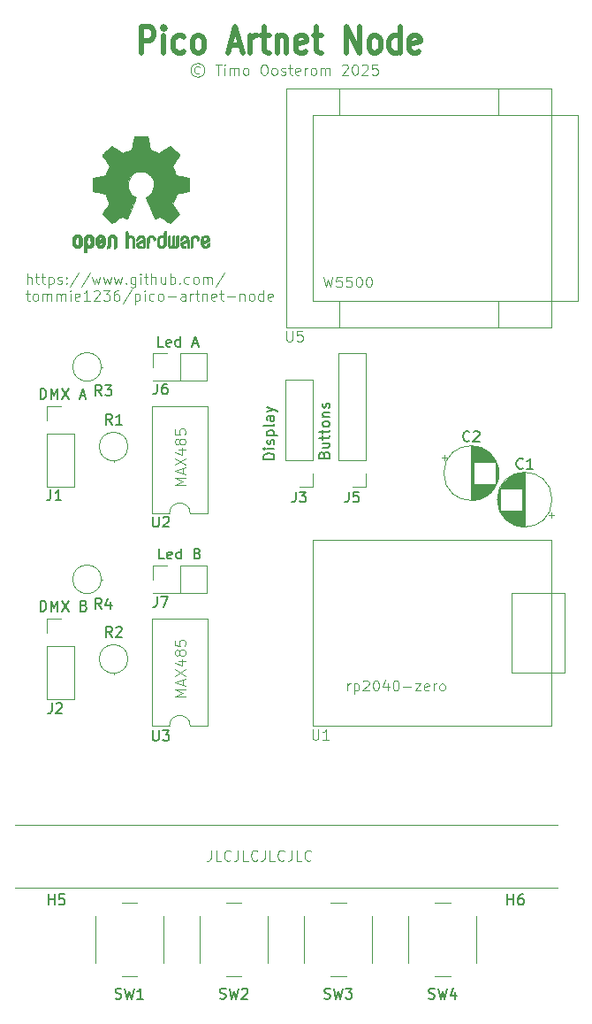
<source format=gbr>
%TF.GenerationSoftware,KiCad,Pcbnew,8.0.9-1.fc40*%
%TF.CreationDate,2025-07-10T00:16:45+02:00*%
%TF.ProjectId,pico-artnet-node,7069636f-2d61-4727-946e-65742d6e6f64,rev?*%
%TF.SameCoordinates,Original*%
%TF.FileFunction,Legend,Top*%
%TF.FilePolarity,Positive*%
%FSLAX46Y46*%
G04 Gerber Fmt 4.6, Leading zero omitted, Abs format (unit mm)*
G04 Created by KiCad (PCBNEW 8.0.9-1.fc40) date 2025-07-10 00:16:45*
%MOMM*%
%LPD*%
G01*
G04 APERTURE LIST*
%ADD10C,0.100000*%
%ADD11C,0.500000*%
%ADD12C,0.200000*%
%ADD13C,0.150000*%
%ADD14C,0.120000*%
%ADD15C,0.010000*%
G04 APERTURE END LIST*
D10*
X200000000Y-120000000D02*
X148000000Y-120000000D01*
X194310000Y-49530000D02*
X194310000Y-52070000D01*
X194310000Y-72390000D02*
X194310000Y-69850000D01*
X179070000Y-69850000D02*
X179070000Y-72390000D01*
X148000000Y-126000000D02*
X200000000Y-126000000D01*
X179070000Y-49530000D02*
X179070000Y-52070000D01*
X164372419Y-107696115D02*
X163372419Y-107696115D01*
X163372419Y-107696115D02*
X164086704Y-107362782D01*
X164086704Y-107362782D02*
X163372419Y-107029449D01*
X163372419Y-107029449D02*
X164372419Y-107029449D01*
X164086704Y-106600877D02*
X164086704Y-106124687D01*
X164372419Y-106696115D02*
X163372419Y-106362782D01*
X163372419Y-106362782D02*
X164372419Y-106029449D01*
X163372419Y-105791353D02*
X164372419Y-105124687D01*
X163372419Y-105124687D02*
X164372419Y-105791353D01*
X163705752Y-104315163D02*
X164372419Y-104315163D01*
X163324800Y-104553258D02*
X164039085Y-104791353D01*
X164039085Y-104791353D02*
X164039085Y-104172306D01*
X163800990Y-103648496D02*
X163753371Y-103743734D01*
X163753371Y-103743734D02*
X163705752Y-103791353D01*
X163705752Y-103791353D02*
X163610514Y-103838972D01*
X163610514Y-103838972D02*
X163562895Y-103838972D01*
X163562895Y-103838972D02*
X163467657Y-103791353D01*
X163467657Y-103791353D02*
X163420038Y-103743734D01*
X163420038Y-103743734D02*
X163372419Y-103648496D01*
X163372419Y-103648496D02*
X163372419Y-103458020D01*
X163372419Y-103458020D02*
X163420038Y-103362782D01*
X163420038Y-103362782D02*
X163467657Y-103315163D01*
X163467657Y-103315163D02*
X163562895Y-103267544D01*
X163562895Y-103267544D02*
X163610514Y-103267544D01*
X163610514Y-103267544D02*
X163705752Y-103315163D01*
X163705752Y-103315163D02*
X163753371Y-103362782D01*
X163753371Y-103362782D02*
X163800990Y-103458020D01*
X163800990Y-103458020D02*
X163800990Y-103648496D01*
X163800990Y-103648496D02*
X163848609Y-103743734D01*
X163848609Y-103743734D02*
X163896228Y-103791353D01*
X163896228Y-103791353D02*
X163991466Y-103838972D01*
X163991466Y-103838972D02*
X164181942Y-103838972D01*
X164181942Y-103838972D02*
X164277180Y-103791353D01*
X164277180Y-103791353D02*
X164324800Y-103743734D01*
X164324800Y-103743734D02*
X164372419Y-103648496D01*
X164372419Y-103648496D02*
X164372419Y-103458020D01*
X164372419Y-103458020D02*
X164324800Y-103362782D01*
X164324800Y-103362782D02*
X164277180Y-103315163D01*
X164277180Y-103315163D02*
X164181942Y-103267544D01*
X164181942Y-103267544D02*
X163991466Y-103267544D01*
X163991466Y-103267544D02*
X163896228Y-103315163D01*
X163896228Y-103315163D02*
X163848609Y-103362782D01*
X163848609Y-103362782D02*
X163800990Y-103458020D01*
X163372419Y-102362782D02*
X163372419Y-102838972D01*
X163372419Y-102838972D02*
X163848609Y-102886591D01*
X163848609Y-102886591D02*
X163800990Y-102838972D01*
X163800990Y-102838972D02*
X163753371Y-102743734D01*
X163753371Y-102743734D02*
X163753371Y-102505639D01*
X163753371Y-102505639D02*
X163800990Y-102410401D01*
X163800990Y-102410401D02*
X163848609Y-102362782D01*
X163848609Y-102362782D02*
X163943847Y-102315163D01*
X163943847Y-102315163D02*
X164181942Y-102315163D01*
X164181942Y-102315163D02*
X164277180Y-102362782D01*
X164277180Y-102362782D02*
X164324800Y-102410401D01*
X164324800Y-102410401D02*
X164372419Y-102505639D01*
X164372419Y-102505639D02*
X164372419Y-102743734D01*
X164372419Y-102743734D02*
X164324800Y-102838972D01*
X164324800Y-102838972D02*
X164277180Y-102886591D01*
X149203884Y-68262475D02*
X149203884Y-67262475D01*
X149632455Y-68262475D02*
X149632455Y-67738665D01*
X149632455Y-67738665D02*
X149584836Y-67643427D01*
X149584836Y-67643427D02*
X149489598Y-67595808D01*
X149489598Y-67595808D02*
X149346741Y-67595808D01*
X149346741Y-67595808D02*
X149251503Y-67643427D01*
X149251503Y-67643427D02*
X149203884Y-67691046D01*
X149965789Y-67595808D02*
X150346741Y-67595808D01*
X150108646Y-67262475D02*
X150108646Y-68119617D01*
X150108646Y-68119617D02*
X150156265Y-68214856D01*
X150156265Y-68214856D02*
X150251503Y-68262475D01*
X150251503Y-68262475D02*
X150346741Y-68262475D01*
X150537218Y-67595808D02*
X150918170Y-67595808D01*
X150680075Y-67262475D02*
X150680075Y-68119617D01*
X150680075Y-68119617D02*
X150727694Y-68214856D01*
X150727694Y-68214856D02*
X150822932Y-68262475D01*
X150822932Y-68262475D02*
X150918170Y-68262475D01*
X151251504Y-67595808D02*
X151251504Y-68595808D01*
X151251504Y-67643427D02*
X151346742Y-67595808D01*
X151346742Y-67595808D02*
X151537218Y-67595808D01*
X151537218Y-67595808D02*
X151632456Y-67643427D01*
X151632456Y-67643427D02*
X151680075Y-67691046D01*
X151680075Y-67691046D02*
X151727694Y-67786284D01*
X151727694Y-67786284D02*
X151727694Y-68071998D01*
X151727694Y-68071998D02*
X151680075Y-68167236D01*
X151680075Y-68167236D02*
X151632456Y-68214856D01*
X151632456Y-68214856D02*
X151537218Y-68262475D01*
X151537218Y-68262475D02*
X151346742Y-68262475D01*
X151346742Y-68262475D02*
X151251504Y-68214856D01*
X152108647Y-68214856D02*
X152203885Y-68262475D01*
X152203885Y-68262475D02*
X152394361Y-68262475D01*
X152394361Y-68262475D02*
X152489599Y-68214856D01*
X152489599Y-68214856D02*
X152537218Y-68119617D01*
X152537218Y-68119617D02*
X152537218Y-68071998D01*
X152537218Y-68071998D02*
X152489599Y-67976760D01*
X152489599Y-67976760D02*
X152394361Y-67929141D01*
X152394361Y-67929141D02*
X152251504Y-67929141D01*
X152251504Y-67929141D02*
X152156266Y-67881522D01*
X152156266Y-67881522D02*
X152108647Y-67786284D01*
X152108647Y-67786284D02*
X152108647Y-67738665D01*
X152108647Y-67738665D02*
X152156266Y-67643427D01*
X152156266Y-67643427D02*
X152251504Y-67595808D01*
X152251504Y-67595808D02*
X152394361Y-67595808D01*
X152394361Y-67595808D02*
X152489599Y-67643427D01*
X152965790Y-68167236D02*
X153013409Y-68214856D01*
X153013409Y-68214856D02*
X152965790Y-68262475D01*
X152965790Y-68262475D02*
X152918171Y-68214856D01*
X152918171Y-68214856D02*
X152965790Y-68167236D01*
X152965790Y-68167236D02*
X152965790Y-68262475D01*
X152965790Y-67643427D02*
X153013409Y-67691046D01*
X153013409Y-67691046D02*
X152965790Y-67738665D01*
X152965790Y-67738665D02*
X152918171Y-67691046D01*
X152918171Y-67691046D02*
X152965790Y-67643427D01*
X152965790Y-67643427D02*
X152965790Y-67738665D01*
X154156265Y-67214856D02*
X153299123Y-68500570D01*
X155203884Y-67214856D02*
X154346742Y-68500570D01*
X155441980Y-67595808D02*
X155632456Y-68262475D01*
X155632456Y-68262475D02*
X155822932Y-67786284D01*
X155822932Y-67786284D02*
X156013408Y-68262475D01*
X156013408Y-68262475D02*
X156203884Y-67595808D01*
X156489599Y-67595808D02*
X156680075Y-68262475D01*
X156680075Y-68262475D02*
X156870551Y-67786284D01*
X156870551Y-67786284D02*
X157061027Y-68262475D01*
X157061027Y-68262475D02*
X157251503Y-67595808D01*
X157537218Y-67595808D02*
X157727694Y-68262475D01*
X157727694Y-68262475D02*
X157918170Y-67786284D01*
X157918170Y-67786284D02*
X158108646Y-68262475D01*
X158108646Y-68262475D02*
X158299122Y-67595808D01*
X158680075Y-68167236D02*
X158727694Y-68214856D01*
X158727694Y-68214856D02*
X158680075Y-68262475D01*
X158680075Y-68262475D02*
X158632456Y-68214856D01*
X158632456Y-68214856D02*
X158680075Y-68167236D01*
X158680075Y-68167236D02*
X158680075Y-68262475D01*
X159584836Y-67595808D02*
X159584836Y-68405332D01*
X159584836Y-68405332D02*
X159537217Y-68500570D01*
X159537217Y-68500570D02*
X159489598Y-68548189D01*
X159489598Y-68548189D02*
X159394360Y-68595808D01*
X159394360Y-68595808D02*
X159251503Y-68595808D01*
X159251503Y-68595808D02*
X159156265Y-68548189D01*
X159584836Y-68214856D02*
X159489598Y-68262475D01*
X159489598Y-68262475D02*
X159299122Y-68262475D01*
X159299122Y-68262475D02*
X159203884Y-68214856D01*
X159203884Y-68214856D02*
X159156265Y-68167236D01*
X159156265Y-68167236D02*
X159108646Y-68071998D01*
X159108646Y-68071998D02*
X159108646Y-67786284D01*
X159108646Y-67786284D02*
X159156265Y-67691046D01*
X159156265Y-67691046D02*
X159203884Y-67643427D01*
X159203884Y-67643427D02*
X159299122Y-67595808D01*
X159299122Y-67595808D02*
X159489598Y-67595808D01*
X159489598Y-67595808D02*
X159584836Y-67643427D01*
X160061027Y-68262475D02*
X160061027Y-67595808D01*
X160061027Y-67262475D02*
X160013408Y-67310094D01*
X160013408Y-67310094D02*
X160061027Y-67357713D01*
X160061027Y-67357713D02*
X160108646Y-67310094D01*
X160108646Y-67310094D02*
X160061027Y-67262475D01*
X160061027Y-67262475D02*
X160061027Y-67357713D01*
X160394360Y-67595808D02*
X160775312Y-67595808D01*
X160537217Y-67262475D02*
X160537217Y-68119617D01*
X160537217Y-68119617D02*
X160584836Y-68214856D01*
X160584836Y-68214856D02*
X160680074Y-68262475D01*
X160680074Y-68262475D02*
X160775312Y-68262475D01*
X161108646Y-68262475D02*
X161108646Y-67262475D01*
X161537217Y-68262475D02*
X161537217Y-67738665D01*
X161537217Y-67738665D02*
X161489598Y-67643427D01*
X161489598Y-67643427D02*
X161394360Y-67595808D01*
X161394360Y-67595808D02*
X161251503Y-67595808D01*
X161251503Y-67595808D02*
X161156265Y-67643427D01*
X161156265Y-67643427D02*
X161108646Y-67691046D01*
X162441979Y-67595808D02*
X162441979Y-68262475D01*
X162013408Y-67595808D02*
X162013408Y-68119617D01*
X162013408Y-68119617D02*
X162061027Y-68214856D01*
X162061027Y-68214856D02*
X162156265Y-68262475D01*
X162156265Y-68262475D02*
X162299122Y-68262475D01*
X162299122Y-68262475D02*
X162394360Y-68214856D01*
X162394360Y-68214856D02*
X162441979Y-68167236D01*
X162918170Y-68262475D02*
X162918170Y-67262475D01*
X162918170Y-67643427D02*
X163013408Y-67595808D01*
X163013408Y-67595808D02*
X163203884Y-67595808D01*
X163203884Y-67595808D02*
X163299122Y-67643427D01*
X163299122Y-67643427D02*
X163346741Y-67691046D01*
X163346741Y-67691046D02*
X163394360Y-67786284D01*
X163394360Y-67786284D02*
X163394360Y-68071998D01*
X163394360Y-68071998D02*
X163346741Y-68167236D01*
X163346741Y-68167236D02*
X163299122Y-68214856D01*
X163299122Y-68214856D02*
X163203884Y-68262475D01*
X163203884Y-68262475D02*
X163013408Y-68262475D01*
X163013408Y-68262475D02*
X162918170Y-68214856D01*
X163822932Y-68167236D02*
X163870551Y-68214856D01*
X163870551Y-68214856D02*
X163822932Y-68262475D01*
X163822932Y-68262475D02*
X163775313Y-68214856D01*
X163775313Y-68214856D02*
X163822932Y-68167236D01*
X163822932Y-68167236D02*
X163822932Y-68262475D01*
X164727693Y-68214856D02*
X164632455Y-68262475D01*
X164632455Y-68262475D02*
X164441979Y-68262475D01*
X164441979Y-68262475D02*
X164346741Y-68214856D01*
X164346741Y-68214856D02*
X164299122Y-68167236D01*
X164299122Y-68167236D02*
X164251503Y-68071998D01*
X164251503Y-68071998D02*
X164251503Y-67786284D01*
X164251503Y-67786284D02*
X164299122Y-67691046D01*
X164299122Y-67691046D02*
X164346741Y-67643427D01*
X164346741Y-67643427D02*
X164441979Y-67595808D01*
X164441979Y-67595808D02*
X164632455Y-67595808D01*
X164632455Y-67595808D02*
X164727693Y-67643427D01*
X165299122Y-68262475D02*
X165203884Y-68214856D01*
X165203884Y-68214856D02*
X165156265Y-68167236D01*
X165156265Y-68167236D02*
X165108646Y-68071998D01*
X165108646Y-68071998D02*
X165108646Y-67786284D01*
X165108646Y-67786284D02*
X165156265Y-67691046D01*
X165156265Y-67691046D02*
X165203884Y-67643427D01*
X165203884Y-67643427D02*
X165299122Y-67595808D01*
X165299122Y-67595808D02*
X165441979Y-67595808D01*
X165441979Y-67595808D02*
X165537217Y-67643427D01*
X165537217Y-67643427D02*
X165584836Y-67691046D01*
X165584836Y-67691046D02*
X165632455Y-67786284D01*
X165632455Y-67786284D02*
X165632455Y-68071998D01*
X165632455Y-68071998D02*
X165584836Y-68167236D01*
X165584836Y-68167236D02*
X165537217Y-68214856D01*
X165537217Y-68214856D02*
X165441979Y-68262475D01*
X165441979Y-68262475D02*
X165299122Y-68262475D01*
X166061027Y-68262475D02*
X166061027Y-67595808D01*
X166061027Y-67691046D02*
X166108646Y-67643427D01*
X166108646Y-67643427D02*
X166203884Y-67595808D01*
X166203884Y-67595808D02*
X166346741Y-67595808D01*
X166346741Y-67595808D02*
X166441979Y-67643427D01*
X166441979Y-67643427D02*
X166489598Y-67738665D01*
X166489598Y-67738665D02*
X166489598Y-68262475D01*
X166489598Y-67738665D02*
X166537217Y-67643427D01*
X166537217Y-67643427D02*
X166632455Y-67595808D01*
X166632455Y-67595808D02*
X166775312Y-67595808D01*
X166775312Y-67595808D02*
X166870551Y-67643427D01*
X166870551Y-67643427D02*
X166918170Y-67738665D01*
X166918170Y-67738665D02*
X166918170Y-68262475D01*
X168108645Y-67214856D02*
X167251503Y-68500570D01*
X149061027Y-69205752D02*
X149441979Y-69205752D01*
X149203884Y-68872419D02*
X149203884Y-69729561D01*
X149203884Y-69729561D02*
X149251503Y-69824800D01*
X149251503Y-69824800D02*
X149346741Y-69872419D01*
X149346741Y-69872419D02*
X149441979Y-69872419D01*
X149918170Y-69872419D02*
X149822932Y-69824800D01*
X149822932Y-69824800D02*
X149775313Y-69777180D01*
X149775313Y-69777180D02*
X149727694Y-69681942D01*
X149727694Y-69681942D02*
X149727694Y-69396228D01*
X149727694Y-69396228D02*
X149775313Y-69300990D01*
X149775313Y-69300990D02*
X149822932Y-69253371D01*
X149822932Y-69253371D02*
X149918170Y-69205752D01*
X149918170Y-69205752D02*
X150061027Y-69205752D01*
X150061027Y-69205752D02*
X150156265Y-69253371D01*
X150156265Y-69253371D02*
X150203884Y-69300990D01*
X150203884Y-69300990D02*
X150251503Y-69396228D01*
X150251503Y-69396228D02*
X150251503Y-69681942D01*
X150251503Y-69681942D02*
X150203884Y-69777180D01*
X150203884Y-69777180D02*
X150156265Y-69824800D01*
X150156265Y-69824800D02*
X150061027Y-69872419D01*
X150061027Y-69872419D02*
X149918170Y-69872419D01*
X150680075Y-69872419D02*
X150680075Y-69205752D01*
X150680075Y-69300990D02*
X150727694Y-69253371D01*
X150727694Y-69253371D02*
X150822932Y-69205752D01*
X150822932Y-69205752D02*
X150965789Y-69205752D01*
X150965789Y-69205752D02*
X151061027Y-69253371D01*
X151061027Y-69253371D02*
X151108646Y-69348609D01*
X151108646Y-69348609D02*
X151108646Y-69872419D01*
X151108646Y-69348609D02*
X151156265Y-69253371D01*
X151156265Y-69253371D02*
X151251503Y-69205752D01*
X151251503Y-69205752D02*
X151394360Y-69205752D01*
X151394360Y-69205752D02*
X151489599Y-69253371D01*
X151489599Y-69253371D02*
X151537218Y-69348609D01*
X151537218Y-69348609D02*
X151537218Y-69872419D01*
X152013408Y-69872419D02*
X152013408Y-69205752D01*
X152013408Y-69300990D02*
X152061027Y-69253371D01*
X152061027Y-69253371D02*
X152156265Y-69205752D01*
X152156265Y-69205752D02*
X152299122Y-69205752D01*
X152299122Y-69205752D02*
X152394360Y-69253371D01*
X152394360Y-69253371D02*
X152441979Y-69348609D01*
X152441979Y-69348609D02*
X152441979Y-69872419D01*
X152441979Y-69348609D02*
X152489598Y-69253371D01*
X152489598Y-69253371D02*
X152584836Y-69205752D01*
X152584836Y-69205752D02*
X152727693Y-69205752D01*
X152727693Y-69205752D02*
X152822932Y-69253371D01*
X152822932Y-69253371D02*
X152870551Y-69348609D01*
X152870551Y-69348609D02*
X152870551Y-69872419D01*
X153346741Y-69872419D02*
X153346741Y-69205752D01*
X153346741Y-68872419D02*
X153299122Y-68920038D01*
X153299122Y-68920038D02*
X153346741Y-68967657D01*
X153346741Y-68967657D02*
X153394360Y-68920038D01*
X153394360Y-68920038D02*
X153346741Y-68872419D01*
X153346741Y-68872419D02*
X153346741Y-68967657D01*
X154203883Y-69824800D02*
X154108645Y-69872419D01*
X154108645Y-69872419D02*
X153918169Y-69872419D01*
X153918169Y-69872419D02*
X153822931Y-69824800D01*
X153822931Y-69824800D02*
X153775312Y-69729561D01*
X153775312Y-69729561D02*
X153775312Y-69348609D01*
X153775312Y-69348609D02*
X153822931Y-69253371D01*
X153822931Y-69253371D02*
X153918169Y-69205752D01*
X153918169Y-69205752D02*
X154108645Y-69205752D01*
X154108645Y-69205752D02*
X154203883Y-69253371D01*
X154203883Y-69253371D02*
X154251502Y-69348609D01*
X154251502Y-69348609D02*
X154251502Y-69443847D01*
X154251502Y-69443847D02*
X153775312Y-69539085D01*
X155203883Y-69872419D02*
X154632455Y-69872419D01*
X154918169Y-69872419D02*
X154918169Y-68872419D01*
X154918169Y-68872419D02*
X154822931Y-69015276D01*
X154822931Y-69015276D02*
X154727693Y-69110514D01*
X154727693Y-69110514D02*
X154632455Y-69158133D01*
X155584836Y-68967657D02*
X155632455Y-68920038D01*
X155632455Y-68920038D02*
X155727693Y-68872419D01*
X155727693Y-68872419D02*
X155965788Y-68872419D01*
X155965788Y-68872419D02*
X156061026Y-68920038D01*
X156061026Y-68920038D02*
X156108645Y-68967657D01*
X156108645Y-68967657D02*
X156156264Y-69062895D01*
X156156264Y-69062895D02*
X156156264Y-69158133D01*
X156156264Y-69158133D02*
X156108645Y-69300990D01*
X156108645Y-69300990D02*
X155537217Y-69872419D01*
X155537217Y-69872419D02*
X156156264Y-69872419D01*
X156489598Y-68872419D02*
X157108645Y-68872419D01*
X157108645Y-68872419D02*
X156775312Y-69253371D01*
X156775312Y-69253371D02*
X156918169Y-69253371D01*
X156918169Y-69253371D02*
X157013407Y-69300990D01*
X157013407Y-69300990D02*
X157061026Y-69348609D01*
X157061026Y-69348609D02*
X157108645Y-69443847D01*
X157108645Y-69443847D02*
X157108645Y-69681942D01*
X157108645Y-69681942D02*
X157061026Y-69777180D01*
X157061026Y-69777180D02*
X157013407Y-69824800D01*
X157013407Y-69824800D02*
X156918169Y-69872419D01*
X156918169Y-69872419D02*
X156632455Y-69872419D01*
X156632455Y-69872419D02*
X156537217Y-69824800D01*
X156537217Y-69824800D02*
X156489598Y-69777180D01*
X157965788Y-68872419D02*
X157775312Y-68872419D01*
X157775312Y-68872419D02*
X157680074Y-68920038D01*
X157680074Y-68920038D02*
X157632455Y-68967657D01*
X157632455Y-68967657D02*
X157537217Y-69110514D01*
X157537217Y-69110514D02*
X157489598Y-69300990D01*
X157489598Y-69300990D02*
X157489598Y-69681942D01*
X157489598Y-69681942D02*
X157537217Y-69777180D01*
X157537217Y-69777180D02*
X157584836Y-69824800D01*
X157584836Y-69824800D02*
X157680074Y-69872419D01*
X157680074Y-69872419D02*
X157870550Y-69872419D01*
X157870550Y-69872419D02*
X157965788Y-69824800D01*
X157965788Y-69824800D02*
X158013407Y-69777180D01*
X158013407Y-69777180D02*
X158061026Y-69681942D01*
X158061026Y-69681942D02*
X158061026Y-69443847D01*
X158061026Y-69443847D02*
X158013407Y-69348609D01*
X158013407Y-69348609D02*
X157965788Y-69300990D01*
X157965788Y-69300990D02*
X157870550Y-69253371D01*
X157870550Y-69253371D02*
X157680074Y-69253371D01*
X157680074Y-69253371D02*
X157584836Y-69300990D01*
X157584836Y-69300990D02*
X157537217Y-69348609D01*
X157537217Y-69348609D02*
X157489598Y-69443847D01*
X159203883Y-68824800D02*
X158346741Y-70110514D01*
X159537217Y-69205752D02*
X159537217Y-70205752D01*
X159537217Y-69253371D02*
X159632455Y-69205752D01*
X159632455Y-69205752D02*
X159822931Y-69205752D01*
X159822931Y-69205752D02*
X159918169Y-69253371D01*
X159918169Y-69253371D02*
X159965788Y-69300990D01*
X159965788Y-69300990D02*
X160013407Y-69396228D01*
X160013407Y-69396228D02*
X160013407Y-69681942D01*
X160013407Y-69681942D02*
X159965788Y-69777180D01*
X159965788Y-69777180D02*
X159918169Y-69824800D01*
X159918169Y-69824800D02*
X159822931Y-69872419D01*
X159822931Y-69872419D02*
X159632455Y-69872419D01*
X159632455Y-69872419D02*
X159537217Y-69824800D01*
X160441979Y-69872419D02*
X160441979Y-69205752D01*
X160441979Y-68872419D02*
X160394360Y-68920038D01*
X160394360Y-68920038D02*
X160441979Y-68967657D01*
X160441979Y-68967657D02*
X160489598Y-68920038D01*
X160489598Y-68920038D02*
X160441979Y-68872419D01*
X160441979Y-68872419D02*
X160441979Y-68967657D01*
X161346740Y-69824800D02*
X161251502Y-69872419D01*
X161251502Y-69872419D02*
X161061026Y-69872419D01*
X161061026Y-69872419D02*
X160965788Y-69824800D01*
X160965788Y-69824800D02*
X160918169Y-69777180D01*
X160918169Y-69777180D02*
X160870550Y-69681942D01*
X160870550Y-69681942D02*
X160870550Y-69396228D01*
X160870550Y-69396228D02*
X160918169Y-69300990D01*
X160918169Y-69300990D02*
X160965788Y-69253371D01*
X160965788Y-69253371D02*
X161061026Y-69205752D01*
X161061026Y-69205752D02*
X161251502Y-69205752D01*
X161251502Y-69205752D02*
X161346740Y-69253371D01*
X161918169Y-69872419D02*
X161822931Y-69824800D01*
X161822931Y-69824800D02*
X161775312Y-69777180D01*
X161775312Y-69777180D02*
X161727693Y-69681942D01*
X161727693Y-69681942D02*
X161727693Y-69396228D01*
X161727693Y-69396228D02*
X161775312Y-69300990D01*
X161775312Y-69300990D02*
X161822931Y-69253371D01*
X161822931Y-69253371D02*
X161918169Y-69205752D01*
X161918169Y-69205752D02*
X162061026Y-69205752D01*
X162061026Y-69205752D02*
X162156264Y-69253371D01*
X162156264Y-69253371D02*
X162203883Y-69300990D01*
X162203883Y-69300990D02*
X162251502Y-69396228D01*
X162251502Y-69396228D02*
X162251502Y-69681942D01*
X162251502Y-69681942D02*
X162203883Y-69777180D01*
X162203883Y-69777180D02*
X162156264Y-69824800D01*
X162156264Y-69824800D02*
X162061026Y-69872419D01*
X162061026Y-69872419D02*
X161918169Y-69872419D01*
X162680074Y-69491466D02*
X163441979Y-69491466D01*
X164346740Y-69872419D02*
X164346740Y-69348609D01*
X164346740Y-69348609D02*
X164299121Y-69253371D01*
X164299121Y-69253371D02*
X164203883Y-69205752D01*
X164203883Y-69205752D02*
X164013407Y-69205752D01*
X164013407Y-69205752D02*
X163918169Y-69253371D01*
X164346740Y-69824800D02*
X164251502Y-69872419D01*
X164251502Y-69872419D02*
X164013407Y-69872419D01*
X164013407Y-69872419D02*
X163918169Y-69824800D01*
X163918169Y-69824800D02*
X163870550Y-69729561D01*
X163870550Y-69729561D02*
X163870550Y-69634323D01*
X163870550Y-69634323D02*
X163918169Y-69539085D01*
X163918169Y-69539085D02*
X164013407Y-69491466D01*
X164013407Y-69491466D02*
X164251502Y-69491466D01*
X164251502Y-69491466D02*
X164346740Y-69443847D01*
X164822931Y-69872419D02*
X164822931Y-69205752D01*
X164822931Y-69396228D02*
X164870550Y-69300990D01*
X164870550Y-69300990D02*
X164918169Y-69253371D01*
X164918169Y-69253371D02*
X165013407Y-69205752D01*
X165013407Y-69205752D02*
X165108645Y-69205752D01*
X165299122Y-69205752D02*
X165680074Y-69205752D01*
X165441979Y-68872419D02*
X165441979Y-69729561D01*
X165441979Y-69729561D02*
X165489598Y-69824800D01*
X165489598Y-69824800D02*
X165584836Y-69872419D01*
X165584836Y-69872419D02*
X165680074Y-69872419D01*
X166013408Y-69205752D02*
X166013408Y-69872419D01*
X166013408Y-69300990D02*
X166061027Y-69253371D01*
X166061027Y-69253371D02*
X166156265Y-69205752D01*
X166156265Y-69205752D02*
X166299122Y-69205752D01*
X166299122Y-69205752D02*
X166394360Y-69253371D01*
X166394360Y-69253371D02*
X166441979Y-69348609D01*
X166441979Y-69348609D02*
X166441979Y-69872419D01*
X167299122Y-69824800D02*
X167203884Y-69872419D01*
X167203884Y-69872419D02*
X167013408Y-69872419D01*
X167013408Y-69872419D02*
X166918170Y-69824800D01*
X166918170Y-69824800D02*
X166870551Y-69729561D01*
X166870551Y-69729561D02*
X166870551Y-69348609D01*
X166870551Y-69348609D02*
X166918170Y-69253371D01*
X166918170Y-69253371D02*
X167013408Y-69205752D01*
X167013408Y-69205752D02*
X167203884Y-69205752D01*
X167203884Y-69205752D02*
X167299122Y-69253371D01*
X167299122Y-69253371D02*
X167346741Y-69348609D01*
X167346741Y-69348609D02*
X167346741Y-69443847D01*
X167346741Y-69443847D02*
X166870551Y-69539085D01*
X167632456Y-69205752D02*
X168013408Y-69205752D01*
X167775313Y-68872419D02*
X167775313Y-69729561D01*
X167775313Y-69729561D02*
X167822932Y-69824800D01*
X167822932Y-69824800D02*
X167918170Y-69872419D01*
X167918170Y-69872419D02*
X168013408Y-69872419D01*
X168346742Y-69491466D02*
X169108647Y-69491466D01*
X169584837Y-69205752D02*
X169584837Y-69872419D01*
X169584837Y-69300990D02*
X169632456Y-69253371D01*
X169632456Y-69253371D02*
X169727694Y-69205752D01*
X169727694Y-69205752D02*
X169870551Y-69205752D01*
X169870551Y-69205752D02*
X169965789Y-69253371D01*
X169965789Y-69253371D02*
X170013408Y-69348609D01*
X170013408Y-69348609D02*
X170013408Y-69872419D01*
X170632456Y-69872419D02*
X170537218Y-69824800D01*
X170537218Y-69824800D02*
X170489599Y-69777180D01*
X170489599Y-69777180D02*
X170441980Y-69681942D01*
X170441980Y-69681942D02*
X170441980Y-69396228D01*
X170441980Y-69396228D02*
X170489599Y-69300990D01*
X170489599Y-69300990D02*
X170537218Y-69253371D01*
X170537218Y-69253371D02*
X170632456Y-69205752D01*
X170632456Y-69205752D02*
X170775313Y-69205752D01*
X170775313Y-69205752D02*
X170870551Y-69253371D01*
X170870551Y-69253371D02*
X170918170Y-69300990D01*
X170918170Y-69300990D02*
X170965789Y-69396228D01*
X170965789Y-69396228D02*
X170965789Y-69681942D01*
X170965789Y-69681942D02*
X170918170Y-69777180D01*
X170918170Y-69777180D02*
X170870551Y-69824800D01*
X170870551Y-69824800D02*
X170775313Y-69872419D01*
X170775313Y-69872419D02*
X170632456Y-69872419D01*
X171822932Y-69872419D02*
X171822932Y-68872419D01*
X171822932Y-69824800D02*
X171727694Y-69872419D01*
X171727694Y-69872419D02*
X171537218Y-69872419D01*
X171537218Y-69872419D02*
X171441980Y-69824800D01*
X171441980Y-69824800D02*
X171394361Y-69777180D01*
X171394361Y-69777180D02*
X171346742Y-69681942D01*
X171346742Y-69681942D02*
X171346742Y-69396228D01*
X171346742Y-69396228D02*
X171394361Y-69300990D01*
X171394361Y-69300990D02*
X171441980Y-69253371D01*
X171441980Y-69253371D02*
X171537218Y-69205752D01*
X171537218Y-69205752D02*
X171727694Y-69205752D01*
X171727694Y-69205752D02*
X171822932Y-69253371D01*
X172680075Y-69824800D02*
X172584837Y-69872419D01*
X172584837Y-69872419D02*
X172394361Y-69872419D01*
X172394361Y-69872419D02*
X172299123Y-69824800D01*
X172299123Y-69824800D02*
X172251504Y-69729561D01*
X172251504Y-69729561D02*
X172251504Y-69348609D01*
X172251504Y-69348609D02*
X172299123Y-69253371D01*
X172299123Y-69253371D02*
X172394361Y-69205752D01*
X172394361Y-69205752D02*
X172584837Y-69205752D01*
X172584837Y-69205752D02*
X172680075Y-69253371D01*
X172680075Y-69253371D02*
X172727694Y-69348609D01*
X172727694Y-69348609D02*
X172727694Y-69443847D01*
X172727694Y-69443847D02*
X172251504Y-69539085D01*
D11*
X160140851Y-46168047D02*
X160140851Y-43668047D01*
X160140851Y-43668047D02*
X160959899Y-43668047D01*
X160959899Y-43668047D02*
X161164661Y-43787095D01*
X161164661Y-43787095D02*
X161267042Y-43906142D01*
X161267042Y-43906142D02*
X161369423Y-44144238D01*
X161369423Y-44144238D02*
X161369423Y-44501380D01*
X161369423Y-44501380D02*
X161267042Y-44739476D01*
X161267042Y-44739476D02*
X161164661Y-44858523D01*
X161164661Y-44858523D02*
X160959899Y-44977571D01*
X160959899Y-44977571D02*
X160140851Y-44977571D01*
X162290851Y-46168047D02*
X162290851Y-44501380D01*
X162290851Y-43668047D02*
X162188470Y-43787095D01*
X162188470Y-43787095D02*
X162290851Y-43906142D01*
X162290851Y-43906142D02*
X162393232Y-43787095D01*
X162393232Y-43787095D02*
X162290851Y-43668047D01*
X162290851Y-43668047D02*
X162290851Y-43906142D01*
X164236090Y-46049000D02*
X164031328Y-46168047D01*
X164031328Y-46168047D02*
X163621804Y-46168047D01*
X163621804Y-46168047D02*
X163417042Y-46049000D01*
X163417042Y-46049000D02*
X163314661Y-45929952D01*
X163314661Y-45929952D02*
X163212280Y-45691857D01*
X163212280Y-45691857D02*
X163212280Y-44977571D01*
X163212280Y-44977571D02*
X163314661Y-44739476D01*
X163314661Y-44739476D02*
X163417042Y-44620428D01*
X163417042Y-44620428D02*
X163621804Y-44501380D01*
X163621804Y-44501380D02*
X164031328Y-44501380D01*
X164031328Y-44501380D02*
X164236090Y-44620428D01*
X165464661Y-46168047D02*
X165259899Y-46049000D01*
X165259899Y-46049000D02*
X165157518Y-45929952D01*
X165157518Y-45929952D02*
X165055137Y-45691857D01*
X165055137Y-45691857D02*
X165055137Y-44977571D01*
X165055137Y-44977571D02*
X165157518Y-44739476D01*
X165157518Y-44739476D02*
X165259899Y-44620428D01*
X165259899Y-44620428D02*
X165464661Y-44501380D01*
X165464661Y-44501380D02*
X165771804Y-44501380D01*
X165771804Y-44501380D02*
X165976566Y-44620428D01*
X165976566Y-44620428D02*
X166078947Y-44739476D01*
X166078947Y-44739476D02*
X166181328Y-44977571D01*
X166181328Y-44977571D02*
X166181328Y-45691857D01*
X166181328Y-45691857D02*
X166078947Y-45929952D01*
X166078947Y-45929952D02*
X165976566Y-46049000D01*
X165976566Y-46049000D02*
X165771804Y-46168047D01*
X165771804Y-46168047D02*
X165464661Y-46168047D01*
X168638470Y-45453761D02*
X169662280Y-45453761D01*
X168433708Y-46168047D02*
X169150375Y-43668047D01*
X169150375Y-43668047D02*
X169867042Y-46168047D01*
X170583708Y-46168047D02*
X170583708Y-44501380D01*
X170583708Y-44977571D02*
X170686089Y-44739476D01*
X170686089Y-44739476D02*
X170788470Y-44620428D01*
X170788470Y-44620428D02*
X170993232Y-44501380D01*
X170993232Y-44501380D02*
X171197994Y-44501380D01*
X171607517Y-44501380D02*
X172426565Y-44501380D01*
X171914660Y-43668047D02*
X171914660Y-45810904D01*
X171914660Y-45810904D02*
X172017041Y-46049000D01*
X172017041Y-46049000D02*
X172221803Y-46168047D01*
X172221803Y-46168047D02*
X172426565Y-46168047D01*
X173143231Y-44501380D02*
X173143231Y-46168047D01*
X173143231Y-44739476D02*
X173245612Y-44620428D01*
X173245612Y-44620428D02*
X173450374Y-44501380D01*
X173450374Y-44501380D02*
X173757517Y-44501380D01*
X173757517Y-44501380D02*
X173962279Y-44620428D01*
X173962279Y-44620428D02*
X174064660Y-44858523D01*
X174064660Y-44858523D02*
X174064660Y-46168047D01*
X175907517Y-46049000D02*
X175702755Y-46168047D01*
X175702755Y-46168047D02*
X175293231Y-46168047D01*
X175293231Y-46168047D02*
X175088469Y-46049000D01*
X175088469Y-46049000D02*
X174986088Y-45810904D01*
X174986088Y-45810904D02*
X174986088Y-44858523D01*
X174986088Y-44858523D02*
X175088469Y-44620428D01*
X175088469Y-44620428D02*
X175293231Y-44501380D01*
X175293231Y-44501380D02*
X175702755Y-44501380D01*
X175702755Y-44501380D02*
X175907517Y-44620428D01*
X175907517Y-44620428D02*
X176009898Y-44858523D01*
X176009898Y-44858523D02*
X176009898Y-45096619D01*
X176009898Y-45096619D02*
X174986088Y-45334714D01*
X176624183Y-44501380D02*
X177443231Y-44501380D01*
X176931326Y-43668047D02*
X176931326Y-45810904D01*
X176931326Y-45810904D02*
X177033707Y-46049000D01*
X177033707Y-46049000D02*
X177238469Y-46168047D01*
X177238469Y-46168047D02*
X177443231Y-46168047D01*
X179797992Y-46168047D02*
X179797992Y-43668047D01*
X179797992Y-43668047D02*
X181026564Y-46168047D01*
X181026564Y-46168047D02*
X181026564Y-43668047D01*
X182357516Y-46168047D02*
X182152754Y-46049000D01*
X182152754Y-46049000D02*
X182050373Y-45929952D01*
X182050373Y-45929952D02*
X181947992Y-45691857D01*
X181947992Y-45691857D02*
X181947992Y-44977571D01*
X181947992Y-44977571D02*
X182050373Y-44739476D01*
X182050373Y-44739476D02*
X182152754Y-44620428D01*
X182152754Y-44620428D02*
X182357516Y-44501380D01*
X182357516Y-44501380D02*
X182664659Y-44501380D01*
X182664659Y-44501380D02*
X182869421Y-44620428D01*
X182869421Y-44620428D02*
X182971802Y-44739476D01*
X182971802Y-44739476D02*
X183074183Y-44977571D01*
X183074183Y-44977571D02*
X183074183Y-45691857D01*
X183074183Y-45691857D02*
X182971802Y-45929952D01*
X182971802Y-45929952D02*
X182869421Y-46049000D01*
X182869421Y-46049000D02*
X182664659Y-46168047D01*
X182664659Y-46168047D02*
X182357516Y-46168047D01*
X184917040Y-46168047D02*
X184917040Y-43668047D01*
X184917040Y-46049000D02*
X184712278Y-46168047D01*
X184712278Y-46168047D02*
X184302754Y-46168047D01*
X184302754Y-46168047D02*
X184097992Y-46049000D01*
X184097992Y-46049000D02*
X183995611Y-45929952D01*
X183995611Y-45929952D02*
X183893230Y-45691857D01*
X183893230Y-45691857D02*
X183893230Y-44977571D01*
X183893230Y-44977571D02*
X183995611Y-44739476D01*
X183995611Y-44739476D02*
X184097992Y-44620428D01*
X184097992Y-44620428D02*
X184302754Y-44501380D01*
X184302754Y-44501380D02*
X184712278Y-44501380D01*
X184712278Y-44501380D02*
X184917040Y-44620428D01*
X186759897Y-46049000D02*
X186555135Y-46168047D01*
X186555135Y-46168047D02*
X186145611Y-46168047D01*
X186145611Y-46168047D02*
X185940849Y-46049000D01*
X185940849Y-46049000D02*
X185838468Y-45810904D01*
X185838468Y-45810904D02*
X185838468Y-44858523D01*
X185838468Y-44858523D02*
X185940849Y-44620428D01*
X185940849Y-44620428D02*
X186145611Y-44501380D01*
X186145611Y-44501380D02*
X186555135Y-44501380D01*
X186555135Y-44501380D02*
X186759897Y-44620428D01*
X186759897Y-44620428D02*
X186862278Y-44858523D01*
X186862278Y-44858523D02*
X186862278Y-45096619D01*
X186862278Y-45096619D02*
X185838468Y-45334714D01*
D12*
X162245863Y-74267219D02*
X161769673Y-74267219D01*
X161769673Y-74267219D02*
X161769673Y-73267219D01*
X162960149Y-74219600D02*
X162864911Y-74267219D01*
X162864911Y-74267219D02*
X162674435Y-74267219D01*
X162674435Y-74267219D02*
X162579197Y-74219600D01*
X162579197Y-74219600D02*
X162531578Y-74124361D01*
X162531578Y-74124361D02*
X162531578Y-73743409D01*
X162531578Y-73743409D02*
X162579197Y-73648171D01*
X162579197Y-73648171D02*
X162674435Y-73600552D01*
X162674435Y-73600552D02*
X162864911Y-73600552D01*
X162864911Y-73600552D02*
X162960149Y-73648171D01*
X162960149Y-73648171D02*
X163007768Y-73743409D01*
X163007768Y-73743409D02*
X163007768Y-73838647D01*
X163007768Y-73838647D02*
X162531578Y-73933885D01*
X163864911Y-74267219D02*
X163864911Y-73267219D01*
X163864911Y-74219600D02*
X163769673Y-74267219D01*
X163769673Y-74267219D02*
X163579197Y-74267219D01*
X163579197Y-74267219D02*
X163483959Y-74219600D01*
X163483959Y-74219600D02*
X163436340Y-74171980D01*
X163436340Y-74171980D02*
X163388721Y-74076742D01*
X163388721Y-74076742D02*
X163388721Y-73791028D01*
X163388721Y-73791028D02*
X163436340Y-73695790D01*
X163436340Y-73695790D02*
X163483959Y-73648171D01*
X163483959Y-73648171D02*
X163579197Y-73600552D01*
X163579197Y-73600552D02*
X163769673Y-73600552D01*
X163769673Y-73600552D02*
X163864911Y-73648171D01*
X165055388Y-73981504D02*
X165531578Y-73981504D01*
X164960150Y-74267219D02*
X165293483Y-73267219D01*
X165293483Y-73267219D02*
X165626816Y-74267219D01*
D10*
X166832598Y-122443419D02*
X166832598Y-123157704D01*
X166832598Y-123157704D02*
X166784979Y-123300561D01*
X166784979Y-123300561D02*
X166689741Y-123395800D01*
X166689741Y-123395800D02*
X166546884Y-123443419D01*
X166546884Y-123443419D02*
X166451646Y-123443419D01*
X167784979Y-123443419D02*
X167308789Y-123443419D01*
X167308789Y-123443419D02*
X167308789Y-122443419D01*
X168689741Y-123348180D02*
X168642122Y-123395800D01*
X168642122Y-123395800D02*
X168499265Y-123443419D01*
X168499265Y-123443419D02*
X168404027Y-123443419D01*
X168404027Y-123443419D02*
X168261170Y-123395800D01*
X168261170Y-123395800D02*
X168165932Y-123300561D01*
X168165932Y-123300561D02*
X168118313Y-123205323D01*
X168118313Y-123205323D02*
X168070694Y-123014847D01*
X168070694Y-123014847D02*
X168070694Y-122871990D01*
X168070694Y-122871990D02*
X168118313Y-122681514D01*
X168118313Y-122681514D02*
X168165932Y-122586276D01*
X168165932Y-122586276D02*
X168261170Y-122491038D01*
X168261170Y-122491038D02*
X168404027Y-122443419D01*
X168404027Y-122443419D02*
X168499265Y-122443419D01*
X168499265Y-122443419D02*
X168642122Y-122491038D01*
X168642122Y-122491038D02*
X168689741Y-122538657D01*
X169404027Y-122443419D02*
X169404027Y-123157704D01*
X169404027Y-123157704D02*
X169356408Y-123300561D01*
X169356408Y-123300561D02*
X169261170Y-123395800D01*
X169261170Y-123395800D02*
X169118313Y-123443419D01*
X169118313Y-123443419D02*
X169023075Y-123443419D01*
X170356408Y-123443419D02*
X169880218Y-123443419D01*
X169880218Y-123443419D02*
X169880218Y-122443419D01*
X171261170Y-123348180D02*
X171213551Y-123395800D01*
X171213551Y-123395800D02*
X171070694Y-123443419D01*
X171070694Y-123443419D02*
X170975456Y-123443419D01*
X170975456Y-123443419D02*
X170832599Y-123395800D01*
X170832599Y-123395800D02*
X170737361Y-123300561D01*
X170737361Y-123300561D02*
X170689742Y-123205323D01*
X170689742Y-123205323D02*
X170642123Y-123014847D01*
X170642123Y-123014847D02*
X170642123Y-122871990D01*
X170642123Y-122871990D02*
X170689742Y-122681514D01*
X170689742Y-122681514D02*
X170737361Y-122586276D01*
X170737361Y-122586276D02*
X170832599Y-122491038D01*
X170832599Y-122491038D02*
X170975456Y-122443419D01*
X170975456Y-122443419D02*
X171070694Y-122443419D01*
X171070694Y-122443419D02*
X171213551Y-122491038D01*
X171213551Y-122491038D02*
X171261170Y-122538657D01*
X171975456Y-122443419D02*
X171975456Y-123157704D01*
X171975456Y-123157704D02*
X171927837Y-123300561D01*
X171927837Y-123300561D02*
X171832599Y-123395800D01*
X171832599Y-123395800D02*
X171689742Y-123443419D01*
X171689742Y-123443419D02*
X171594504Y-123443419D01*
X172927837Y-123443419D02*
X172451647Y-123443419D01*
X172451647Y-123443419D02*
X172451647Y-122443419D01*
X173832599Y-123348180D02*
X173784980Y-123395800D01*
X173784980Y-123395800D02*
X173642123Y-123443419D01*
X173642123Y-123443419D02*
X173546885Y-123443419D01*
X173546885Y-123443419D02*
X173404028Y-123395800D01*
X173404028Y-123395800D02*
X173308790Y-123300561D01*
X173308790Y-123300561D02*
X173261171Y-123205323D01*
X173261171Y-123205323D02*
X173213552Y-123014847D01*
X173213552Y-123014847D02*
X173213552Y-122871990D01*
X173213552Y-122871990D02*
X173261171Y-122681514D01*
X173261171Y-122681514D02*
X173308790Y-122586276D01*
X173308790Y-122586276D02*
X173404028Y-122491038D01*
X173404028Y-122491038D02*
X173546885Y-122443419D01*
X173546885Y-122443419D02*
X173642123Y-122443419D01*
X173642123Y-122443419D02*
X173784980Y-122491038D01*
X173784980Y-122491038D02*
X173832599Y-122538657D01*
X174546885Y-122443419D02*
X174546885Y-123157704D01*
X174546885Y-123157704D02*
X174499266Y-123300561D01*
X174499266Y-123300561D02*
X174404028Y-123395800D01*
X174404028Y-123395800D02*
X174261171Y-123443419D01*
X174261171Y-123443419D02*
X174165933Y-123443419D01*
X175499266Y-123443419D02*
X175023076Y-123443419D01*
X175023076Y-123443419D02*
X175023076Y-122443419D01*
X176404028Y-123348180D02*
X176356409Y-123395800D01*
X176356409Y-123395800D02*
X176213552Y-123443419D01*
X176213552Y-123443419D02*
X176118314Y-123443419D01*
X176118314Y-123443419D02*
X175975457Y-123395800D01*
X175975457Y-123395800D02*
X175880219Y-123300561D01*
X175880219Y-123300561D02*
X175832600Y-123205323D01*
X175832600Y-123205323D02*
X175784981Y-123014847D01*
X175784981Y-123014847D02*
X175784981Y-122871990D01*
X175784981Y-122871990D02*
X175832600Y-122681514D01*
X175832600Y-122681514D02*
X175880219Y-122586276D01*
X175880219Y-122586276D02*
X175975457Y-122491038D01*
X175975457Y-122491038D02*
X176118314Y-122443419D01*
X176118314Y-122443419D02*
X176213552Y-122443419D01*
X176213552Y-122443419D02*
X176356409Y-122491038D01*
X176356409Y-122491038D02*
X176404028Y-122538657D01*
D12*
X177643409Y-84596993D02*
X177691028Y-84454136D01*
X177691028Y-84454136D02*
X177738647Y-84406517D01*
X177738647Y-84406517D02*
X177833885Y-84358898D01*
X177833885Y-84358898D02*
X177976742Y-84358898D01*
X177976742Y-84358898D02*
X178071980Y-84406517D01*
X178071980Y-84406517D02*
X178119600Y-84454136D01*
X178119600Y-84454136D02*
X178167219Y-84549374D01*
X178167219Y-84549374D02*
X178167219Y-84930326D01*
X178167219Y-84930326D02*
X177167219Y-84930326D01*
X177167219Y-84930326D02*
X177167219Y-84596993D01*
X177167219Y-84596993D02*
X177214838Y-84501755D01*
X177214838Y-84501755D02*
X177262457Y-84454136D01*
X177262457Y-84454136D02*
X177357695Y-84406517D01*
X177357695Y-84406517D02*
X177452933Y-84406517D01*
X177452933Y-84406517D02*
X177548171Y-84454136D01*
X177548171Y-84454136D02*
X177595790Y-84501755D01*
X177595790Y-84501755D02*
X177643409Y-84596993D01*
X177643409Y-84596993D02*
X177643409Y-84930326D01*
X177500552Y-83501755D02*
X178167219Y-83501755D01*
X177500552Y-83930326D02*
X178024361Y-83930326D01*
X178024361Y-83930326D02*
X178119600Y-83882707D01*
X178119600Y-83882707D02*
X178167219Y-83787469D01*
X178167219Y-83787469D02*
X178167219Y-83644612D01*
X178167219Y-83644612D02*
X178119600Y-83549374D01*
X178119600Y-83549374D02*
X178071980Y-83501755D01*
X177500552Y-83168421D02*
X177500552Y-82787469D01*
X177167219Y-83025564D02*
X178024361Y-83025564D01*
X178024361Y-83025564D02*
X178119600Y-82977945D01*
X178119600Y-82977945D02*
X178167219Y-82882707D01*
X178167219Y-82882707D02*
X178167219Y-82787469D01*
X177500552Y-82596992D02*
X177500552Y-82216040D01*
X177167219Y-82454135D02*
X178024361Y-82454135D01*
X178024361Y-82454135D02*
X178119600Y-82406516D01*
X178119600Y-82406516D02*
X178167219Y-82311278D01*
X178167219Y-82311278D02*
X178167219Y-82216040D01*
X178167219Y-81739849D02*
X178119600Y-81835087D01*
X178119600Y-81835087D02*
X178071980Y-81882706D01*
X178071980Y-81882706D02*
X177976742Y-81930325D01*
X177976742Y-81930325D02*
X177691028Y-81930325D01*
X177691028Y-81930325D02*
X177595790Y-81882706D01*
X177595790Y-81882706D02*
X177548171Y-81835087D01*
X177548171Y-81835087D02*
X177500552Y-81739849D01*
X177500552Y-81739849D02*
X177500552Y-81596992D01*
X177500552Y-81596992D02*
X177548171Y-81501754D01*
X177548171Y-81501754D02*
X177595790Y-81454135D01*
X177595790Y-81454135D02*
X177691028Y-81406516D01*
X177691028Y-81406516D02*
X177976742Y-81406516D01*
X177976742Y-81406516D02*
X178071980Y-81454135D01*
X178071980Y-81454135D02*
X178119600Y-81501754D01*
X178119600Y-81501754D02*
X178167219Y-81596992D01*
X178167219Y-81596992D02*
X178167219Y-81739849D01*
X177500552Y-80977944D02*
X178167219Y-80977944D01*
X177595790Y-80977944D02*
X177548171Y-80930325D01*
X177548171Y-80930325D02*
X177500552Y-80835087D01*
X177500552Y-80835087D02*
X177500552Y-80692230D01*
X177500552Y-80692230D02*
X177548171Y-80596992D01*
X177548171Y-80596992D02*
X177643409Y-80549373D01*
X177643409Y-80549373D02*
X178167219Y-80549373D01*
X178119600Y-80120801D02*
X178167219Y-80025563D01*
X178167219Y-80025563D02*
X178167219Y-79835087D01*
X178167219Y-79835087D02*
X178119600Y-79739849D01*
X178119600Y-79739849D02*
X178024361Y-79692230D01*
X178024361Y-79692230D02*
X177976742Y-79692230D01*
X177976742Y-79692230D02*
X177881504Y-79739849D01*
X177881504Y-79739849D02*
X177833885Y-79835087D01*
X177833885Y-79835087D02*
X177833885Y-79977944D01*
X177833885Y-79977944D02*
X177786266Y-80073182D01*
X177786266Y-80073182D02*
X177691028Y-80120801D01*
X177691028Y-80120801D02*
X177643409Y-80120801D01*
X177643409Y-80120801D02*
X177548171Y-80073182D01*
X177548171Y-80073182D02*
X177500552Y-79977944D01*
X177500552Y-79977944D02*
X177500552Y-79835087D01*
X177500552Y-79835087D02*
X177548171Y-79739849D01*
X150469673Y-99567219D02*
X150469673Y-98567219D01*
X150469673Y-98567219D02*
X150707768Y-98567219D01*
X150707768Y-98567219D02*
X150850625Y-98614838D01*
X150850625Y-98614838D02*
X150945863Y-98710076D01*
X150945863Y-98710076D02*
X150993482Y-98805314D01*
X150993482Y-98805314D02*
X151041101Y-98995790D01*
X151041101Y-98995790D02*
X151041101Y-99138647D01*
X151041101Y-99138647D02*
X150993482Y-99329123D01*
X150993482Y-99329123D02*
X150945863Y-99424361D01*
X150945863Y-99424361D02*
X150850625Y-99519600D01*
X150850625Y-99519600D02*
X150707768Y-99567219D01*
X150707768Y-99567219D02*
X150469673Y-99567219D01*
X151469673Y-99567219D02*
X151469673Y-98567219D01*
X151469673Y-98567219D02*
X151803006Y-99281504D01*
X151803006Y-99281504D02*
X152136339Y-98567219D01*
X152136339Y-98567219D02*
X152136339Y-99567219D01*
X152517292Y-98567219D02*
X153183958Y-99567219D01*
X153183958Y-98567219D02*
X152517292Y-99567219D01*
X154660149Y-99043409D02*
X154803006Y-99091028D01*
X154803006Y-99091028D02*
X154850625Y-99138647D01*
X154850625Y-99138647D02*
X154898244Y-99233885D01*
X154898244Y-99233885D02*
X154898244Y-99376742D01*
X154898244Y-99376742D02*
X154850625Y-99471980D01*
X154850625Y-99471980D02*
X154803006Y-99519600D01*
X154803006Y-99519600D02*
X154707768Y-99567219D01*
X154707768Y-99567219D02*
X154326816Y-99567219D01*
X154326816Y-99567219D02*
X154326816Y-98567219D01*
X154326816Y-98567219D02*
X154660149Y-98567219D01*
X154660149Y-98567219D02*
X154755387Y-98614838D01*
X154755387Y-98614838D02*
X154803006Y-98662457D01*
X154803006Y-98662457D02*
X154850625Y-98757695D01*
X154850625Y-98757695D02*
X154850625Y-98852933D01*
X154850625Y-98852933D02*
X154803006Y-98948171D01*
X154803006Y-98948171D02*
X154755387Y-98995790D01*
X154755387Y-98995790D02*
X154660149Y-99043409D01*
X154660149Y-99043409D02*
X154326816Y-99043409D01*
D10*
X165713408Y-47510514D02*
X165618169Y-47462895D01*
X165618169Y-47462895D02*
X165427693Y-47462895D01*
X165427693Y-47462895D02*
X165332455Y-47510514D01*
X165332455Y-47510514D02*
X165237217Y-47605752D01*
X165237217Y-47605752D02*
X165189598Y-47700990D01*
X165189598Y-47700990D02*
X165189598Y-47891466D01*
X165189598Y-47891466D02*
X165237217Y-47986704D01*
X165237217Y-47986704D02*
X165332455Y-48081942D01*
X165332455Y-48081942D02*
X165427693Y-48129561D01*
X165427693Y-48129561D02*
X165618169Y-48129561D01*
X165618169Y-48129561D02*
X165713408Y-48081942D01*
X165522931Y-47129561D02*
X165284836Y-47177180D01*
X165284836Y-47177180D02*
X165046741Y-47320038D01*
X165046741Y-47320038D02*
X164903884Y-47558133D01*
X164903884Y-47558133D02*
X164856265Y-47796228D01*
X164856265Y-47796228D02*
X164903884Y-48034323D01*
X164903884Y-48034323D02*
X165046741Y-48272419D01*
X165046741Y-48272419D02*
X165284836Y-48415276D01*
X165284836Y-48415276D02*
X165522931Y-48462895D01*
X165522931Y-48462895D02*
X165761027Y-48415276D01*
X165761027Y-48415276D02*
X165999122Y-48272419D01*
X165999122Y-48272419D02*
X166141979Y-48034323D01*
X166141979Y-48034323D02*
X166189598Y-47796228D01*
X166189598Y-47796228D02*
X166141979Y-47558133D01*
X166141979Y-47558133D02*
X165999122Y-47320038D01*
X165999122Y-47320038D02*
X165761027Y-47177180D01*
X165761027Y-47177180D02*
X165522931Y-47129561D01*
X167237218Y-47272419D02*
X167808646Y-47272419D01*
X167522932Y-48272419D02*
X167522932Y-47272419D01*
X168141980Y-48272419D02*
X168141980Y-47605752D01*
X168141980Y-47272419D02*
X168094361Y-47320038D01*
X168094361Y-47320038D02*
X168141980Y-47367657D01*
X168141980Y-47367657D02*
X168189599Y-47320038D01*
X168189599Y-47320038D02*
X168141980Y-47272419D01*
X168141980Y-47272419D02*
X168141980Y-47367657D01*
X168618170Y-48272419D02*
X168618170Y-47605752D01*
X168618170Y-47700990D02*
X168665789Y-47653371D01*
X168665789Y-47653371D02*
X168761027Y-47605752D01*
X168761027Y-47605752D02*
X168903884Y-47605752D01*
X168903884Y-47605752D02*
X168999122Y-47653371D01*
X168999122Y-47653371D02*
X169046741Y-47748609D01*
X169046741Y-47748609D02*
X169046741Y-48272419D01*
X169046741Y-47748609D02*
X169094360Y-47653371D01*
X169094360Y-47653371D02*
X169189598Y-47605752D01*
X169189598Y-47605752D02*
X169332455Y-47605752D01*
X169332455Y-47605752D02*
X169427694Y-47653371D01*
X169427694Y-47653371D02*
X169475313Y-47748609D01*
X169475313Y-47748609D02*
X169475313Y-48272419D01*
X170094360Y-48272419D02*
X169999122Y-48224800D01*
X169999122Y-48224800D02*
X169951503Y-48177180D01*
X169951503Y-48177180D02*
X169903884Y-48081942D01*
X169903884Y-48081942D02*
X169903884Y-47796228D01*
X169903884Y-47796228D02*
X169951503Y-47700990D01*
X169951503Y-47700990D02*
X169999122Y-47653371D01*
X169999122Y-47653371D02*
X170094360Y-47605752D01*
X170094360Y-47605752D02*
X170237217Y-47605752D01*
X170237217Y-47605752D02*
X170332455Y-47653371D01*
X170332455Y-47653371D02*
X170380074Y-47700990D01*
X170380074Y-47700990D02*
X170427693Y-47796228D01*
X170427693Y-47796228D02*
X170427693Y-48081942D01*
X170427693Y-48081942D02*
X170380074Y-48177180D01*
X170380074Y-48177180D02*
X170332455Y-48224800D01*
X170332455Y-48224800D02*
X170237217Y-48272419D01*
X170237217Y-48272419D02*
X170094360Y-48272419D01*
X171808646Y-47272419D02*
X171999122Y-47272419D01*
X171999122Y-47272419D02*
X172094360Y-47320038D01*
X172094360Y-47320038D02*
X172189598Y-47415276D01*
X172189598Y-47415276D02*
X172237217Y-47605752D01*
X172237217Y-47605752D02*
X172237217Y-47939085D01*
X172237217Y-47939085D02*
X172189598Y-48129561D01*
X172189598Y-48129561D02*
X172094360Y-48224800D01*
X172094360Y-48224800D02*
X171999122Y-48272419D01*
X171999122Y-48272419D02*
X171808646Y-48272419D01*
X171808646Y-48272419D02*
X171713408Y-48224800D01*
X171713408Y-48224800D02*
X171618170Y-48129561D01*
X171618170Y-48129561D02*
X171570551Y-47939085D01*
X171570551Y-47939085D02*
X171570551Y-47605752D01*
X171570551Y-47605752D02*
X171618170Y-47415276D01*
X171618170Y-47415276D02*
X171713408Y-47320038D01*
X171713408Y-47320038D02*
X171808646Y-47272419D01*
X172808646Y-48272419D02*
X172713408Y-48224800D01*
X172713408Y-48224800D02*
X172665789Y-48177180D01*
X172665789Y-48177180D02*
X172618170Y-48081942D01*
X172618170Y-48081942D02*
X172618170Y-47796228D01*
X172618170Y-47796228D02*
X172665789Y-47700990D01*
X172665789Y-47700990D02*
X172713408Y-47653371D01*
X172713408Y-47653371D02*
X172808646Y-47605752D01*
X172808646Y-47605752D02*
X172951503Y-47605752D01*
X172951503Y-47605752D02*
X173046741Y-47653371D01*
X173046741Y-47653371D02*
X173094360Y-47700990D01*
X173094360Y-47700990D02*
X173141979Y-47796228D01*
X173141979Y-47796228D02*
X173141979Y-48081942D01*
X173141979Y-48081942D02*
X173094360Y-48177180D01*
X173094360Y-48177180D02*
X173046741Y-48224800D01*
X173046741Y-48224800D02*
X172951503Y-48272419D01*
X172951503Y-48272419D02*
X172808646Y-48272419D01*
X173522932Y-48224800D02*
X173618170Y-48272419D01*
X173618170Y-48272419D02*
X173808646Y-48272419D01*
X173808646Y-48272419D02*
X173903884Y-48224800D01*
X173903884Y-48224800D02*
X173951503Y-48129561D01*
X173951503Y-48129561D02*
X173951503Y-48081942D01*
X173951503Y-48081942D02*
X173903884Y-47986704D01*
X173903884Y-47986704D02*
X173808646Y-47939085D01*
X173808646Y-47939085D02*
X173665789Y-47939085D01*
X173665789Y-47939085D02*
X173570551Y-47891466D01*
X173570551Y-47891466D02*
X173522932Y-47796228D01*
X173522932Y-47796228D02*
X173522932Y-47748609D01*
X173522932Y-47748609D02*
X173570551Y-47653371D01*
X173570551Y-47653371D02*
X173665789Y-47605752D01*
X173665789Y-47605752D02*
X173808646Y-47605752D01*
X173808646Y-47605752D02*
X173903884Y-47653371D01*
X174237218Y-47605752D02*
X174618170Y-47605752D01*
X174380075Y-47272419D02*
X174380075Y-48129561D01*
X174380075Y-48129561D02*
X174427694Y-48224800D01*
X174427694Y-48224800D02*
X174522932Y-48272419D01*
X174522932Y-48272419D02*
X174618170Y-48272419D01*
X175332456Y-48224800D02*
X175237218Y-48272419D01*
X175237218Y-48272419D02*
X175046742Y-48272419D01*
X175046742Y-48272419D02*
X174951504Y-48224800D01*
X174951504Y-48224800D02*
X174903885Y-48129561D01*
X174903885Y-48129561D02*
X174903885Y-47748609D01*
X174903885Y-47748609D02*
X174951504Y-47653371D01*
X174951504Y-47653371D02*
X175046742Y-47605752D01*
X175046742Y-47605752D02*
X175237218Y-47605752D01*
X175237218Y-47605752D02*
X175332456Y-47653371D01*
X175332456Y-47653371D02*
X175380075Y-47748609D01*
X175380075Y-47748609D02*
X175380075Y-47843847D01*
X175380075Y-47843847D02*
X174903885Y-47939085D01*
X175808647Y-48272419D02*
X175808647Y-47605752D01*
X175808647Y-47796228D02*
X175856266Y-47700990D01*
X175856266Y-47700990D02*
X175903885Y-47653371D01*
X175903885Y-47653371D02*
X175999123Y-47605752D01*
X175999123Y-47605752D02*
X176094361Y-47605752D01*
X176570552Y-48272419D02*
X176475314Y-48224800D01*
X176475314Y-48224800D02*
X176427695Y-48177180D01*
X176427695Y-48177180D02*
X176380076Y-48081942D01*
X176380076Y-48081942D02*
X176380076Y-47796228D01*
X176380076Y-47796228D02*
X176427695Y-47700990D01*
X176427695Y-47700990D02*
X176475314Y-47653371D01*
X176475314Y-47653371D02*
X176570552Y-47605752D01*
X176570552Y-47605752D02*
X176713409Y-47605752D01*
X176713409Y-47605752D02*
X176808647Y-47653371D01*
X176808647Y-47653371D02*
X176856266Y-47700990D01*
X176856266Y-47700990D02*
X176903885Y-47796228D01*
X176903885Y-47796228D02*
X176903885Y-48081942D01*
X176903885Y-48081942D02*
X176856266Y-48177180D01*
X176856266Y-48177180D02*
X176808647Y-48224800D01*
X176808647Y-48224800D02*
X176713409Y-48272419D01*
X176713409Y-48272419D02*
X176570552Y-48272419D01*
X177332457Y-48272419D02*
X177332457Y-47605752D01*
X177332457Y-47700990D02*
X177380076Y-47653371D01*
X177380076Y-47653371D02*
X177475314Y-47605752D01*
X177475314Y-47605752D02*
X177618171Y-47605752D01*
X177618171Y-47605752D02*
X177713409Y-47653371D01*
X177713409Y-47653371D02*
X177761028Y-47748609D01*
X177761028Y-47748609D02*
X177761028Y-48272419D01*
X177761028Y-47748609D02*
X177808647Y-47653371D01*
X177808647Y-47653371D02*
X177903885Y-47605752D01*
X177903885Y-47605752D02*
X178046742Y-47605752D01*
X178046742Y-47605752D02*
X178141981Y-47653371D01*
X178141981Y-47653371D02*
X178189600Y-47748609D01*
X178189600Y-47748609D02*
X178189600Y-48272419D01*
X179380076Y-47367657D02*
X179427695Y-47320038D01*
X179427695Y-47320038D02*
X179522933Y-47272419D01*
X179522933Y-47272419D02*
X179761028Y-47272419D01*
X179761028Y-47272419D02*
X179856266Y-47320038D01*
X179856266Y-47320038D02*
X179903885Y-47367657D01*
X179903885Y-47367657D02*
X179951504Y-47462895D01*
X179951504Y-47462895D02*
X179951504Y-47558133D01*
X179951504Y-47558133D02*
X179903885Y-47700990D01*
X179903885Y-47700990D02*
X179332457Y-48272419D01*
X179332457Y-48272419D02*
X179951504Y-48272419D01*
X180570552Y-47272419D02*
X180665790Y-47272419D01*
X180665790Y-47272419D02*
X180761028Y-47320038D01*
X180761028Y-47320038D02*
X180808647Y-47367657D01*
X180808647Y-47367657D02*
X180856266Y-47462895D01*
X180856266Y-47462895D02*
X180903885Y-47653371D01*
X180903885Y-47653371D02*
X180903885Y-47891466D01*
X180903885Y-47891466D02*
X180856266Y-48081942D01*
X180856266Y-48081942D02*
X180808647Y-48177180D01*
X180808647Y-48177180D02*
X180761028Y-48224800D01*
X180761028Y-48224800D02*
X180665790Y-48272419D01*
X180665790Y-48272419D02*
X180570552Y-48272419D01*
X180570552Y-48272419D02*
X180475314Y-48224800D01*
X180475314Y-48224800D02*
X180427695Y-48177180D01*
X180427695Y-48177180D02*
X180380076Y-48081942D01*
X180380076Y-48081942D02*
X180332457Y-47891466D01*
X180332457Y-47891466D02*
X180332457Y-47653371D01*
X180332457Y-47653371D02*
X180380076Y-47462895D01*
X180380076Y-47462895D02*
X180427695Y-47367657D01*
X180427695Y-47367657D02*
X180475314Y-47320038D01*
X180475314Y-47320038D02*
X180570552Y-47272419D01*
X181284838Y-47367657D02*
X181332457Y-47320038D01*
X181332457Y-47320038D02*
X181427695Y-47272419D01*
X181427695Y-47272419D02*
X181665790Y-47272419D01*
X181665790Y-47272419D02*
X181761028Y-47320038D01*
X181761028Y-47320038D02*
X181808647Y-47367657D01*
X181808647Y-47367657D02*
X181856266Y-47462895D01*
X181856266Y-47462895D02*
X181856266Y-47558133D01*
X181856266Y-47558133D02*
X181808647Y-47700990D01*
X181808647Y-47700990D02*
X181237219Y-48272419D01*
X181237219Y-48272419D02*
X181856266Y-48272419D01*
X182761028Y-47272419D02*
X182284838Y-47272419D01*
X182284838Y-47272419D02*
X182237219Y-47748609D01*
X182237219Y-47748609D02*
X182284838Y-47700990D01*
X182284838Y-47700990D02*
X182380076Y-47653371D01*
X182380076Y-47653371D02*
X182618171Y-47653371D01*
X182618171Y-47653371D02*
X182713409Y-47700990D01*
X182713409Y-47700990D02*
X182761028Y-47748609D01*
X182761028Y-47748609D02*
X182808647Y-47843847D01*
X182808647Y-47843847D02*
X182808647Y-48081942D01*
X182808647Y-48081942D02*
X182761028Y-48177180D01*
X182761028Y-48177180D02*
X182713409Y-48224800D01*
X182713409Y-48224800D02*
X182618171Y-48272419D01*
X182618171Y-48272419D02*
X182380076Y-48272419D01*
X182380076Y-48272419D02*
X182284838Y-48224800D01*
X182284838Y-48224800D02*
X182237219Y-48177180D01*
X164372419Y-87496115D02*
X163372419Y-87496115D01*
X163372419Y-87496115D02*
X164086704Y-87162782D01*
X164086704Y-87162782D02*
X163372419Y-86829449D01*
X163372419Y-86829449D02*
X164372419Y-86829449D01*
X164086704Y-86400877D02*
X164086704Y-85924687D01*
X164372419Y-86496115D02*
X163372419Y-86162782D01*
X163372419Y-86162782D02*
X164372419Y-85829449D01*
X163372419Y-85591353D02*
X164372419Y-84924687D01*
X163372419Y-84924687D02*
X164372419Y-85591353D01*
X163705752Y-84115163D02*
X164372419Y-84115163D01*
X163324800Y-84353258D02*
X164039085Y-84591353D01*
X164039085Y-84591353D02*
X164039085Y-83972306D01*
X163800990Y-83448496D02*
X163753371Y-83543734D01*
X163753371Y-83543734D02*
X163705752Y-83591353D01*
X163705752Y-83591353D02*
X163610514Y-83638972D01*
X163610514Y-83638972D02*
X163562895Y-83638972D01*
X163562895Y-83638972D02*
X163467657Y-83591353D01*
X163467657Y-83591353D02*
X163420038Y-83543734D01*
X163420038Y-83543734D02*
X163372419Y-83448496D01*
X163372419Y-83448496D02*
X163372419Y-83258020D01*
X163372419Y-83258020D02*
X163420038Y-83162782D01*
X163420038Y-83162782D02*
X163467657Y-83115163D01*
X163467657Y-83115163D02*
X163562895Y-83067544D01*
X163562895Y-83067544D02*
X163610514Y-83067544D01*
X163610514Y-83067544D02*
X163705752Y-83115163D01*
X163705752Y-83115163D02*
X163753371Y-83162782D01*
X163753371Y-83162782D02*
X163800990Y-83258020D01*
X163800990Y-83258020D02*
X163800990Y-83448496D01*
X163800990Y-83448496D02*
X163848609Y-83543734D01*
X163848609Y-83543734D02*
X163896228Y-83591353D01*
X163896228Y-83591353D02*
X163991466Y-83638972D01*
X163991466Y-83638972D02*
X164181942Y-83638972D01*
X164181942Y-83638972D02*
X164277180Y-83591353D01*
X164277180Y-83591353D02*
X164324800Y-83543734D01*
X164324800Y-83543734D02*
X164372419Y-83448496D01*
X164372419Y-83448496D02*
X164372419Y-83258020D01*
X164372419Y-83258020D02*
X164324800Y-83162782D01*
X164324800Y-83162782D02*
X164277180Y-83115163D01*
X164277180Y-83115163D02*
X164181942Y-83067544D01*
X164181942Y-83067544D02*
X163991466Y-83067544D01*
X163991466Y-83067544D02*
X163896228Y-83115163D01*
X163896228Y-83115163D02*
X163848609Y-83162782D01*
X163848609Y-83162782D02*
X163800990Y-83258020D01*
X163372419Y-82162782D02*
X163372419Y-82638972D01*
X163372419Y-82638972D02*
X163848609Y-82686591D01*
X163848609Y-82686591D02*
X163800990Y-82638972D01*
X163800990Y-82638972D02*
X163753371Y-82543734D01*
X163753371Y-82543734D02*
X163753371Y-82305639D01*
X163753371Y-82305639D02*
X163800990Y-82210401D01*
X163800990Y-82210401D02*
X163848609Y-82162782D01*
X163848609Y-82162782D02*
X163943847Y-82115163D01*
X163943847Y-82115163D02*
X164181942Y-82115163D01*
X164181942Y-82115163D02*
X164277180Y-82162782D01*
X164277180Y-82162782D02*
X164324800Y-82210401D01*
X164324800Y-82210401D02*
X164372419Y-82305639D01*
X164372419Y-82305639D02*
X164372419Y-82543734D01*
X164372419Y-82543734D02*
X164324800Y-82638972D01*
X164324800Y-82638972D02*
X164277180Y-82686591D01*
X179903884Y-107172419D02*
X179903884Y-106505752D01*
X179903884Y-106696228D02*
X179951503Y-106600990D01*
X179951503Y-106600990D02*
X179999122Y-106553371D01*
X179999122Y-106553371D02*
X180094360Y-106505752D01*
X180094360Y-106505752D02*
X180189598Y-106505752D01*
X180522932Y-106505752D02*
X180522932Y-107505752D01*
X180522932Y-106553371D02*
X180618170Y-106505752D01*
X180618170Y-106505752D02*
X180808646Y-106505752D01*
X180808646Y-106505752D02*
X180903884Y-106553371D01*
X180903884Y-106553371D02*
X180951503Y-106600990D01*
X180951503Y-106600990D02*
X180999122Y-106696228D01*
X180999122Y-106696228D02*
X180999122Y-106981942D01*
X180999122Y-106981942D02*
X180951503Y-107077180D01*
X180951503Y-107077180D02*
X180903884Y-107124800D01*
X180903884Y-107124800D02*
X180808646Y-107172419D01*
X180808646Y-107172419D02*
X180618170Y-107172419D01*
X180618170Y-107172419D02*
X180522932Y-107124800D01*
X181380075Y-106267657D02*
X181427694Y-106220038D01*
X181427694Y-106220038D02*
X181522932Y-106172419D01*
X181522932Y-106172419D02*
X181761027Y-106172419D01*
X181761027Y-106172419D02*
X181856265Y-106220038D01*
X181856265Y-106220038D02*
X181903884Y-106267657D01*
X181903884Y-106267657D02*
X181951503Y-106362895D01*
X181951503Y-106362895D02*
X181951503Y-106458133D01*
X181951503Y-106458133D02*
X181903884Y-106600990D01*
X181903884Y-106600990D02*
X181332456Y-107172419D01*
X181332456Y-107172419D02*
X181951503Y-107172419D01*
X182570551Y-106172419D02*
X182665789Y-106172419D01*
X182665789Y-106172419D02*
X182761027Y-106220038D01*
X182761027Y-106220038D02*
X182808646Y-106267657D01*
X182808646Y-106267657D02*
X182856265Y-106362895D01*
X182856265Y-106362895D02*
X182903884Y-106553371D01*
X182903884Y-106553371D02*
X182903884Y-106791466D01*
X182903884Y-106791466D02*
X182856265Y-106981942D01*
X182856265Y-106981942D02*
X182808646Y-107077180D01*
X182808646Y-107077180D02*
X182761027Y-107124800D01*
X182761027Y-107124800D02*
X182665789Y-107172419D01*
X182665789Y-107172419D02*
X182570551Y-107172419D01*
X182570551Y-107172419D02*
X182475313Y-107124800D01*
X182475313Y-107124800D02*
X182427694Y-107077180D01*
X182427694Y-107077180D02*
X182380075Y-106981942D01*
X182380075Y-106981942D02*
X182332456Y-106791466D01*
X182332456Y-106791466D02*
X182332456Y-106553371D01*
X182332456Y-106553371D02*
X182380075Y-106362895D01*
X182380075Y-106362895D02*
X182427694Y-106267657D01*
X182427694Y-106267657D02*
X182475313Y-106220038D01*
X182475313Y-106220038D02*
X182570551Y-106172419D01*
X183761027Y-106505752D02*
X183761027Y-107172419D01*
X183522932Y-106124800D02*
X183284837Y-106839085D01*
X183284837Y-106839085D02*
X183903884Y-106839085D01*
X184475313Y-106172419D02*
X184570551Y-106172419D01*
X184570551Y-106172419D02*
X184665789Y-106220038D01*
X184665789Y-106220038D02*
X184713408Y-106267657D01*
X184713408Y-106267657D02*
X184761027Y-106362895D01*
X184761027Y-106362895D02*
X184808646Y-106553371D01*
X184808646Y-106553371D02*
X184808646Y-106791466D01*
X184808646Y-106791466D02*
X184761027Y-106981942D01*
X184761027Y-106981942D02*
X184713408Y-107077180D01*
X184713408Y-107077180D02*
X184665789Y-107124800D01*
X184665789Y-107124800D02*
X184570551Y-107172419D01*
X184570551Y-107172419D02*
X184475313Y-107172419D01*
X184475313Y-107172419D02*
X184380075Y-107124800D01*
X184380075Y-107124800D02*
X184332456Y-107077180D01*
X184332456Y-107077180D02*
X184284837Y-106981942D01*
X184284837Y-106981942D02*
X184237218Y-106791466D01*
X184237218Y-106791466D02*
X184237218Y-106553371D01*
X184237218Y-106553371D02*
X184284837Y-106362895D01*
X184284837Y-106362895D02*
X184332456Y-106267657D01*
X184332456Y-106267657D02*
X184380075Y-106220038D01*
X184380075Y-106220038D02*
X184475313Y-106172419D01*
X185237218Y-106791466D02*
X185999123Y-106791466D01*
X186380075Y-106505752D02*
X186903884Y-106505752D01*
X186903884Y-106505752D02*
X186380075Y-107172419D01*
X186380075Y-107172419D02*
X186903884Y-107172419D01*
X187665789Y-107124800D02*
X187570551Y-107172419D01*
X187570551Y-107172419D02*
X187380075Y-107172419D01*
X187380075Y-107172419D02*
X187284837Y-107124800D01*
X187284837Y-107124800D02*
X187237218Y-107029561D01*
X187237218Y-107029561D02*
X187237218Y-106648609D01*
X187237218Y-106648609D02*
X187284837Y-106553371D01*
X187284837Y-106553371D02*
X187380075Y-106505752D01*
X187380075Y-106505752D02*
X187570551Y-106505752D01*
X187570551Y-106505752D02*
X187665789Y-106553371D01*
X187665789Y-106553371D02*
X187713408Y-106648609D01*
X187713408Y-106648609D02*
X187713408Y-106743847D01*
X187713408Y-106743847D02*
X187237218Y-106839085D01*
X188141980Y-107172419D02*
X188141980Y-106505752D01*
X188141980Y-106696228D02*
X188189599Y-106600990D01*
X188189599Y-106600990D02*
X188237218Y-106553371D01*
X188237218Y-106553371D02*
X188332456Y-106505752D01*
X188332456Y-106505752D02*
X188427694Y-106505752D01*
X188903885Y-107172419D02*
X188808647Y-107124800D01*
X188808647Y-107124800D02*
X188761028Y-107077180D01*
X188761028Y-107077180D02*
X188713409Y-106981942D01*
X188713409Y-106981942D02*
X188713409Y-106696228D01*
X188713409Y-106696228D02*
X188761028Y-106600990D01*
X188761028Y-106600990D02*
X188808647Y-106553371D01*
X188808647Y-106553371D02*
X188903885Y-106505752D01*
X188903885Y-106505752D02*
X189046742Y-106505752D01*
X189046742Y-106505752D02*
X189141980Y-106553371D01*
X189141980Y-106553371D02*
X189189599Y-106600990D01*
X189189599Y-106600990D02*
X189237218Y-106696228D01*
X189237218Y-106696228D02*
X189237218Y-106981942D01*
X189237218Y-106981942D02*
X189189599Y-107077180D01*
X189189599Y-107077180D02*
X189141980Y-107124800D01*
X189141980Y-107124800D02*
X189046742Y-107172419D01*
X189046742Y-107172419D02*
X188903885Y-107172419D01*
D12*
X172867219Y-85030326D02*
X171867219Y-85030326D01*
X171867219Y-85030326D02*
X171867219Y-84792231D01*
X171867219Y-84792231D02*
X171914838Y-84649374D01*
X171914838Y-84649374D02*
X172010076Y-84554136D01*
X172010076Y-84554136D02*
X172105314Y-84506517D01*
X172105314Y-84506517D02*
X172295790Y-84458898D01*
X172295790Y-84458898D02*
X172438647Y-84458898D01*
X172438647Y-84458898D02*
X172629123Y-84506517D01*
X172629123Y-84506517D02*
X172724361Y-84554136D01*
X172724361Y-84554136D02*
X172819600Y-84649374D01*
X172819600Y-84649374D02*
X172867219Y-84792231D01*
X172867219Y-84792231D02*
X172867219Y-85030326D01*
X172867219Y-84030326D02*
X172200552Y-84030326D01*
X171867219Y-84030326D02*
X171914838Y-84077945D01*
X171914838Y-84077945D02*
X171962457Y-84030326D01*
X171962457Y-84030326D02*
X171914838Y-83982707D01*
X171914838Y-83982707D02*
X171867219Y-84030326D01*
X171867219Y-84030326D02*
X171962457Y-84030326D01*
X172819600Y-83601755D02*
X172867219Y-83506517D01*
X172867219Y-83506517D02*
X172867219Y-83316041D01*
X172867219Y-83316041D02*
X172819600Y-83220803D01*
X172819600Y-83220803D02*
X172724361Y-83173184D01*
X172724361Y-83173184D02*
X172676742Y-83173184D01*
X172676742Y-83173184D02*
X172581504Y-83220803D01*
X172581504Y-83220803D02*
X172533885Y-83316041D01*
X172533885Y-83316041D02*
X172533885Y-83458898D01*
X172533885Y-83458898D02*
X172486266Y-83554136D01*
X172486266Y-83554136D02*
X172391028Y-83601755D01*
X172391028Y-83601755D02*
X172343409Y-83601755D01*
X172343409Y-83601755D02*
X172248171Y-83554136D01*
X172248171Y-83554136D02*
X172200552Y-83458898D01*
X172200552Y-83458898D02*
X172200552Y-83316041D01*
X172200552Y-83316041D02*
X172248171Y-83220803D01*
X172200552Y-82744612D02*
X173200552Y-82744612D01*
X172248171Y-82744612D02*
X172200552Y-82649374D01*
X172200552Y-82649374D02*
X172200552Y-82458898D01*
X172200552Y-82458898D02*
X172248171Y-82363660D01*
X172248171Y-82363660D02*
X172295790Y-82316041D01*
X172295790Y-82316041D02*
X172391028Y-82268422D01*
X172391028Y-82268422D02*
X172676742Y-82268422D01*
X172676742Y-82268422D02*
X172771980Y-82316041D01*
X172771980Y-82316041D02*
X172819600Y-82363660D01*
X172819600Y-82363660D02*
X172867219Y-82458898D01*
X172867219Y-82458898D02*
X172867219Y-82649374D01*
X172867219Y-82649374D02*
X172819600Y-82744612D01*
X172867219Y-81696993D02*
X172819600Y-81792231D01*
X172819600Y-81792231D02*
X172724361Y-81839850D01*
X172724361Y-81839850D02*
X171867219Y-81839850D01*
X172867219Y-80887469D02*
X172343409Y-80887469D01*
X172343409Y-80887469D02*
X172248171Y-80935088D01*
X172248171Y-80935088D02*
X172200552Y-81030326D01*
X172200552Y-81030326D02*
X172200552Y-81220802D01*
X172200552Y-81220802D02*
X172248171Y-81316040D01*
X172819600Y-80887469D02*
X172867219Y-80982707D01*
X172867219Y-80982707D02*
X172867219Y-81220802D01*
X172867219Y-81220802D02*
X172819600Y-81316040D01*
X172819600Y-81316040D02*
X172724361Y-81363659D01*
X172724361Y-81363659D02*
X172629123Y-81363659D01*
X172629123Y-81363659D02*
X172533885Y-81316040D01*
X172533885Y-81316040D02*
X172486266Y-81220802D01*
X172486266Y-81220802D02*
X172486266Y-80982707D01*
X172486266Y-80982707D02*
X172438647Y-80887469D01*
X172200552Y-80506516D02*
X172867219Y-80268421D01*
X172200552Y-80030326D02*
X172867219Y-80268421D01*
X172867219Y-80268421D02*
X173105314Y-80363659D01*
X173105314Y-80363659D02*
X173152933Y-80411278D01*
X173152933Y-80411278D02*
X173200552Y-80506516D01*
X162345863Y-94567219D02*
X161869673Y-94567219D01*
X161869673Y-94567219D02*
X161869673Y-93567219D01*
X163060149Y-94519600D02*
X162964911Y-94567219D01*
X162964911Y-94567219D02*
X162774435Y-94567219D01*
X162774435Y-94567219D02*
X162679197Y-94519600D01*
X162679197Y-94519600D02*
X162631578Y-94424361D01*
X162631578Y-94424361D02*
X162631578Y-94043409D01*
X162631578Y-94043409D02*
X162679197Y-93948171D01*
X162679197Y-93948171D02*
X162774435Y-93900552D01*
X162774435Y-93900552D02*
X162964911Y-93900552D01*
X162964911Y-93900552D02*
X163060149Y-93948171D01*
X163060149Y-93948171D02*
X163107768Y-94043409D01*
X163107768Y-94043409D02*
X163107768Y-94138647D01*
X163107768Y-94138647D02*
X162631578Y-94233885D01*
X163964911Y-94567219D02*
X163964911Y-93567219D01*
X163964911Y-94519600D02*
X163869673Y-94567219D01*
X163869673Y-94567219D02*
X163679197Y-94567219D01*
X163679197Y-94567219D02*
X163583959Y-94519600D01*
X163583959Y-94519600D02*
X163536340Y-94471980D01*
X163536340Y-94471980D02*
X163488721Y-94376742D01*
X163488721Y-94376742D02*
X163488721Y-94091028D01*
X163488721Y-94091028D02*
X163536340Y-93995790D01*
X163536340Y-93995790D02*
X163583959Y-93948171D01*
X163583959Y-93948171D02*
X163679197Y-93900552D01*
X163679197Y-93900552D02*
X163869673Y-93900552D01*
X163869673Y-93900552D02*
X163964911Y-93948171D01*
X165536340Y-94043409D02*
X165679197Y-94091028D01*
X165679197Y-94091028D02*
X165726816Y-94138647D01*
X165726816Y-94138647D02*
X165774435Y-94233885D01*
X165774435Y-94233885D02*
X165774435Y-94376742D01*
X165774435Y-94376742D02*
X165726816Y-94471980D01*
X165726816Y-94471980D02*
X165679197Y-94519600D01*
X165679197Y-94519600D02*
X165583959Y-94567219D01*
X165583959Y-94567219D02*
X165203007Y-94567219D01*
X165203007Y-94567219D02*
X165203007Y-93567219D01*
X165203007Y-93567219D02*
X165536340Y-93567219D01*
X165536340Y-93567219D02*
X165631578Y-93614838D01*
X165631578Y-93614838D02*
X165679197Y-93662457D01*
X165679197Y-93662457D02*
X165726816Y-93757695D01*
X165726816Y-93757695D02*
X165726816Y-93852933D01*
X165726816Y-93852933D02*
X165679197Y-93948171D01*
X165679197Y-93948171D02*
X165631578Y-93995790D01*
X165631578Y-93995790D02*
X165536340Y-94043409D01*
X165536340Y-94043409D02*
X165203007Y-94043409D01*
D10*
X177608646Y-67572419D02*
X177846741Y-68572419D01*
X177846741Y-68572419D02*
X178037217Y-67858133D01*
X178037217Y-67858133D02*
X178227693Y-68572419D01*
X178227693Y-68572419D02*
X178465789Y-67572419D01*
X179322931Y-67572419D02*
X178846741Y-67572419D01*
X178846741Y-67572419D02*
X178799122Y-68048609D01*
X178799122Y-68048609D02*
X178846741Y-68000990D01*
X178846741Y-68000990D02*
X178941979Y-67953371D01*
X178941979Y-67953371D02*
X179180074Y-67953371D01*
X179180074Y-67953371D02*
X179275312Y-68000990D01*
X179275312Y-68000990D02*
X179322931Y-68048609D01*
X179322931Y-68048609D02*
X179370550Y-68143847D01*
X179370550Y-68143847D02*
X179370550Y-68381942D01*
X179370550Y-68381942D02*
X179322931Y-68477180D01*
X179322931Y-68477180D02*
X179275312Y-68524800D01*
X179275312Y-68524800D02*
X179180074Y-68572419D01*
X179180074Y-68572419D02*
X178941979Y-68572419D01*
X178941979Y-68572419D02*
X178846741Y-68524800D01*
X178846741Y-68524800D02*
X178799122Y-68477180D01*
X180275312Y-67572419D02*
X179799122Y-67572419D01*
X179799122Y-67572419D02*
X179751503Y-68048609D01*
X179751503Y-68048609D02*
X179799122Y-68000990D01*
X179799122Y-68000990D02*
X179894360Y-67953371D01*
X179894360Y-67953371D02*
X180132455Y-67953371D01*
X180132455Y-67953371D02*
X180227693Y-68000990D01*
X180227693Y-68000990D02*
X180275312Y-68048609D01*
X180275312Y-68048609D02*
X180322931Y-68143847D01*
X180322931Y-68143847D02*
X180322931Y-68381942D01*
X180322931Y-68381942D02*
X180275312Y-68477180D01*
X180275312Y-68477180D02*
X180227693Y-68524800D01*
X180227693Y-68524800D02*
X180132455Y-68572419D01*
X180132455Y-68572419D02*
X179894360Y-68572419D01*
X179894360Y-68572419D02*
X179799122Y-68524800D01*
X179799122Y-68524800D02*
X179751503Y-68477180D01*
X180941979Y-67572419D02*
X181037217Y-67572419D01*
X181037217Y-67572419D02*
X181132455Y-67620038D01*
X181132455Y-67620038D02*
X181180074Y-67667657D01*
X181180074Y-67667657D02*
X181227693Y-67762895D01*
X181227693Y-67762895D02*
X181275312Y-67953371D01*
X181275312Y-67953371D02*
X181275312Y-68191466D01*
X181275312Y-68191466D02*
X181227693Y-68381942D01*
X181227693Y-68381942D02*
X181180074Y-68477180D01*
X181180074Y-68477180D02*
X181132455Y-68524800D01*
X181132455Y-68524800D02*
X181037217Y-68572419D01*
X181037217Y-68572419D02*
X180941979Y-68572419D01*
X180941979Y-68572419D02*
X180846741Y-68524800D01*
X180846741Y-68524800D02*
X180799122Y-68477180D01*
X180799122Y-68477180D02*
X180751503Y-68381942D01*
X180751503Y-68381942D02*
X180703884Y-68191466D01*
X180703884Y-68191466D02*
X180703884Y-67953371D01*
X180703884Y-67953371D02*
X180751503Y-67762895D01*
X180751503Y-67762895D02*
X180799122Y-67667657D01*
X180799122Y-67667657D02*
X180846741Y-67620038D01*
X180846741Y-67620038D02*
X180941979Y-67572419D01*
X181894360Y-67572419D02*
X181989598Y-67572419D01*
X181989598Y-67572419D02*
X182084836Y-67620038D01*
X182084836Y-67620038D02*
X182132455Y-67667657D01*
X182132455Y-67667657D02*
X182180074Y-67762895D01*
X182180074Y-67762895D02*
X182227693Y-67953371D01*
X182227693Y-67953371D02*
X182227693Y-68191466D01*
X182227693Y-68191466D02*
X182180074Y-68381942D01*
X182180074Y-68381942D02*
X182132455Y-68477180D01*
X182132455Y-68477180D02*
X182084836Y-68524800D01*
X182084836Y-68524800D02*
X181989598Y-68572419D01*
X181989598Y-68572419D02*
X181894360Y-68572419D01*
X181894360Y-68572419D02*
X181799122Y-68524800D01*
X181799122Y-68524800D02*
X181751503Y-68477180D01*
X181751503Y-68477180D02*
X181703884Y-68381942D01*
X181703884Y-68381942D02*
X181656265Y-68191466D01*
X181656265Y-68191466D02*
X181656265Y-67953371D01*
X181656265Y-67953371D02*
X181703884Y-67762895D01*
X181703884Y-67762895D02*
X181751503Y-67667657D01*
X181751503Y-67667657D02*
X181799122Y-67620038D01*
X181799122Y-67620038D02*
X181894360Y-67572419D01*
D12*
X150469673Y-79267219D02*
X150469673Y-78267219D01*
X150469673Y-78267219D02*
X150707768Y-78267219D01*
X150707768Y-78267219D02*
X150850625Y-78314838D01*
X150850625Y-78314838D02*
X150945863Y-78410076D01*
X150945863Y-78410076D02*
X150993482Y-78505314D01*
X150993482Y-78505314D02*
X151041101Y-78695790D01*
X151041101Y-78695790D02*
X151041101Y-78838647D01*
X151041101Y-78838647D02*
X150993482Y-79029123D01*
X150993482Y-79029123D02*
X150945863Y-79124361D01*
X150945863Y-79124361D02*
X150850625Y-79219600D01*
X150850625Y-79219600D02*
X150707768Y-79267219D01*
X150707768Y-79267219D02*
X150469673Y-79267219D01*
X151469673Y-79267219D02*
X151469673Y-78267219D01*
X151469673Y-78267219D02*
X151803006Y-78981504D01*
X151803006Y-78981504D02*
X152136339Y-78267219D01*
X152136339Y-78267219D02*
X152136339Y-79267219D01*
X152517292Y-78267219D02*
X153183958Y-79267219D01*
X153183958Y-78267219D02*
X152517292Y-79267219D01*
X154279197Y-78981504D02*
X154755387Y-78981504D01*
X154183959Y-79267219D02*
X154517292Y-78267219D01*
X154517292Y-78267219D02*
X154850625Y-79267219D01*
D10*
X176538095Y-110857419D02*
X176538095Y-111666942D01*
X176538095Y-111666942D02*
X176585714Y-111762180D01*
X176585714Y-111762180D02*
X176633333Y-111809800D01*
X176633333Y-111809800D02*
X176728571Y-111857419D01*
X176728571Y-111857419D02*
X176919047Y-111857419D01*
X176919047Y-111857419D02*
X177014285Y-111809800D01*
X177014285Y-111809800D02*
X177061904Y-111762180D01*
X177061904Y-111762180D02*
X177109523Y-111666942D01*
X177109523Y-111666942D02*
X177109523Y-110857419D01*
X178109523Y-111857419D02*
X177538095Y-111857419D01*
X177823809Y-111857419D02*
X177823809Y-110857419D01*
X177823809Y-110857419D02*
X177728571Y-111000276D01*
X177728571Y-111000276D02*
X177633333Y-111095514D01*
X177633333Y-111095514D02*
X177538095Y-111143133D01*
D13*
X151566666Y-108354819D02*
X151566666Y-109069104D01*
X151566666Y-109069104D02*
X151519047Y-109211961D01*
X151519047Y-109211961D02*
X151423809Y-109307200D01*
X151423809Y-109307200D02*
X151280952Y-109354819D01*
X151280952Y-109354819D02*
X151185714Y-109354819D01*
X151995238Y-108450057D02*
X152042857Y-108402438D01*
X152042857Y-108402438D02*
X152138095Y-108354819D01*
X152138095Y-108354819D02*
X152376190Y-108354819D01*
X152376190Y-108354819D02*
X152471428Y-108402438D01*
X152471428Y-108402438D02*
X152519047Y-108450057D01*
X152519047Y-108450057D02*
X152566666Y-108545295D01*
X152566666Y-108545295D02*
X152566666Y-108640533D01*
X152566666Y-108640533D02*
X152519047Y-108783390D01*
X152519047Y-108783390D02*
X151947619Y-109354819D01*
X151947619Y-109354819D02*
X152566666Y-109354819D01*
X196703333Y-85859580D02*
X196655714Y-85907200D01*
X196655714Y-85907200D02*
X196512857Y-85954819D01*
X196512857Y-85954819D02*
X196417619Y-85954819D01*
X196417619Y-85954819D02*
X196274762Y-85907200D01*
X196274762Y-85907200D02*
X196179524Y-85811961D01*
X196179524Y-85811961D02*
X196131905Y-85716723D01*
X196131905Y-85716723D02*
X196084286Y-85526247D01*
X196084286Y-85526247D02*
X196084286Y-85383390D01*
X196084286Y-85383390D02*
X196131905Y-85192914D01*
X196131905Y-85192914D02*
X196179524Y-85097676D01*
X196179524Y-85097676D02*
X196274762Y-85002438D01*
X196274762Y-85002438D02*
X196417619Y-84954819D01*
X196417619Y-84954819D02*
X196512857Y-84954819D01*
X196512857Y-84954819D02*
X196655714Y-85002438D01*
X196655714Y-85002438D02*
X196703333Y-85050057D01*
X197655714Y-85954819D02*
X197084286Y-85954819D01*
X197370000Y-85954819D02*
X197370000Y-84954819D01*
X197370000Y-84954819D02*
X197274762Y-85097676D01*
X197274762Y-85097676D02*
X197179524Y-85192914D01*
X197179524Y-85192914D02*
X197084286Y-85240533D01*
X151466666Y-87954819D02*
X151466666Y-88669104D01*
X151466666Y-88669104D02*
X151419047Y-88811961D01*
X151419047Y-88811961D02*
X151323809Y-88907200D01*
X151323809Y-88907200D02*
X151180952Y-88954819D01*
X151180952Y-88954819D02*
X151085714Y-88954819D01*
X152466666Y-88954819D02*
X151895238Y-88954819D01*
X152180952Y-88954819D02*
X152180952Y-87954819D01*
X152180952Y-87954819D02*
X152085714Y-88097676D01*
X152085714Y-88097676D02*
X151990476Y-88192914D01*
X151990476Y-88192914D02*
X151895238Y-88240533D01*
X161238095Y-90514819D02*
X161238095Y-91324342D01*
X161238095Y-91324342D02*
X161285714Y-91419580D01*
X161285714Y-91419580D02*
X161333333Y-91467200D01*
X161333333Y-91467200D02*
X161428571Y-91514819D01*
X161428571Y-91514819D02*
X161619047Y-91514819D01*
X161619047Y-91514819D02*
X161714285Y-91467200D01*
X161714285Y-91467200D02*
X161761904Y-91419580D01*
X161761904Y-91419580D02*
X161809523Y-91324342D01*
X161809523Y-91324342D02*
X161809523Y-90514819D01*
X162238095Y-90610057D02*
X162285714Y-90562438D01*
X162285714Y-90562438D02*
X162380952Y-90514819D01*
X162380952Y-90514819D02*
X162619047Y-90514819D01*
X162619047Y-90514819D02*
X162714285Y-90562438D01*
X162714285Y-90562438D02*
X162761904Y-90610057D01*
X162761904Y-90610057D02*
X162809523Y-90705295D01*
X162809523Y-90705295D02*
X162809523Y-90800533D01*
X162809523Y-90800533D02*
X162761904Y-90943390D01*
X162761904Y-90943390D02*
X162190476Y-91514819D01*
X162190476Y-91514819D02*
X162809523Y-91514819D01*
X195238095Y-127654819D02*
X195238095Y-126654819D01*
X195238095Y-127131009D02*
X195809523Y-127131009D01*
X195809523Y-127654819D02*
X195809523Y-126654819D01*
X196714285Y-126654819D02*
X196523809Y-126654819D01*
X196523809Y-126654819D02*
X196428571Y-126702438D01*
X196428571Y-126702438D02*
X196380952Y-126750057D01*
X196380952Y-126750057D02*
X196285714Y-126892914D01*
X196285714Y-126892914D02*
X196238095Y-127083390D01*
X196238095Y-127083390D02*
X196238095Y-127464342D01*
X196238095Y-127464342D02*
X196285714Y-127559580D01*
X196285714Y-127559580D02*
X196333333Y-127607200D01*
X196333333Y-127607200D02*
X196428571Y-127654819D01*
X196428571Y-127654819D02*
X196619047Y-127654819D01*
X196619047Y-127654819D02*
X196714285Y-127607200D01*
X196714285Y-127607200D02*
X196761904Y-127559580D01*
X196761904Y-127559580D02*
X196809523Y-127464342D01*
X196809523Y-127464342D02*
X196809523Y-127226247D01*
X196809523Y-127226247D02*
X196761904Y-127131009D01*
X196761904Y-127131009D02*
X196714285Y-127083390D01*
X196714285Y-127083390D02*
X196619047Y-127035771D01*
X196619047Y-127035771D02*
X196428571Y-127035771D01*
X196428571Y-127035771D02*
X196333333Y-127083390D01*
X196333333Y-127083390D02*
X196285714Y-127131009D01*
X196285714Y-127131009D02*
X196238095Y-127226247D01*
X187666667Y-136607200D02*
X187809524Y-136654819D01*
X187809524Y-136654819D02*
X188047619Y-136654819D01*
X188047619Y-136654819D02*
X188142857Y-136607200D01*
X188142857Y-136607200D02*
X188190476Y-136559580D01*
X188190476Y-136559580D02*
X188238095Y-136464342D01*
X188238095Y-136464342D02*
X188238095Y-136369104D01*
X188238095Y-136369104D02*
X188190476Y-136273866D01*
X188190476Y-136273866D02*
X188142857Y-136226247D01*
X188142857Y-136226247D02*
X188047619Y-136178628D01*
X188047619Y-136178628D02*
X187857143Y-136131009D01*
X187857143Y-136131009D02*
X187761905Y-136083390D01*
X187761905Y-136083390D02*
X187714286Y-136035771D01*
X187714286Y-136035771D02*
X187666667Y-135940533D01*
X187666667Y-135940533D02*
X187666667Y-135845295D01*
X187666667Y-135845295D02*
X187714286Y-135750057D01*
X187714286Y-135750057D02*
X187761905Y-135702438D01*
X187761905Y-135702438D02*
X187857143Y-135654819D01*
X187857143Y-135654819D02*
X188095238Y-135654819D01*
X188095238Y-135654819D02*
X188238095Y-135702438D01*
X188571429Y-135654819D02*
X188809524Y-136654819D01*
X188809524Y-136654819D02*
X189000000Y-135940533D01*
X189000000Y-135940533D02*
X189190476Y-136654819D01*
X189190476Y-136654819D02*
X189428572Y-135654819D01*
X190238095Y-135988152D02*
X190238095Y-136654819D01*
X190000000Y-135607200D02*
X189761905Y-136321485D01*
X189761905Y-136321485D02*
X190380952Y-136321485D01*
X191583333Y-83259580D02*
X191535714Y-83307200D01*
X191535714Y-83307200D02*
X191392857Y-83354819D01*
X191392857Y-83354819D02*
X191297619Y-83354819D01*
X191297619Y-83354819D02*
X191154762Y-83307200D01*
X191154762Y-83307200D02*
X191059524Y-83211961D01*
X191059524Y-83211961D02*
X191011905Y-83116723D01*
X191011905Y-83116723D02*
X190964286Y-82926247D01*
X190964286Y-82926247D02*
X190964286Y-82783390D01*
X190964286Y-82783390D02*
X191011905Y-82592914D01*
X191011905Y-82592914D02*
X191059524Y-82497676D01*
X191059524Y-82497676D02*
X191154762Y-82402438D01*
X191154762Y-82402438D02*
X191297619Y-82354819D01*
X191297619Y-82354819D02*
X191392857Y-82354819D01*
X191392857Y-82354819D02*
X191535714Y-82402438D01*
X191535714Y-82402438D02*
X191583333Y-82450057D01*
X191964286Y-82450057D02*
X192011905Y-82402438D01*
X192011905Y-82402438D02*
X192107143Y-82354819D01*
X192107143Y-82354819D02*
X192345238Y-82354819D01*
X192345238Y-82354819D02*
X192440476Y-82402438D01*
X192440476Y-82402438D02*
X192488095Y-82450057D01*
X192488095Y-82450057D02*
X192535714Y-82545295D01*
X192535714Y-82545295D02*
X192535714Y-82640533D01*
X192535714Y-82640533D02*
X192488095Y-82783390D01*
X192488095Y-82783390D02*
X191916667Y-83354819D01*
X191916667Y-83354819D02*
X192535714Y-83354819D01*
X167666667Y-136607200D02*
X167809524Y-136654819D01*
X167809524Y-136654819D02*
X168047619Y-136654819D01*
X168047619Y-136654819D02*
X168142857Y-136607200D01*
X168142857Y-136607200D02*
X168190476Y-136559580D01*
X168190476Y-136559580D02*
X168238095Y-136464342D01*
X168238095Y-136464342D02*
X168238095Y-136369104D01*
X168238095Y-136369104D02*
X168190476Y-136273866D01*
X168190476Y-136273866D02*
X168142857Y-136226247D01*
X168142857Y-136226247D02*
X168047619Y-136178628D01*
X168047619Y-136178628D02*
X167857143Y-136131009D01*
X167857143Y-136131009D02*
X167761905Y-136083390D01*
X167761905Y-136083390D02*
X167714286Y-136035771D01*
X167714286Y-136035771D02*
X167666667Y-135940533D01*
X167666667Y-135940533D02*
X167666667Y-135845295D01*
X167666667Y-135845295D02*
X167714286Y-135750057D01*
X167714286Y-135750057D02*
X167761905Y-135702438D01*
X167761905Y-135702438D02*
X167857143Y-135654819D01*
X167857143Y-135654819D02*
X168095238Y-135654819D01*
X168095238Y-135654819D02*
X168238095Y-135702438D01*
X168571429Y-135654819D02*
X168809524Y-136654819D01*
X168809524Y-136654819D02*
X169000000Y-135940533D01*
X169000000Y-135940533D02*
X169190476Y-136654819D01*
X169190476Y-136654819D02*
X169428572Y-135654819D01*
X169761905Y-135750057D02*
X169809524Y-135702438D01*
X169809524Y-135702438D02*
X169904762Y-135654819D01*
X169904762Y-135654819D02*
X170142857Y-135654819D01*
X170142857Y-135654819D02*
X170238095Y-135702438D01*
X170238095Y-135702438D02*
X170285714Y-135750057D01*
X170285714Y-135750057D02*
X170333333Y-135845295D01*
X170333333Y-135845295D02*
X170333333Y-135940533D01*
X170333333Y-135940533D02*
X170285714Y-136083390D01*
X170285714Y-136083390D02*
X169714286Y-136654819D01*
X169714286Y-136654819D02*
X170333333Y-136654819D01*
X161666666Y-77814819D02*
X161666666Y-78529104D01*
X161666666Y-78529104D02*
X161619047Y-78671961D01*
X161619047Y-78671961D02*
X161523809Y-78767200D01*
X161523809Y-78767200D02*
X161380952Y-78814819D01*
X161380952Y-78814819D02*
X161285714Y-78814819D01*
X162571428Y-77814819D02*
X162380952Y-77814819D01*
X162380952Y-77814819D02*
X162285714Y-77862438D01*
X162285714Y-77862438D02*
X162238095Y-77910057D01*
X162238095Y-77910057D02*
X162142857Y-78052914D01*
X162142857Y-78052914D02*
X162095238Y-78243390D01*
X162095238Y-78243390D02*
X162095238Y-78624342D01*
X162095238Y-78624342D02*
X162142857Y-78719580D01*
X162142857Y-78719580D02*
X162190476Y-78767200D01*
X162190476Y-78767200D02*
X162285714Y-78814819D01*
X162285714Y-78814819D02*
X162476190Y-78814819D01*
X162476190Y-78814819D02*
X162571428Y-78767200D01*
X162571428Y-78767200D02*
X162619047Y-78719580D01*
X162619047Y-78719580D02*
X162666666Y-78624342D01*
X162666666Y-78624342D02*
X162666666Y-78386247D01*
X162666666Y-78386247D02*
X162619047Y-78291009D01*
X162619047Y-78291009D02*
X162571428Y-78243390D01*
X162571428Y-78243390D02*
X162476190Y-78195771D01*
X162476190Y-78195771D02*
X162285714Y-78195771D01*
X162285714Y-78195771D02*
X162190476Y-78243390D01*
X162190476Y-78243390D02*
X162142857Y-78291009D01*
X162142857Y-78291009D02*
X162095238Y-78386247D01*
X180006666Y-88144819D02*
X180006666Y-88859104D01*
X180006666Y-88859104D02*
X179959047Y-89001961D01*
X179959047Y-89001961D02*
X179863809Y-89097200D01*
X179863809Y-89097200D02*
X179720952Y-89144819D01*
X179720952Y-89144819D02*
X179625714Y-89144819D01*
X180959047Y-88144819D02*
X180482857Y-88144819D01*
X180482857Y-88144819D02*
X180435238Y-88621009D01*
X180435238Y-88621009D02*
X180482857Y-88573390D01*
X180482857Y-88573390D02*
X180578095Y-88525771D01*
X180578095Y-88525771D02*
X180816190Y-88525771D01*
X180816190Y-88525771D02*
X180911428Y-88573390D01*
X180911428Y-88573390D02*
X180959047Y-88621009D01*
X180959047Y-88621009D02*
X181006666Y-88716247D01*
X181006666Y-88716247D02*
X181006666Y-88954342D01*
X181006666Y-88954342D02*
X180959047Y-89049580D01*
X180959047Y-89049580D02*
X180911428Y-89097200D01*
X180911428Y-89097200D02*
X180816190Y-89144819D01*
X180816190Y-89144819D02*
X180578095Y-89144819D01*
X180578095Y-89144819D02*
X180482857Y-89097200D01*
X180482857Y-89097200D02*
X180435238Y-89049580D01*
X156333333Y-78954819D02*
X156000000Y-78478628D01*
X155761905Y-78954819D02*
X155761905Y-77954819D01*
X155761905Y-77954819D02*
X156142857Y-77954819D01*
X156142857Y-77954819D02*
X156238095Y-78002438D01*
X156238095Y-78002438D02*
X156285714Y-78050057D01*
X156285714Y-78050057D02*
X156333333Y-78145295D01*
X156333333Y-78145295D02*
X156333333Y-78288152D01*
X156333333Y-78288152D02*
X156285714Y-78383390D01*
X156285714Y-78383390D02*
X156238095Y-78431009D01*
X156238095Y-78431009D02*
X156142857Y-78478628D01*
X156142857Y-78478628D02*
X155761905Y-78478628D01*
X156666667Y-77954819D02*
X157285714Y-77954819D01*
X157285714Y-77954819D02*
X156952381Y-78335771D01*
X156952381Y-78335771D02*
X157095238Y-78335771D01*
X157095238Y-78335771D02*
X157190476Y-78383390D01*
X157190476Y-78383390D02*
X157238095Y-78431009D01*
X157238095Y-78431009D02*
X157285714Y-78526247D01*
X157285714Y-78526247D02*
X157285714Y-78764342D01*
X157285714Y-78764342D02*
X157238095Y-78859580D01*
X157238095Y-78859580D02*
X157190476Y-78907200D01*
X157190476Y-78907200D02*
X157095238Y-78954819D01*
X157095238Y-78954819D02*
X156809524Y-78954819D01*
X156809524Y-78954819D02*
X156714286Y-78907200D01*
X156714286Y-78907200D02*
X156666667Y-78859580D01*
X177666667Y-136607200D02*
X177809524Y-136654819D01*
X177809524Y-136654819D02*
X178047619Y-136654819D01*
X178047619Y-136654819D02*
X178142857Y-136607200D01*
X178142857Y-136607200D02*
X178190476Y-136559580D01*
X178190476Y-136559580D02*
X178238095Y-136464342D01*
X178238095Y-136464342D02*
X178238095Y-136369104D01*
X178238095Y-136369104D02*
X178190476Y-136273866D01*
X178190476Y-136273866D02*
X178142857Y-136226247D01*
X178142857Y-136226247D02*
X178047619Y-136178628D01*
X178047619Y-136178628D02*
X177857143Y-136131009D01*
X177857143Y-136131009D02*
X177761905Y-136083390D01*
X177761905Y-136083390D02*
X177714286Y-136035771D01*
X177714286Y-136035771D02*
X177666667Y-135940533D01*
X177666667Y-135940533D02*
X177666667Y-135845295D01*
X177666667Y-135845295D02*
X177714286Y-135750057D01*
X177714286Y-135750057D02*
X177761905Y-135702438D01*
X177761905Y-135702438D02*
X177857143Y-135654819D01*
X177857143Y-135654819D02*
X178095238Y-135654819D01*
X178095238Y-135654819D02*
X178238095Y-135702438D01*
X178571429Y-135654819D02*
X178809524Y-136654819D01*
X178809524Y-136654819D02*
X179000000Y-135940533D01*
X179000000Y-135940533D02*
X179190476Y-136654819D01*
X179190476Y-136654819D02*
X179428572Y-135654819D01*
X179714286Y-135654819D02*
X180333333Y-135654819D01*
X180333333Y-135654819D02*
X180000000Y-136035771D01*
X180000000Y-136035771D02*
X180142857Y-136035771D01*
X180142857Y-136035771D02*
X180238095Y-136083390D01*
X180238095Y-136083390D02*
X180285714Y-136131009D01*
X180285714Y-136131009D02*
X180333333Y-136226247D01*
X180333333Y-136226247D02*
X180333333Y-136464342D01*
X180333333Y-136464342D02*
X180285714Y-136559580D01*
X180285714Y-136559580D02*
X180238095Y-136607200D01*
X180238095Y-136607200D02*
X180142857Y-136654819D01*
X180142857Y-136654819D02*
X179857143Y-136654819D01*
X179857143Y-136654819D02*
X179761905Y-136607200D01*
X179761905Y-136607200D02*
X179714286Y-136559580D01*
X174926666Y-88144819D02*
X174926666Y-88859104D01*
X174926666Y-88859104D02*
X174879047Y-89001961D01*
X174879047Y-89001961D02*
X174783809Y-89097200D01*
X174783809Y-89097200D02*
X174640952Y-89144819D01*
X174640952Y-89144819D02*
X174545714Y-89144819D01*
X175307619Y-88144819D02*
X175926666Y-88144819D01*
X175926666Y-88144819D02*
X175593333Y-88525771D01*
X175593333Y-88525771D02*
X175736190Y-88525771D01*
X175736190Y-88525771D02*
X175831428Y-88573390D01*
X175831428Y-88573390D02*
X175879047Y-88621009D01*
X175879047Y-88621009D02*
X175926666Y-88716247D01*
X175926666Y-88716247D02*
X175926666Y-88954342D01*
X175926666Y-88954342D02*
X175879047Y-89049580D01*
X175879047Y-89049580D02*
X175831428Y-89097200D01*
X175831428Y-89097200D02*
X175736190Y-89144819D01*
X175736190Y-89144819D02*
X175450476Y-89144819D01*
X175450476Y-89144819D02*
X175355238Y-89097200D01*
X175355238Y-89097200D02*
X175307619Y-89049580D01*
X151238095Y-127654819D02*
X151238095Y-126654819D01*
X151238095Y-127131009D02*
X151809523Y-127131009D01*
X151809523Y-127654819D02*
X151809523Y-126654819D01*
X152761904Y-126654819D02*
X152285714Y-126654819D01*
X152285714Y-126654819D02*
X152238095Y-127131009D01*
X152238095Y-127131009D02*
X152285714Y-127083390D01*
X152285714Y-127083390D02*
X152380952Y-127035771D01*
X152380952Y-127035771D02*
X152619047Y-127035771D01*
X152619047Y-127035771D02*
X152714285Y-127083390D01*
X152714285Y-127083390D02*
X152761904Y-127131009D01*
X152761904Y-127131009D02*
X152809523Y-127226247D01*
X152809523Y-127226247D02*
X152809523Y-127464342D01*
X152809523Y-127464342D02*
X152761904Y-127559580D01*
X152761904Y-127559580D02*
X152714285Y-127607200D01*
X152714285Y-127607200D02*
X152619047Y-127654819D01*
X152619047Y-127654819D02*
X152380952Y-127654819D01*
X152380952Y-127654819D02*
X152285714Y-127607200D01*
X152285714Y-127607200D02*
X152238095Y-127559580D01*
X161238095Y-110954819D02*
X161238095Y-111764342D01*
X161238095Y-111764342D02*
X161285714Y-111859580D01*
X161285714Y-111859580D02*
X161333333Y-111907200D01*
X161333333Y-111907200D02*
X161428571Y-111954819D01*
X161428571Y-111954819D02*
X161619047Y-111954819D01*
X161619047Y-111954819D02*
X161714285Y-111907200D01*
X161714285Y-111907200D02*
X161761904Y-111859580D01*
X161761904Y-111859580D02*
X161809523Y-111764342D01*
X161809523Y-111764342D02*
X161809523Y-110954819D01*
X162190476Y-110954819D02*
X162809523Y-110954819D01*
X162809523Y-110954819D02*
X162476190Y-111335771D01*
X162476190Y-111335771D02*
X162619047Y-111335771D01*
X162619047Y-111335771D02*
X162714285Y-111383390D01*
X162714285Y-111383390D02*
X162761904Y-111431009D01*
X162761904Y-111431009D02*
X162809523Y-111526247D01*
X162809523Y-111526247D02*
X162809523Y-111764342D01*
X162809523Y-111764342D02*
X162761904Y-111859580D01*
X162761904Y-111859580D02*
X162714285Y-111907200D01*
X162714285Y-111907200D02*
X162619047Y-111954819D01*
X162619047Y-111954819D02*
X162333333Y-111954819D01*
X162333333Y-111954819D02*
X162238095Y-111907200D01*
X162238095Y-111907200D02*
X162190476Y-111859580D01*
X157666667Y-136607200D02*
X157809524Y-136654819D01*
X157809524Y-136654819D02*
X158047619Y-136654819D01*
X158047619Y-136654819D02*
X158142857Y-136607200D01*
X158142857Y-136607200D02*
X158190476Y-136559580D01*
X158190476Y-136559580D02*
X158238095Y-136464342D01*
X158238095Y-136464342D02*
X158238095Y-136369104D01*
X158238095Y-136369104D02*
X158190476Y-136273866D01*
X158190476Y-136273866D02*
X158142857Y-136226247D01*
X158142857Y-136226247D02*
X158047619Y-136178628D01*
X158047619Y-136178628D02*
X157857143Y-136131009D01*
X157857143Y-136131009D02*
X157761905Y-136083390D01*
X157761905Y-136083390D02*
X157714286Y-136035771D01*
X157714286Y-136035771D02*
X157666667Y-135940533D01*
X157666667Y-135940533D02*
X157666667Y-135845295D01*
X157666667Y-135845295D02*
X157714286Y-135750057D01*
X157714286Y-135750057D02*
X157761905Y-135702438D01*
X157761905Y-135702438D02*
X157857143Y-135654819D01*
X157857143Y-135654819D02*
X158095238Y-135654819D01*
X158095238Y-135654819D02*
X158238095Y-135702438D01*
X158571429Y-135654819D02*
X158809524Y-136654819D01*
X158809524Y-136654819D02*
X159000000Y-135940533D01*
X159000000Y-135940533D02*
X159190476Y-136654819D01*
X159190476Y-136654819D02*
X159428572Y-135654819D01*
X160333333Y-136654819D02*
X159761905Y-136654819D01*
X160047619Y-136654819D02*
X160047619Y-135654819D01*
X160047619Y-135654819D02*
X159952381Y-135797676D01*
X159952381Y-135797676D02*
X159857143Y-135892914D01*
X159857143Y-135892914D02*
X159761905Y-135940533D01*
X161666666Y-98154819D02*
X161666666Y-98869104D01*
X161666666Y-98869104D02*
X161619047Y-99011961D01*
X161619047Y-99011961D02*
X161523809Y-99107200D01*
X161523809Y-99107200D02*
X161380952Y-99154819D01*
X161380952Y-99154819D02*
X161285714Y-99154819D01*
X162047619Y-98154819D02*
X162714285Y-98154819D01*
X162714285Y-98154819D02*
X162285714Y-99154819D01*
D10*
X174038095Y-72757419D02*
X174038095Y-73566942D01*
X174038095Y-73566942D02*
X174085714Y-73662180D01*
X174085714Y-73662180D02*
X174133333Y-73709800D01*
X174133333Y-73709800D02*
X174228571Y-73757419D01*
X174228571Y-73757419D02*
X174419047Y-73757419D01*
X174419047Y-73757419D02*
X174514285Y-73709800D01*
X174514285Y-73709800D02*
X174561904Y-73662180D01*
X174561904Y-73662180D02*
X174609523Y-73566942D01*
X174609523Y-73566942D02*
X174609523Y-72757419D01*
X175561904Y-72757419D02*
X175085714Y-72757419D01*
X175085714Y-72757419D02*
X175038095Y-73233609D01*
X175038095Y-73233609D02*
X175085714Y-73185990D01*
X175085714Y-73185990D02*
X175180952Y-73138371D01*
X175180952Y-73138371D02*
X175419047Y-73138371D01*
X175419047Y-73138371D02*
X175514285Y-73185990D01*
X175514285Y-73185990D02*
X175561904Y-73233609D01*
X175561904Y-73233609D02*
X175609523Y-73328847D01*
X175609523Y-73328847D02*
X175609523Y-73566942D01*
X175609523Y-73566942D02*
X175561904Y-73662180D01*
X175561904Y-73662180D02*
X175514285Y-73709800D01*
X175514285Y-73709800D02*
X175419047Y-73757419D01*
X175419047Y-73757419D02*
X175180952Y-73757419D01*
X175180952Y-73757419D02*
X175085714Y-73709800D01*
X175085714Y-73709800D02*
X175038095Y-73662180D01*
D13*
X157333333Y-81714819D02*
X157000000Y-81238628D01*
X156761905Y-81714819D02*
X156761905Y-80714819D01*
X156761905Y-80714819D02*
X157142857Y-80714819D01*
X157142857Y-80714819D02*
X157238095Y-80762438D01*
X157238095Y-80762438D02*
X157285714Y-80810057D01*
X157285714Y-80810057D02*
X157333333Y-80905295D01*
X157333333Y-80905295D02*
X157333333Y-81048152D01*
X157333333Y-81048152D02*
X157285714Y-81143390D01*
X157285714Y-81143390D02*
X157238095Y-81191009D01*
X157238095Y-81191009D02*
X157142857Y-81238628D01*
X157142857Y-81238628D02*
X156761905Y-81238628D01*
X158285714Y-81714819D02*
X157714286Y-81714819D01*
X158000000Y-81714819D02*
X158000000Y-80714819D01*
X158000000Y-80714819D02*
X157904762Y-80857676D01*
X157904762Y-80857676D02*
X157809524Y-80952914D01*
X157809524Y-80952914D02*
X157714286Y-81000533D01*
X156333333Y-99344819D02*
X156000000Y-98868628D01*
X155761905Y-99344819D02*
X155761905Y-98344819D01*
X155761905Y-98344819D02*
X156142857Y-98344819D01*
X156142857Y-98344819D02*
X156238095Y-98392438D01*
X156238095Y-98392438D02*
X156285714Y-98440057D01*
X156285714Y-98440057D02*
X156333333Y-98535295D01*
X156333333Y-98535295D02*
X156333333Y-98678152D01*
X156333333Y-98678152D02*
X156285714Y-98773390D01*
X156285714Y-98773390D02*
X156238095Y-98821009D01*
X156238095Y-98821009D02*
X156142857Y-98868628D01*
X156142857Y-98868628D02*
X155761905Y-98868628D01*
X157190476Y-98678152D02*
X157190476Y-99344819D01*
X156952381Y-98297200D02*
X156714286Y-99011485D01*
X156714286Y-99011485D02*
X157333333Y-99011485D01*
X157333333Y-102054819D02*
X157000000Y-101578628D01*
X156761905Y-102054819D02*
X156761905Y-101054819D01*
X156761905Y-101054819D02*
X157142857Y-101054819D01*
X157142857Y-101054819D02*
X157238095Y-101102438D01*
X157238095Y-101102438D02*
X157285714Y-101150057D01*
X157285714Y-101150057D02*
X157333333Y-101245295D01*
X157333333Y-101245295D02*
X157333333Y-101388152D01*
X157333333Y-101388152D02*
X157285714Y-101483390D01*
X157285714Y-101483390D02*
X157238095Y-101531009D01*
X157238095Y-101531009D02*
X157142857Y-101578628D01*
X157142857Y-101578628D02*
X156761905Y-101578628D01*
X157714286Y-101150057D02*
X157761905Y-101102438D01*
X157761905Y-101102438D02*
X157857143Y-101054819D01*
X157857143Y-101054819D02*
X158095238Y-101054819D01*
X158095238Y-101054819D02*
X158190476Y-101102438D01*
X158190476Y-101102438D02*
X158238095Y-101150057D01*
X158238095Y-101150057D02*
X158285714Y-101245295D01*
X158285714Y-101245295D02*
X158285714Y-101340533D01*
X158285714Y-101340533D02*
X158238095Y-101483390D01*
X158238095Y-101483390D02*
X157666667Y-102054819D01*
X157666667Y-102054819D02*
X158285714Y-102054819D01*
%TO.C,U1*%
D10*
X199390000Y-92710000D02*
X176530000Y-92710000D01*
X176530000Y-110490000D01*
X199390000Y-110490000D01*
X199390000Y-92710000D01*
X200660000Y-97790000D02*
X195580000Y-97790000D01*
X195580000Y-105410000D01*
X200660000Y-105410000D01*
X200660000Y-97790000D01*
D14*
%TO.C,J2*%
X151070000Y-100270000D02*
X152400000Y-100270000D01*
X151070000Y-101600000D02*
X151070000Y-100270000D01*
X151070000Y-102870000D02*
X151070000Y-108010000D01*
X151070000Y-102870000D02*
X153730000Y-102870000D01*
X151070000Y-108010000D02*
X153730000Y-108010000D01*
X153730000Y-102870000D02*
X153730000Y-108010000D01*
%TO.C,C1*%
X194269000Y-89184000D02*
X194269000Y-88616000D01*
X194309000Y-89418000D02*
X194309000Y-88382000D01*
X194349000Y-89577000D02*
X194349000Y-88223000D01*
X194389000Y-89705000D02*
X194389000Y-88095000D01*
X194429000Y-89815000D02*
X194429000Y-87985000D01*
X194469000Y-89911000D02*
X194469000Y-87889000D01*
X194509000Y-89998000D02*
X194509000Y-87802000D01*
X194549000Y-90078000D02*
X194549000Y-87722000D01*
X194589000Y-87860000D02*
X194589000Y-87649000D01*
X194589000Y-90151000D02*
X194589000Y-89940000D01*
X194629000Y-87860000D02*
X194629000Y-87581000D01*
X194629000Y-90219000D02*
X194629000Y-89940000D01*
X194669000Y-87860000D02*
X194669000Y-87517000D01*
X194669000Y-90283000D02*
X194669000Y-89940000D01*
X194709000Y-87860000D02*
X194709000Y-87457000D01*
X194709000Y-90343000D02*
X194709000Y-89940000D01*
X194749000Y-87860000D02*
X194749000Y-87400000D01*
X194749000Y-90400000D02*
X194749000Y-89940000D01*
X194789000Y-87860000D02*
X194789000Y-87346000D01*
X194789000Y-90454000D02*
X194789000Y-89940000D01*
X194829000Y-87860000D02*
X194829000Y-87295000D01*
X194829000Y-90505000D02*
X194829000Y-89940000D01*
X194869000Y-87860000D02*
X194869000Y-87247000D01*
X194869000Y-90553000D02*
X194869000Y-89940000D01*
X194909000Y-87860000D02*
X194909000Y-87201000D01*
X194909000Y-90599000D02*
X194909000Y-89940000D01*
X194949000Y-87860000D02*
X194949000Y-87157000D01*
X194949000Y-90643000D02*
X194949000Y-89940000D01*
X194989000Y-87860000D02*
X194989000Y-87115000D01*
X194989000Y-90685000D02*
X194989000Y-89940000D01*
X195029000Y-87860000D02*
X195029000Y-87074000D01*
X195029000Y-90726000D02*
X195029000Y-89940000D01*
X195069000Y-87860000D02*
X195069000Y-87036000D01*
X195069000Y-90764000D02*
X195069000Y-89940000D01*
X195109000Y-87860000D02*
X195109000Y-86999000D01*
X195109000Y-90801000D02*
X195109000Y-89940000D01*
X195149000Y-87860000D02*
X195149000Y-86963000D01*
X195149000Y-90837000D02*
X195149000Y-89940000D01*
X195189000Y-87860000D02*
X195189000Y-86929000D01*
X195189000Y-90871000D02*
X195189000Y-89940000D01*
X195229000Y-87860000D02*
X195229000Y-86896000D01*
X195229000Y-90904000D02*
X195229000Y-89940000D01*
X195269000Y-87860000D02*
X195269000Y-86865000D01*
X195269000Y-90935000D02*
X195269000Y-89940000D01*
X195309000Y-87860000D02*
X195309000Y-86835000D01*
X195309000Y-90965000D02*
X195309000Y-89940000D01*
X195349000Y-87860000D02*
X195349000Y-86805000D01*
X195349000Y-90995000D02*
X195349000Y-89940000D01*
X195389000Y-87860000D02*
X195389000Y-86778000D01*
X195389000Y-91022000D02*
X195389000Y-89940000D01*
X195429000Y-87860000D02*
X195429000Y-86751000D01*
X195429000Y-91049000D02*
X195429000Y-89940000D01*
X195469000Y-87860000D02*
X195469000Y-86725000D01*
X195469000Y-91075000D02*
X195469000Y-89940000D01*
X195509000Y-87860000D02*
X195509000Y-86700000D01*
X195509000Y-91100000D02*
X195509000Y-89940000D01*
X195549000Y-87860000D02*
X195549000Y-86676000D01*
X195549000Y-91124000D02*
X195549000Y-89940000D01*
X195589000Y-87860000D02*
X195589000Y-86653000D01*
X195589000Y-91147000D02*
X195589000Y-89940000D01*
X195629000Y-87860000D02*
X195629000Y-86632000D01*
X195629000Y-91168000D02*
X195629000Y-89940000D01*
X195669000Y-87860000D02*
X195669000Y-86610000D01*
X195669000Y-91190000D02*
X195669000Y-89940000D01*
X195709000Y-87860000D02*
X195709000Y-86590000D01*
X195709000Y-91210000D02*
X195709000Y-89940000D01*
X195749000Y-87860000D02*
X195749000Y-86571000D01*
X195749000Y-91229000D02*
X195749000Y-89940000D01*
X195789000Y-87860000D02*
X195789000Y-86552000D01*
X195789000Y-91248000D02*
X195789000Y-89940000D01*
X195829000Y-87860000D02*
X195829000Y-86535000D01*
X195829000Y-91265000D02*
X195829000Y-89940000D01*
X195869000Y-87860000D02*
X195869000Y-86518000D01*
X195869000Y-91282000D02*
X195869000Y-89940000D01*
X195909000Y-87860000D02*
X195909000Y-86502000D01*
X195909000Y-91298000D02*
X195909000Y-89940000D01*
X195949000Y-87860000D02*
X195949000Y-86486000D01*
X195949000Y-91314000D02*
X195949000Y-89940000D01*
X195989000Y-87860000D02*
X195989000Y-86472000D01*
X195989000Y-91328000D02*
X195989000Y-89940000D01*
X196029000Y-87860000D02*
X196029000Y-86458000D01*
X196029000Y-91342000D02*
X196029000Y-89940000D01*
X196069000Y-87860000D02*
X196069000Y-86445000D01*
X196069000Y-91355000D02*
X196069000Y-89940000D01*
X196109000Y-87860000D02*
X196109000Y-86432000D01*
X196109000Y-91368000D02*
X196109000Y-89940000D01*
X196149000Y-87860000D02*
X196149000Y-86420000D01*
X196149000Y-91380000D02*
X196149000Y-89940000D01*
X196190000Y-87860000D02*
X196190000Y-86409000D01*
X196190000Y-91391000D02*
X196190000Y-89940000D01*
X196230000Y-87860000D02*
X196230000Y-86399000D01*
X196230000Y-91401000D02*
X196230000Y-89940000D01*
X196270000Y-87860000D02*
X196270000Y-86389000D01*
X196270000Y-91411000D02*
X196270000Y-89940000D01*
X196310000Y-87860000D02*
X196310000Y-86380000D01*
X196310000Y-91420000D02*
X196310000Y-89940000D01*
X196350000Y-87860000D02*
X196350000Y-86372000D01*
X196350000Y-91428000D02*
X196350000Y-89940000D01*
X196390000Y-87860000D02*
X196390000Y-86364000D01*
X196390000Y-91436000D02*
X196390000Y-89940000D01*
X196430000Y-87860000D02*
X196430000Y-86357000D01*
X196430000Y-91443000D02*
X196430000Y-89940000D01*
X196470000Y-87860000D02*
X196470000Y-86350000D01*
X196470000Y-91450000D02*
X196470000Y-89940000D01*
X196510000Y-87860000D02*
X196510000Y-86344000D01*
X196510000Y-91456000D02*
X196510000Y-89940000D01*
X196550000Y-87860000D02*
X196550000Y-86339000D01*
X196550000Y-91461000D02*
X196550000Y-89940000D01*
X196590000Y-87860000D02*
X196590000Y-86335000D01*
X196590000Y-91465000D02*
X196590000Y-89940000D01*
X196630000Y-87860000D02*
X196630000Y-86331000D01*
X196630000Y-91469000D02*
X196630000Y-89940000D01*
X196670000Y-91473000D02*
X196670000Y-86327000D01*
X196710000Y-91476000D02*
X196710000Y-86324000D01*
X196750000Y-91478000D02*
X196750000Y-86322000D01*
X196790000Y-91479000D02*
X196790000Y-86321000D01*
X196830000Y-91480000D02*
X196830000Y-86320000D01*
X196870000Y-91480000D02*
X196870000Y-86320000D01*
X199424775Y-90625000D02*
X199424775Y-90125000D01*
X199674775Y-90375000D02*
X199174775Y-90375000D01*
X199490000Y-88900000D02*
G75*
G02*
X194250000Y-88900000I-2620000J0D01*
G01*
X194250000Y-88900000D02*
G75*
G02*
X199490000Y-88900000I2620000J0D01*
G01*
%TO.C,J1*%
X151070000Y-79950000D02*
X152400000Y-79950000D01*
X151070000Y-81280000D02*
X151070000Y-79950000D01*
X151070000Y-82550000D02*
X151070000Y-87690000D01*
X151070000Y-82550000D02*
X153730000Y-82550000D01*
X151070000Y-87690000D02*
X153730000Y-87690000D01*
X153730000Y-82550000D02*
X153730000Y-87690000D01*
%TO.C,U2*%
X161180000Y-79950000D02*
X161180000Y-90230000D01*
X161180000Y-90230000D02*
X162830000Y-90230000D01*
X164830000Y-90230000D02*
X166480000Y-90230000D01*
X166480000Y-79950000D02*
X161180000Y-79950000D01*
X166480000Y-90230000D02*
X166480000Y-79950000D01*
X162830000Y-90230000D02*
G75*
G02*
X164830000Y-90230000I1000000J0D01*
G01*
%TO.C,SW4*%
X185750000Y-128750000D02*
X185750000Y-133250000D01*
X188250000Y-134500000D02*
X189750000Y-134500000D01*
X189750000Y-127500000D02*
X188250000Y-127500000D01*
X192250000Y-133250000D02*
X192250000Y-128750000D01*
%TO.C,C2*%
X188945225Y-84885000D02*
X189445225Y-84885000D01*
X189195225Y-84635000D02*
X189195225Y-85135000D01*
X191750000Y-83780000D02*
X191750000Y-88940000D01*
X191790000Y-83780000D02*
X191790000Y-88940000D01*
X191830000Y-83781000D02*
X191830000Y-88939000D01*
X191870000Y-83782000D02*
X191870000Y-88938000D01*
X191910000Y-83784000D02*
X191910000Y-88936000D01*
X191950000Y-83787000D02*
X191950000Y-88933000D01*
X191990000Y-83791000D02*
X191990000Y-85320000D01*
X191990000Y-87400000D02*
X191990000Y-88929000D01*
X192030000Y-83795000D02*
X192030000Y-85320000D01*
X192030000Y-87400000D02*
X192030000Y-88925000D01*
X192070000Y-83799000D02*
X192070000Y-85320000D01*
X192070000Y-87400000D02*
X192070000Y-88921000D01*
X192110000Y-83804000D02*
X192110000Y-85320000D01*
X192110000Y-87400000D02*
X192110000Y-88916000D01*
X192150000Y-83810000D02*
X192150000Y-85320000D01*
X192150000Y-87400000D02*
X192150000Y-88910000D01*
X192190000Y-83817000D02*
X192190000Y-85320000D01*
X192190000Y-87400000D02*
X192190000Y-88903000D01*
X192230000Y-83824000D02*
X192230000Y-85320000D01*
X192230000Y-87400000D02*
X192230000Y-88896000D01*
X192270000Y-83832000D02*
X192270000Y-85320000D01*
X192270000Y-87400000D02*
X192270000Y-88888000D01*
X192310000Y-83840000D02*
X192310000Y-85320000D01*
X192310000Y-87400000D02*
X192310000Y-88880000D01*
X192350000Y-83849000D02*
X192350000Y-85320000D01*
X192350000Y-87400000D02*
X192350000Y-88871000D01*
X192390000Y-83859000D02*
X192390000Y-85320000D01*
X192390000Y-87400000D02*
X192390000Y-88861000D01*
X192430000Y-83869000D02*
X192430000Y-85320000D01*
X192430000Y-87400000D02*
X192430000Y-88851000D01*
X192471000Y-83880000D02*
X192471000Y-85320000D01*
X192471000Y-87400000D02*
X192471000Y-88840000D01*
X192511000Y-83892000D02*
X192511000Y-85320000D01*
X192511000Y-87400000D02*
X192511000Y-88828000D01*
X192551000Y-83905000D02*
X192551000Y-85320000D01*
X192551000Y-87400000D02*
X192551000Y-88815000D01*
X192591000Y-83918000D02*
X192591000Y-85320000D01*
X192591000Y-87400000D02*
X192591000Y-88802000D01*
X192631000Y-83932000D02*
X192631000Y-85320000D01*
X192631000Y-87400000D02*
X192631000Y-88788000D01*
X192671000Y-83946000D02*
X192671000Y-85320000D01*
X192671000Y-87400000D02*
X192671000Y-88774000D01*
X192711000Y-83962000D02*
X192711000Y-85320000D01*
X192711000Y-87400000D02*
X192711000Y-88758000D01*
X192751000Y-83978000D02*
X192751000Y-85320000D01*
X192751000Y-87400000D02*
X192751000Y-88742000D01*
X192791000Y-83995000D02*
X192791000Y-85320000D01*
X192791000Y-87400000D02*
X192791000Y-88725000D01*
X192831000Y-84012000D02*
X192831000Y-85320000D01*
X192831000Y-87400000D02*
X192831000Y-88708000D01*
X192871000Y-84031000D02*
X192871000Y-85320000D01*
X192871000Y-87400000D02*
X192871000Y-88689000D01*
X192911000Y-84050000D02*
X192911000Y-85320000D01*
X192911000Y-87400000D02*
X192911000Y-88670000D01*
X192951000Y-84070000D02*
X192951000Y-85320000D01*
X192951000Y-87400000D02*
X192951000Y-88650000D01*
X192991000Y-84092000D02*
X192991000Y-85320000D01*
X192991000Y-87400000D02*
X192991000Y-88628000D01*
X193031000Y-84113000D02*
X193031000Y-85320000D01*
X193031000Y-87400000D02*
X193031000Y-88607000D01*
X193071000Y-84136000D02*
X193071000Y-85320000D01*
X193071000Y-87400000D02*
X193071000Y-88584000D01*
X193111000Y-84160000D02*
X193111000Y-85320000D01*
X193111000Y-87400000D02*
X193111000Y-88560000D01*
X193151000Y-84185000D02*
X193151000Y-85320000D01*
X193151000Y-87400000D02*
X193151000Y-88535000D01*
X193191000Y-84211000D02*
X193191000Y-85320000D01*
X193191000Y-87400000D02*
X193191000Y-88509000D01*
X193231000Y-84238000D02*
X193231000Y-85320000D01*
X193231000Y-87400000D02*
X193231000Y-88482000D01*
X193271000Y-84265000D02*
X193271000Y-85320000D01*
X193271000Y-87400000D02*
X193271000Y-88455000D01*
X193311000Y-84295000D02*
X193311000Y-85320000D01*
X193311000Y-87400000D02*
X193311000Y-88425000D01*
X193351000Y-84325000D02*
X193351000Y-85320000D01*
X193351000Y-87400000D02*
X193351000Y-88395000D01*
X193391000Y-84356000D02*
X193391000Y-85320000D01*
X193391000Y-87400000D02*
X193391000Y-88364000D01*
X193431000Y-84389000D02*
X193431000Y-85320000D01*
X193431000Y-87400000D02*
X193431000Y-88331000D01*
X193471000Y-84423000D02*
X193471000Y-85320000D01*
X193471000Y-87400000D02*
X193471000Y-88297000D01*
X193511000Y-84459000D02*
X193511000Y-85320000D01*
X193511000Y-87400000D02*
X193511000Y-88261000D01*
X193551000Y-84496000D02*
X193551000Y-85320000D01*
X193551000Y-87400000D02*
X193551000Y-88224000D01*
X193591000Y-84534000D02*
X193591000Y-85320000D01*
X193591000Y-87400000D02*
X193591000Y-88186000D01*
X193631000Y-84575000D02*
X193631000Y-85320000D01*
X193631000Y-87400000D02*
X193631000Y-88145000D01*
X193671000Y-84617000D02*
X193671000Y-85320000D01*
X193671000Y-87400000D02*
X193671000Y-88103000D01*
X193711000Y-84661000D02*
X193711000Y-85320000D01*
X193711000Y-87400000D02*
X193711000Y-88059000D01*
X193751000Y-84707000D02*
X193751000Y-85320000D01*
X193751000Y-87400000D02*
X193751000Y-88013000D01*
X193791000Y-84755000D02*
X193791000Y-85320000D01*
X193791000Y-87400000D02*
X193791000Y-87965000D01*
X193831000Y-84806000D02*
X193831000Y-85320000D01*
X193831000Y-87400000D02*
X193831000Y-87914000D01*
X193871000Y-84860000D02*
X193871000Y-85320000D01*
X193871000Y-87400000D02*
X193871000Y-87860000D01*
X193911000Y-84917000D02*
X193911000Y-85320000D01*
X193911000Y-87400000D02*
X193911000Y-87803000D01*
X193951000Y-84977000D02*
X193951000Y-85320000D01*
X193951000Y-87400000D02*
X193951000Y-87743000D01*
X193991000Y-85041000D02*
X193991000Y-85320000D01*
X193991000Y-87400000D02*
X193991000Y-87679000D01*
X194031000Y-85109000D02*
X194031000Y-85320000D01*
X194031000Y-87400000D02*
X194031000Y-87611000D01*
X194071000Y-85182000D02*
X194071000Y-87538000D01*
X194111000Y-85262000D02*
X194111000Y-87458000D01*
X194151000Y-85349000D02*
X194151000Y-87371000D01*
X194191000Y-85445000D02*
X194191000Y-87275000D01*
X194231000Y-85555000D02*
X194231000Y-87165000D01*
X194271000Y-85683000D02*
X194271000Y-87037000D01*
X194311000Y-85842000D02*
X194311000Y-86878000D01*
X194351000Y-86076000D02*
X194351000Y-86644000D01*
X194370000Y-86360000D02*
G75*
G02*
X189130000Y-86360000I-2620000J0D01*
G01*
X189130000Y-86360000D02*
G75*
G02*
X194370000Y-86360000I2620000J0D01*
G01*
%TO.C,SW2*%
X165750000Y-128750000D02*
X165750000Y-133250000D01*
X168250000Y-134500000D02*
X169750000Y-134500000D01*
X169750000Y-127500000D02*
X168250000Y-127500000D01*
X172250000Y-133250000D02*
X172250000Y-128750000D01*
%TO.C,J6*%
X161230000Y-74870000D02*
X162560000Y-74870000D01*
X161230000Y-76200000D02*
X161230000Y-74870000D01*
X161230000Y-77470000D02*
X161230000Y-77530000D01*
X161230000Y-77470000D02*
X163830000Y-77470000D01*
X161230000Y-77530000D02*
X166430000Y-77530000D01*
X163830000Y-74870000D02*
X166430000Y-74870000D01*
X163830000Y-77470000D02*
X163830000Y-74870000D01*
X166430000Y-74870000D02*
X166430000Y-77530000D01*
%TO.C,J5*%
X179010000Y-85090000D02*
X179010000Y-74870000D01*
X181670000Y-74870000D02*
X179010000Y-74870000D01*
X181670000Y-85090000D02*
X179010000Y-85090000D01*
X181670000Y-85090000D02*
X181670000Y-74870000D01*
X181670000Y-86360000D02*
X181670000Y-87690000D01*
X181670000Y-87690000D02*
X180340000Y-87690000D01*
%TO.C,R3*%
X156310000Y-76200000D02*
X156380000Y-76200000D01*
X156310000Y-76200000D02*
G75*
G02*
X153570000Y-76200000I-1370000J0D01*
G01*
X153570000Y-76200000D02*
G75*
G02*
X156310000Y-76200000I1370000J0D01*
G01*
%TO.C,SW3*%
X175750000Y-128750000D02*
X175750000Y-133250000D01*
X178250000Y-134500000D02*
X179750000Y-134500000D01*
X179750000Y-127500000D02*
X178250000Y-127500000D01*
X182250000Y-133250000D02*
X182250000Y-128750000D01*
%TO.C,J3*%
X173930000Y-85090000D02*
X173930000Y-77410000D01*
X176590000Y-77410000D02*
X173930000Y-77410000D01*
X176590000Y-85090000D02*
X173930000Y-85090000D01*
X176590000Y-85090000D02*
X176590000Y-77410000D01*
X176590000Y-86360000D02*
X176590000Y-87690000D01*
X176590000Y-87690000D02*
X175260000Y-87690000D01*
D15*
%TO.C,SYM2*%
X165435690Y-63640018D02*
X165470585Y-63655269D01*
X165553877Y-63721235D01*
X165625103Y-63816618D01*
X165669153Y-63918406D01*
X165676322Y-63968587D01*
X165652285Y-64038647D01*
X165599561Y-64075717D01*
X165543031Y-64098164D01*
X165517146Y-64102300D01*
X165504542Y-64072283D01*
X165479654Y-64006961D01*
X165468735Y-63977445D01*
X165407508Y-63875348D01*
X165318861Y-63824423D01*
X165205193Y-63825989D01*
X165196774Y-63827994D01*
X165136088Y-63856767D01*
X165091474Y-63912859D01*
X165061002Y-64003163D01*
X165042744Y-64134571D01*
X165034771Y-64313974D01*
X165034023Y-64409433D01*
X165033652Y-64559913D01*
X165031223Y-64662495D01*
X165024760Y-64727672D01*
X165012288Y-64765938D01*
X164991833Y-64787785D01*
X164961419Y-64803707D01*
X164959661Y-64804509D01*
X164901091Y-64829272D01*
X164872075Y-64838391D01*
X164867616Y-64810822D01*
X164863799Y-64734620D01*
X164860899Y-64619541D01*
X164859191Y-64475341D01*
X164858851Y-64369814D01*
X164860588Y-64165613D01*
X164867382Y-64010697D01*
X164881607Y-63896024D01*
X164905638Y-63812551D01*
X164941848Y-63751236D01*
X164992612Y-63703034D01*
X165042739Y-63669393D01*
X165163275Y-63624619D01*
X165303557Y-63614521D01*
X165435690Y-63640018D01*
G36*
X165435690Y-63640018D02*
G01*
X165470585Y-63655269D01*
X165553877Y-63721235D01*
X165625103Y-63816618D01*
X165669153Y-63918406D01*
X165676322Y-63968587D01*
X165652285Y-64038647D01*
X165599561Y-64075717D01*
X165543031Y-64098164D01*
X165517146Y-64102300D01*
X165504542Y-64072283D01*
X165479654Y-64006961D01*
X165468735Y-63977445D01*
X165407508Y-63875348D01*
X165318861Y-63824423D01*
X165205193Y-63825989D01*
X165196774Y-63827994D01*
X165136088Y-63856767D01*
X165091474Y-63912859D01*
X165061002Y-64003163D01*
X165042744Y-64134571D01*
X165034771Y-64313974D01*
X165034023Y-64409433D01*
X165033652Y-64559913D01*
X165031223Y-64662495D01*
X165024760Y-64727672D01*
X165012288Y-64765938D01*
X164991833Y-64787785D01*
X164961419Y-64803707D01*
X164959661Y-64804509D01*
X164901091Y-64829272D01*
X164872075Y-64838391D01*
X164867616Y-64810822D01*
X164863799Y-64734620D01*
X164860899Y-64619541D01*
X164859191Y-64475341D01*
X164858851Y-64369814D01*
X164860588Y-64165613D01*
X164867382Y-64010697D01*
X164881607Y-63896024D01*
X164905638Y-63812551D01*
X164941848Y-63751236D01*
X164992612Y-63703034D01*
X165042739Y-63669393D01*
X165163275Y-63624619D01*
X165303557Y-63614521D01*
X165435690Y-63640018D01*
G37*
X157517429Y-63577719D02*
X157611123Y-63631914D01*
X157676264Y-63685707D01*
X157723907Y-63742066D01*
X157756728Y-63810987D01*
X157777406Y-63902468D01*
X157788620Y-64026506D01*
X157793049Y-64193098D01*
X157793563Y-64312851D01*
X157793563Y-64753659D01*
X157669483Y-64809283D01*
X157545402Y-64864907D01*
X157530805Y-64382095D01*
X157524773Y-64201779D01*
X157518445Y-64070901D01*
X157510606Y-63980511D01*
X157500037Y-63921664D01*
X157485523Y-63885413D01*
X157465848Y-63862810D01*
X157459535Y-63857917D01*
X157363888Y-63819706D01*
X157267207Y-63834827D01*
X157209655Y-63874943D01*
X157186245Y-63903370D01*
X157170039Y-63940672D01*
X157159741Y-63997223D01*
X157154049Y-64083394D01*
X157151664Y-64209558D01*
X157151264Y-64341042D01*
X157151186Y-64505999D01*
X157148361Y-64622761D01*
X157138907Y-64701510D01*
X157118940Y-64752431D01*
X157084576Y-64785706D01*
X157031932Y-64811520D01*
X156961617Y-64838344D01*
X156884820Y-64867542D01*
X156893962Y-64349346D01*
X156897643Y-64162539D01*
X156901950Y-64024490D01*
X156908123Y-63925568D01*
X156917402Y-63856145D01*
X156931027Y-63806590D01*
X156950239Y-63767273D01*
X156973402Y-63732584D01*
X157085152Y-63621770D01*
X157221513Y-63557689D01*
X157369825Y-63542339D01*
X157517429Y-63577719D01*
G36*
X157517429Y-63577719D02*
G01*
X157611123Y-63631914D01*
X157676264Y-63685707D01*
X157723907Y-63742066D01*
X157756728Y-63810987D01*
X157777406Y-63902468D01*
X157788620Y-64026506D01*
X157793049Y-64193098D01*
X157793563Y-64312851D01*
X157793563Y-64753659D01*
X157669483Y-64809283D01*
X157545402Y-64864907D01*
X157530805Y-64382095D01*
X157524773Y-64201779D01*
X157518445Y-64070901D01*
X157510606Y-63980511D01*
X157500037Y-63921664D01*
X157485523Y-63885413D01*
X157465848Y-63862810D01*
X157459535Y-63857917D01*
X157363888Y-63819706D01*
X157267207Y-63834827D01*
X157209655Y-63874943D01*
X157186245Y-63903370D01*
X157170039Y-63940672D01*
X157159741Y-63997223D01*
X157154049Y-64083394D01*
X157151664Y-64209558D01*
X157151264Y-64341042D01*
X157151186Y-64505999D01*
X157148361Y-64622761D01*
X157138907Y-64701510D01*
X157118940Y-64752431D01*
X157084576Y-64785706D01*
X157031932Y-64811520D01*
X156961617Y-64838344D01*
X156884820Y-64867542D01*
X156893962Y-64349346D01*
X156897643Y-64162539D01*
X156901950Y-64024490D01*
X156908123Y-63925568D01*
X156917402Y-63856145D01*
X156931027Y-63806590D01*
X156950239Y-63767273D01*
X156973402Y-63732584D01*
X157085152Y-63621770D01*
X157221513Y-63557689D01*
X157369825Y-63542339D01*
X157517429Y-63577719D01*
G37*
X161165943Y-63621920D02*
X161298565Y-63670859D01*
X161406010Y-63757419D01*
X161448032Y-63818352D01*
X161493843Y-63930161D01*
X161492891Y-64011006D01*
X161444808Y-64065378D01*
X161427017Y-64074624D01*
X161350204Y-64103450D01*
X161310976Y-64096065D01*
X161297689Y-64047658D01*
X161297012Y-64020920D01*
X161272686Y-63922548D01*
X161209281Y-63853734D01*
X161121154Y-63820498D01*
X161022663Y-63828861D01*
X160942602Y-63872296D01*
X160915561Y-63897072D01*
X160896394Y-63927129D01*
X160883446Y-63972565D01*
X160875064Y-64043476D01*
X160869593Y-64149960D01*
X160865378Y-64302112D01*
X160864287Y-64350287D01*
X160860307Y-64515095D01*
X160855781Y-64631088D01*
X160848995Y-64707833D01*
X160838231Y-64754893D01*
X160821773Y-64781835D01*
X160797906Y-64798223D01*
X160782626Y-64805463D01*
X160717733Y-64830220D01*
X160679534Y-64838391D01*
X160666912Y-64811103D01*
X160659208Y-64728603D01*
X160656380Y-64589941D01*
X160658386Y-64394162D01*
X160659011Y-64363965D01*
X160663421Y-64185349D01*
X160668635Y-64054923D01*
X160676055Y-63962492D01*
X160687082Y-63897858D01*
X160703117Y-63850825D01*
X160725561Y-63811196D01*
X160737302Y-63794215D01*
X160804619Y-63719080D01*
X160879910Y-63660638D01*
X160889128Y-63655536D01*
X161024133Y-63615260D01*
X161165943Y-63621920D01*
G36*
X161165943Y-63621920D02*
G01*
X161298565Y-63670859D01*
X161406010Y-63757419D01*
X161448032Y-63818352D01*
X161493843Y-63930161D01*
X161492891Y-64011006D01*
X161444808Y-64065378D01*
X161427017Y-64074624D01*
X161350204Y-64103450D01*
X161310976Y-64096065D01*
X161297689Y-64047658D01*
X161297012Y-64020920D01*
X161272686Y-63922548D01*
X161209281Y-63853734D01*
X161121154Y-63820498D01*
X161022663Y-63828861D01*
X160942602Y-63872296D01*
X160915561Y-63897072D01*
X160896394Y-63927129D01*
X160883446Y-63972565D01*
X160875064Y-64043476D01*
X160869593Y-64149960D01*
X160865378Y-64302112D01*
X160864287Y-64350287D01*
X160860307Y-64515095D01*
X160855781Y-64631088D01*
X160848995Y-64707833D01*
X160838231Y-64754893D01*
X160821773Y-64781835D01*
X160797906Y-64798223D01*
X160782626Y-64805463D01*
X160717733Y-64830220D01*
X160679534Y-64838391D01*
X160666912Y-64811103D01*
X160659208Y-64728603D01*
X160656380Y-64589941D01*
X160658386Y-64394162D01*
X160659011Y-64363965D01*
X160663421Y-64185349D01*
X160668635Y-64054923D01*
X160676055Y-63962492D01*
X160687082Y-63897858D01*
X160703117Y-63850825D01*
X160725561Y-63811196D01*
X160737302Y-63794215D01*
X160804619Y-63719080D01*
X160879910Y-63660638D01*
X160889128Y-63655536D01*
X161024133Y-63615260D01*
X161165943Y-63621920D01*
G37*
X163680124Y-63639840D02*
X163684579Y-63716653D01*
X163688071Y-63833391D01*
X163690315Y-63980821D01*
X163691035Y-64135455D01*
X163691035Y-64658727D01*
X163598645Y-64751117D01*
X163534978Y-64808047D01*
X163479089Y-64831107D01*
X163402702Y-64829647D01*
X163372380Y-64825934D01*
X163277610Y-64815126D01*
X163199222Y-64808933D01*
X163180115Y-64808361D01*
X163115699Y-64812102D01*
X163023571Y-64821494D01*
X162987850Y-64825934D01*
X162900114Y-64832801D01*
X162841153Y-64817885D01*
X162782690Y-64771835D01*
X162761585Y-64751117D01*
X162669195Y-64658727D01*
X162669195Y-63679947D01*
X162743558Y-63646066D01*
X162807590Y-63620970D01*
X162845052Y-63612184D01*
X162854657Y-63639950D01*
X162863635Y-63717530D01*
X162871386Y-63836348D01*
X162877314Y-63987828D01*
X162880173Y-64115805D01*
X162888161Y-64619425D01*
X162957848Y-64629278D01*
X163021229Y-64622389D01*
X163052286Y-64600083D01*
X163060967Y-64558379D01*
X163068378Y-64469544D01*
X163073931Y-64344834D01*
X163077036Y-64195507D01*
X163077484Y-64118661D01*
X163077931Y-63676287D01*
X163169874Y-63644235D01*
X163234949Y-63622443D01*
X163270347Y-63612281D01*
X163271368Y-63612184D01*
X163274920Y-63639809D01*
X163278823Y-63716411D01*
X163282751Y-63832579D01*
X163286376Y-63978904D01*
X163288908Y-64115805D01*
X163296897Y-64619425D01*
X163472069Y-64619425D01*
X163480107Y-64159965D01*
X163488146Y-63700505D01*
X163573543Y-63656344D01*
X163636593Y-63626019D01*
X163673910Y-63612258D01*
X163674987Y-63612184D01*
X163680124Y-63639840D01*
G36*
X163680124Y-63639840D02*
G01*
X163684579Y-63716653D01*
X163688071Y-63833391D01*
X163690315Y-63980821D01*
X163691035Y-64135455D01*
X163691035Y-64658727D01*
X163598645Y-64751117D01*
X163534978Y-64808047D01*
X163479089Y-64831107D01*
X163402702Y-64829647D01*
X163372380Y-64825934D01*
X163277610Y-64815126D01*
X163199222Y-64808933D01*
X163180115Y-64808361D01*
X163115699Y-64812102D01*
X163023571Y-64821494D01*
X162987850Y-64825934D01*
X162900114Y-64832801D01*
X162841153Y-64817885D01*
X162782690Y-64771835D01*
X162761585Y-64751117D01*
X162669195Y-64658727D01*
X162669195Y-63679947D01*
X162743558Y-63646066D01*
X162807590Y-63620970D01*
X162845052Y-63612184D01*
X162854657Y-63639950D01*
X162863635Y-63717530D01*
X162871386Y-63836348D01*
X162877314Y-63987828D01*
X162880173Y-64115805D01*
X162888161Y-64619425D01*
X162957848Y-64629278D01*
X163021229Y-64622389D01*
X163052286Y-64600083D01*
X163060967Y-64558379D01*
X163068378Y-64469544D01*
X163073931Y-64344834D01*
X163077036Y-64195507D01*
X163077484Y-64118661D01*
X163077931Y-63676287D01*
X163169874Y-63644235D01*
X163234949Y-63622443D01*
X163270347Y-63612281D01*
X163271368Y-63612184D01*
X163274920Y-63639809D01*
X163278823Y-63716411D01*
X163282751Y-63832579D01*
X163286376Y-63978904D01*
X163288908Y-64115805D01*
X163296897Y-64619425D01*
X163472069Y-64619425D01*
X163480107Y-64159965D01*
X163488146Y-63700505D01*
X163573543Y-63656344D01*
X163636593Y-63626019D01*
X163673910Y-63612258D01*
X163674987Y-63612184D01*
X163680124Y-63639840D01*
G37*
X158844598Y-63423857D02*
X158853154Y-63543188D01*
X158862981Y-63613506D01*
X158876599Y-63644179D01*
X158896527Y-63644571D01*
X158902989Y-63640910D01*
X158988940Y-63614398D01*
X159100745Y-63615946D01*
X159214414Y-63643199D01*
X159285510Y-63678455D01*
X159358405Y-63734778D01*
X159411693Y-63798519D01*
X159448275Y-63879510D01*
X159471050Y-63987586D01*
X159482919Y-64132580D01*
X159486782Y-64324326D01*
X159486851Y-64361109D01*
X159486897Y-64774288D01*
X159394954Y-64806339D01*
X159329652Y-64828144D01*
X159293824Y-64838297D01*
X159292770Y-64838391D01*
X159289242Y-64810860D01*
X159286239Y-64734923D01*
X159283990Y-64620565D01*
X159282724Y-64477769D01*
X159282529Y-64390951D01*
X159282123Y-64219773D01*
X159280032Y-64097088D01*
X159274947Y-64013000D01*
X159265560Y-63957614D01*
X159250561Y-63921032D01*
X159228642Y-63893359D01*
X159214957Y-63880032D01*
X159120949Y-63826328D01*
X159018364Y-63822307D01*
X158925290Y-63867725D01*
X158908078Y-63884123D01*
X158882832Y-63914957D01*
X158865320Y-63951531D01*
X158854142Y-64004415D01*
X158847896Y-64084177D01*
X158845182Y-64201385D01*
X158844598Y-64362991D01*
X158844598Y-64774288D01*
X158752655Y-64806339D01*
X158687353Y-64828144D01*
X158651525Y-64838297D01*
X158650471Y-64838391D01*
X158647775Y-64810448D01*
X158645345Y-64731630D01*
X158643278Y-64609453D01*
X158641671Y-64451432D01*
X158640623Y-64265083D01*
X158640231Y-64057920D01*
X158640230Y-64048706D01*
X158640230Y-63259020D01*
X158735115Y-63218997D01*
X158830000Y-63178973D01*
X158844598Y-63423857D01*
G36*
X158844598Y-63423857D02*
G01*
X158853154Y-63543188D01*
X158862981Y-63613506D01*
X158876599Y-63644179D01*
X158896527Y-63644571D01*
X158902989Y-63640910D01*
X158988940Y-63614398D01*
X159100745Y-63615946D01*
X159214414Y-63643199D01*
X159285510Y-63678455D01*
X159358405Y-63734778D01*
X159411693Y-63798519D01*
X159448275Y-63879510D01*
X159471050Y-63987586D01*
X159482919Y-64132580D01*
X159486782Y-64324326D01*
X159486851Y-64361109D01*
X159486897Y-64774288D01*
X159394954Y-64806339D01*
X159329652Y-64828144D01*
X159293824Y-64838297D01*
X159292770Y-64838391D01*
X159289242Y-64810860D01*
X159286239Y-64734923D01*
X159283990Y-64620565D01*
X159282724Y-64477769D01*
X159282529Y-64390951D01*
X159282123Y-64219773D01*
X159280032Y-64097088D01*
X159274947Y-64013000D01*
X159265560Y-63957614D01*
X159250561Y-63921032D01*
X159228642Y-63893359D01*
X159214957Y-63880032D01*
X159120949Y-63826328D01*
X159018364Y-63822307D01*
X158925290Y-63867725D01*
X158908078Y-63884123D01*
X158882832Y-63914957D01*
X158865320Y-63951531D01*
X158854142Y-64004415D01*
X158847896Y-64084177D01*
X158845182Y-64201385D01*
X158844598Y-64362991D01*
X158844598Y-64774288D01*
X158752655Y-64806339D01*
X158687353Y-64828144D01*
X158651525Y-64838297D01*
X158650471Y-64838391D01*
X158647775Y-64810448D01*
X158645345Y-64731630D01*
X158643278Y-64609453D01*
X158641671Y-64451432D01*
X158640623Y-64265083D01*
X158640231Y-64057920D01*
X158640230Y-64048706D01*
X158640230Y-63259020D01*
X158735115Y-63218997D01*
X158830000Y-63178973D01*
X158844598Y-63423857D01*
G37*
X154148221Y-63566015D02*
X154285061Y-63637968D01*
X154386051Y-63753766D01*
X154421925Y-63828213D01*
X154449839Y-63939992D01*
X154464129Y-64081227D01*
X154465484Y-64235371D01*
X154454595Y-64385879D01*
X154432153Y-64516205D01*
X154398850Y-64609803D01*
X154388615Y-64625922D01*
X154267382Y-64746249D01*
X154123387Y-64818317D01*
X153967139Y-64839408D01*
X153809148Y-64806802D01*
X153765180Y-64787253D01*
X153679556Y-64727012D01*
X153604408Y-64647135D01*
X153597306Y-64637004D01*
X153568439Y-64588181D01*
X153549357Y-64535990D01*
X153538084Y-64467285D01*
X153532645Y-64368918D01*
X153531062Y-64227744D01*
X153531035Y-64196092D01*
X153531107Y-64186019D01*
X153822989Y-64186019D01*
X153824687Y-64319256D01*
X153831372Y-64407674D01*
X153845425Y-64464785D01*
X153869229Y-64504102D01*
X153881379Y-64517241D01*
X153951236Y-64567172D01*
X154019059Y-64564895D01*
X154087635Y-64521584D01*
X154128535Y-64475346D01*
X154152758Y-64407857D01*
X154166361Y-64301433D01*
X154167294Y-64289020D01*
X154169616Y-64096147D01*
X154145350Y-63952900D01*
X154094824Y-63860160D01*
X154018368Y-63818807D01*
X153991076Y-63816552D01*
X153919411Y-63827893D01*
X153870390Y-63867184D01*
X153840418Y-63942326D01*
X153825899Y-64061222D01*
X153822989Y-64186019D01*
X153531107Y-64186019D01*
X153532122Y-64045659D01*
X153536688Y-63940549D01*
X153546688Y-63867714D01*
X153564079Y-63814108D01*
X153590816Y-63766681D01*
X153596724Y-63757864D01*
X153696032Y-63639007D01*
X153804242Y-63570008D01*
X153935981Y-63542619D01*
X153980717Y-63541281D01*
X154148221Y-63566015D01*
G36*
X154148221Y-63566015D02*
G01*
X154285061Y-63637968D01*
X154386051Y-63753766D01*
X154421925Y-63828213D01*
X154449839Y-63939992D01*
X154464129Y-64081227D01*
X154465484Y-64235371D01*
X154454595Y-64385879D01*
X154432153Y-64516205D01*
X154398850Y-64609803D01*
X154388615Y-64625922D01*
X154267382Y-64746249D01*
X154123387Y-64818317D01*
X153967139Y-64839408D01*
X153809148Y-64806802D01*
X153765180Y-64787253D01*
X153679556Y-64727012D01*
X153604408Y-64647135D01*
X153597306Y-64637004D01*
X153568439Y-64588181D01*
X153549357Y-64535990D01*
X153538084Y-64467285D01*
X153532645Y-64368918D01*
X153531062Y-64227744D01*
X153531035Y-64196092D01*
X153531107Y-64186019D01*
X153822989Y-64186019D01*
X153824687Y-64319256D01*
X153831372Y-64407674D01*
X153845425Y-64464785D01*
X153869229Y-64504102D01*
X153881379Y-64517241D01*
X153951236Y-64567172D01*
X154019059Y-64564895D01*
X154087635Y-64521584D01*
X154128535Y-64475346D01*
X154152758Y-64407857D01*
X154166361Y-64301433D01*
X154167294Y-64289020D01*
X154169616Y-64096147D01*
X154145350Y-63952900D01*
X154094824Y-63860160D01*
X154018368Y-63818807D01*
X153991076Y-63816552D01*
X153919411Y-63827893D01*
X153870390Y-63867184D01*
X153840418Y-63942326D01*
X153825899Y-64061222D01*
X153822989Y-64186019D01*
X153531107Y-64186019D01*
X153532122Y-64045659D01*
X153536688Y-63940549D01*
X153546688Y-63867714D01*
X153564079Y-63814108D01*
X153590816Y-63766681D01*
X153596724Y-63757864D01*
X153696032Y-63639007D01*
X153804242Y-63570008D01*
X153935981Y-63542619D01*
X153980717Y-63541281D01*
X154148221Y-63566015D01*
G37*
X166443439Y-63656540D02*
X166558950Y-63732034D01*
X166614664Y-63799617D01*
X166658804Y-63922255D01*
X166662309Y-64019298D01*
X166654368Y-64149056D01*
X166355115Y-64280039D01*
X166209611Y-64346958D01*
X166114537Y-64400790D01*
X166065101Y-64447416D01*
X166056511Y-64492720D01*
X166083972Y-64542582D01*
X166114253Y-64575632D01*
X166202363Y-64628633D01*
X166298196Y-64632347D01*
X166386212Y-64591041D01*
X166450869Y-64508983D01*
X166462433Y-64480008D01*
X166517825Y-64389509D01*
X166581553Y-64350940D01*
X166668966Y-64317946D01*
X166668966Y-64443034D01*
X166661238Y-64528156D01*
X166630966Y-64599938D01*
X166567518Y-64682356D01*
X166558088Y-64693066D01*
X166487513Y-64766391D01*
X166426847Y-64805742D01*
X166350950Y-64823845D01*
X166288030Y-64829774D01*
X166175487Y-64831251D01*
X166095370Y-64812535D01*
X166045390Y-64784747D01*
X165966838Y-64723641D01*
X165912463Y-64657554D01*
X165878052Y-64574441D01*
X165859388Y-64462254D01*
X165852256Y-64308946D01*
X165851687Y-64231136D01*
X165853622Y-64137853D01*
X166029899Y-64137853D01*
X166031944Y-64187896D01*
X166037039Y-64196092D01*
X166070666Y-64184958D01*
X166143030Y-64155493D01*
X166239747Y-64113601D01*
X166259973Y-64104597D01*
X166382203Y-64042442D01*
X166449547Y-63987815D01*
X166464348Y-63936649D01*
X166428947Y-63884876D01*
X166399711Y-63862000D01*
X166294216Y-63816250D01*
X166195476Y-63823808D01*
X166112812Y-63879651D01*
X166055548Y-63978753D01*
X166037188Y-64057414D01*
X166029899Y-64137853D01*
X165853622Y-64137853D01*
X165855459Y-64049351D01*
X165869359Y-63914853D01*
X165896894Y-63816916D01*
X165941572Y-63744811D01*
X166006901Y-63687813D01*
X166035383Y-63669393D01*
X166164763Y-63621422D01*
X166306412Y-63618403D01*
X166443439Y-63656540D01*
G36*
X166443439Y-63656540D02*
G01*
X166558950Y-63732034D01*
X166614664Y-63799617D01*
X166658804Y-63922255D01*
X166662309Y-64019298D01*
X166654368Y-64149056D01*
X166355115Y-64280039D01*
X166209611Y-64346958D01*
X166114537Y-64400790D01*
X166065101Y-64447416D01*
X166056511Y-64492720D01*
X166083972Y-64542582D01*
X166114253Y-64575632D01*
X166202363Y-64628633D01*
X166298196Y-64632347D01*
X166386212Y-64591041D01*
X166450869Y-64508983D01*
X166462433Y-64480008D01*
X166517825Y-64389509D01*
X166581553Y-64350940D01*
X166668966Y-64317946D01*
X166668966Y-64443034D01*
X166661238Y-64528156D01*
X166630966Y-64599938D01*
X166567518Y-64682356D01*
X166558088Y-64693066D01*
X166487513Y-64766391D01*
X166426847Y-64805742D01*
X166350950Y-64823845D01*
X166288030Y-64829774D01*
X166175487Y-64831251D01*
X166095370Y-64812535D01*
X166045390Y-64784747D01*
X165966838Y-64723641D01*
X165912463Y-64657554D01*
X165878052Y-64574441D01*
X165859388Y-64462254D01*
X165852256Y-64308946D01*
X165851687Y-64231136D01*
X165853622Y-64137853D01*
X166029899Y-64137853D01*
X166031944Y-64187896D01*
X166037039Y-64196092D01*
X166070666Y-64184958D01*
X166143030Y-64155493D01*
X166239747Y-64113601D01*
X166259973Y-64104597D01*
X166382203Y-64042442D01*
X166449547Y-63987815D01*
X166464348Y-63936649D01*
X166428947Y-63884876D01*
X166399711Y-63862000D01*
X166294216Y-63816250D01*
X166195476Y-63823808D01*
X166112812Y-63879651D01*
X166055548Y-63978753D01*
X166037188Y-64057414D01*
X166029899Y-64137853D01*
X165853622Y-64137853D01*
X165855459Y-64049351D01*
X165869359Y-63914853D01*
X165896894Y-63816916D01*
X165941572Y-63744811D01*
X166006901Y-63687813D01*
X166035383Y-63669393D01*
X166164763Y-63621422D01*
X166306412Y-63618403D01*
X166443439Y-63656540D01*
G37*
X162493914Y-63854455D02*
X162493543Y-64072661D01*
X162492108Y-64240519D01*
X162489002Y-64366070D01*
X162483622Y-64457355D01*
X162475362Y-64522415D01*
X162463616Y-64569291D01*
X162447781Y-64606024D01*
X162435790Y-64626991D01*
X162336490Y-64740694D01*
X162210588Y-64811965D01*
X162071291Y-64837538D01*
X161931805Y-64814150D01*
X161848743Y-64772119D01*
X161761545Y-64699411D01*
X161702117Y-64610612D01*
X161666261Y-64494320D01*
X161649781Y-64339135D01*
X161647447Y-64225287D01*
X161647761Y-64217106D01*
X161851724Y-64217106D01*
X161852970Y-64347657D01*
X161858678Y-64434080D01*
X161871804Y-64490618D01*
X161895306Y-64531514D01*
X161923386Y-64562362D01*
X162017688Y-64621905D01*
X162118940Y-64626992D01*
X162214636Y-64577279D01*
X162222084Y-64570543D01*
X162253874Y-64535502D01*
X162273808Y-64493811D01*
X162284600Y-64431762D01*
X162288965Y-64335644D01*
X162289655Y-64229379D01*
X162288159Y-64095880D01*
X162281964Y-64006822D01*
X162268514Y-63948293D01*
X162245251Y-63906382D01*
X162226175Y-63884123D01*
X162137563Y-63827985D01*
X162035508Y-63821235D01*
X161938095Y-63864114D01*
X161919296Y-63880032D01*
X161887293Y-63915382D01*
X161867318Y-63957502D01*
X161856593Y-64020251D01*
X161852339Y-64117487D01*
X161851724Y-64217106D01*
X161647761Y-64217106D01*
X161654504Y-64041947D01*
X161678472Y-63904195D01*
X161723548Y-63800632D01*
X161793928Y-63719856D01*
X161848743Y-63678455D01*
X161948376Y-63633728D01*
X162063855Y-63612967D01*
X162171199Y-63618525D01*
X162231264Y-63640943D01*
X162254835Y-63647323D01*
X162270477Y-63623535D01*
X162281395Y-63559788D01*
X162289655Y-63462687D01*
X162298699Y-63354541D01*
X162311261Y-63289475D01*
X162334119Y-63252268D01*
X162374051Y-63227699D01*
X162399138Y-63216819D01*
X162494023Y-63177072D01*
X162493914Y-63854455D01*
G36*
X162493914Y-63854455D02*
G01*
X162493543Y-64072661D01*
X162492108Y-64240519D01*
X162489002Y-64366070D01*
X162483622Y-64457355D01*
X162475362Y-64522415D01*
X162463616Y-64569291D01*
X162447781Y-64606024D01*
X162435790Y-64626991D01*
X162336490Y-64740694D01*
X162210588Y-64811965D01*
X162071291Y-64837538D01*
X161931805Y-64814150D01*
X161848743Y-64772119D01*
X161761545Y-64699411D01*
X161702117Y-64610612D01*
X161666261Y-64494320D01*
X161649781Y-64339135D01*
X161647447Y-64225287D01*
X161647761Y-64217106D01*
X161851724Y-64217106D01*
X161852970Y-64347657D01*
X161858678Y-64434080D01*
X161871804Y-64490618D01*
X161895306Y-64531514D01*
X161923386Y-64562362D01*
X162017688Y-64621905D01*
X162118940Y-64626992D01*
X162214636Y-64577279D01*
X162222084Y-64570543D01*
X162253874Y-64535502D01*
X162273808Y-64493811D01*
X162284600Y-64431762D01*
X162288965Y-64335644D01*
X162289655Y-64229379D01*
X162288159Y-64095880D01*
X162281964Y-64006822D01*
X162268514Y-63948293D01*
X162245251Y-63906382D01*
X162226175Y-63884123D01*
X162137563Y-63827985D01*
X162035508Y-63821235D01*
X161938095Y-63864114D01*
X161919296Y-63880032D01*
X161887293Y-63915382D01*
X161867318Y-63957502D01*
X161856593Y-64020251D01*
X161852339Y-64117487D01*
X161851724Y-64217106D01*
X161647761Y-64217106D01*
X161654504Y-64041947D01*
X161678472Y-63904195D01*
X161723548Y-63800632D01*
X161793928Y-63719856D01*
X161848743Y-63678455D01*
X161948376Y-63633728D01*
X162063855Y-63612967D01*
X162171199Y-63618525D01*
X162231264Y-63640943D01*
X162254835Y-63647323D01*
X162270477Y-63623535D01*
X162281395Y-63559788D01*
X162289655Y-63462687D01*
X162298699Y-63354541D01*
X162311261Y-63289475D01*
X162334119Y-63252268D01*
X162374051Y-63227699D01*
X162399138Y-63216819D01*
X162494023Y-63177072D01*
X162493914Y-63854455D01*
G37*
X156415552Y-63584676D02*
X156530658Y-63662111D01*
X156619611Y-63773949D01*
X156672749Y-63916265D01*
X156683497Y-64021015D01*
X156682276Y-64064726D01*
X156672056Y-64098194D01*
X156643961Y-64128179D01*
X156589116Y-64161440D01*
X156498645Y-64204738D01*
X156363672Y-64264833D01*
X156362989Y-64265134D01*
X156238751Y-64322037D01*
X156136873Y-64372565D01*
X156067767Y-64411280D01*
X156041846Y-64432740D01*
X156041839Y-64432913D01*
X156064685Y-64479644D01*
X156118109Y-64531154D01*
X156179442Y-64568261D01*
X156210515Y-64575632D01*
X156295289Y-64550138D01*
X156368293Y-64486291D01*
X156403913Y-64416094D01*
X156438180Y-64364343D01*
X156505303Y-64305409D01*
X156584208Y-64254496D01*
X156653821Y-64226809D01*
X156668377Y-64225287D01*
X156684763Y-64250321D01*
X156685750Y-64314311D01*
X156673708Y-64400593D01*
X156651007Y-64492501D01*
X156620014Y-64573369D01*
X156618448Y-64576509D01*
X156525181Y-64706734D01*
X156404304Y-64795311D01*
X156267027Y-64838786D01*
X156124560Y-64833706D01*
X155988112Y-64776616D01*
X155982045Y-64772602D01*
X155874710Y-64675326D01*
X155804132Y-64548409D01*
X155765074Y-64381526D01*
X155759832Y-64334639D01*
X155750548Y-64113329D01*
X155761678Y-64010124D01*
X156041839Y-64010124D01*
X156045479Y-64074503D01*
X156065389Y-64093291D01*
X156115026Y-64079235D01*
X156193267Y-64046009D01*
X156280726Y-64004359D01*
X156282899Y-64003256D01*
X156357030Y-63964265D01*
X156386781Y-63938244D01*
X156379445Y-63910965D01*
X156348553Y-63875121D01*
X156269960Y-63823251D01*
X156185323Y-63819439D01*
X156109403Y-63857189D01*
X156056965Y-63930001D01*
X156041839Y-64010124D01*
X155761678Y-64010124D01*
X155769644Y-63936261D01*
X155818634Y-63795829D01*
X155886836Y-63697447D01*
X156009935Y-63598030D01*
X156145528Y-63548711D01*
X156283955Y-63545568D01*
X156415552Y-63584676D01*
G36*
X156415552Y-63584676D02*
G01*
X156530658Y-63662111D01*
X156619611Y-63773949D01*
X156672749Y-63916265D01*
X156683497Y-64021015D01*
X156682276Y-64064726D01*
X156672056Y-64098194D01*
X156643961Y-64128179D01*
X156589116Y-64161440D01*
X156498645Y-64204738D01*
X156363672Y-64264833D01*
X156362989Y-64265134D01*
X156238751Y-64322037D01*
X156136873Y-64372565D01*
X156067767Y-64411280D01*
X156041846Y-64432740D01*
X156041839Y-64432913D01*
X156064685Y-64479644D01*
X156118109Y-64531154D01*
X156179442Y-64568261D01*
X156210515Y-64575632D01*
X156295289Y-64550138D01*
X156368293Y-64486291D01*
X156403913Y-64416094D01*
X156438180Y-64364343D01*
X156505303Y-64305409D01*
X156584208Y-64254496D01*
X156653821Y-64226809D01*
X156668377Y-64225287D01*
X156684763Y-64250321D01*
X156685750Y-64314311D01*
X156673708Y-64400593D01*
X156651007Y-64492501D01*
X156620014Y-64573369D01*
X156618448Y-64576509D01*
X156525181Y-64706734D01*
X156404304Y-64795311D01*
X156267027Y-64838786D01*
X156124560Y-64833706D01*
X155988112Y-64776616D01*
X155982045Y-64772602D01*
X155874710Y-64675326D01*
X155804132Y-64548409D01*
X155765074Y-64381526D01*
X155759832Y-64334639D01*
X155750548Y-64113329D01*
X155761678Y-64010124D01*
X156041839Y-64010124D01*
X156045479Y-64074503D01*
X156065389Y-64093291D01*
X156115026Y-64079235D01*
X156193267Y-64046009D01*
X156280726Y-64004359D01*
X156282899Y-64003256D01*
X156357030Y-63964265D01*
X156386781Y-63938244D01*
X156379445Y-63910965D01*
X156348553Y-63875121D01*
X156269960Y-63823251D01*
X156185323Y-63819439D01*
X156109403Y-63857189D01*
X156056965Y-63930001D01*
X156041839Y-64010124D01*
X155761678Y-64010124D01*
X155769644Y-63936261D01*
X155818634Y-63795829D01*
X155886836Y-63697447D01*
X156009935Y-63598030D01*
X156145528Y-63548711D01*
X156283955Y-63545568D01*
X156415552Y-63584676D01*
G37*
X160179944Y-63624360D02*
X160294343Y-63666842D01*
X160295652Y-63667658D01*
X160366403Y-63719730D01*
X160418636Y-63780584D01*
X160455371Y-63859887D01*
X160479634Y-63967309D01*
X160494445Y-64112517D01*
X160502829Y-64305179D01*
X160503564Y-64332628D01*
X160514120Y-64746521D01*
X160425291Y-64792456D01*
X160361018Y-64823498D01*
X160322210Y-64838206D01*
X160320415Y-64838391D01*
X160313700Y-64811250D01*
X160308365Y-64738041D01*
X160305083Y-64631081D01*
X160304368Y-64544469D01*
X160304351Y-64404162D01*
X160297937Y-64316051D01*
X160275580Y-64274025D01*
X160227732Y-64271975D01*
X160144849Y-64303790D01*
X160019713Y-64362272D01*
X159927697Y-64410845D01*
X159880371Y-64452986D01*
X159866458Y-64498916D01*
X159866437Y-64501189D01*
X159889395Y-64580311D01*
X159957370Y-64623055D01*
X160061398Y-64629246D01*
X160136330Y-64628172D01*
X160175839Y-64649753D01*
X160200478Y-64701591D01*
X160214659Y-64767632D01*
X160194223Y-64805104D01*
X160186528Y-64810467D01*
X160114083Y-64832006D01*
X160012633Y-64835055D01*
X159908157Y-64820778D01*
X159834125Y-64794688D01*
X159731772Y-64707785D01*
X159673591Y-64586816D01*
X159662069Y-64492308D01*
X159670862Y-64407062D01*
X159702680Y-64337476D01*
X159765684Y-64275672D01*
X159868031Y-64213772D01*
X160017882Y-64143897D01*
X160027012Y-64139948D01*
X160161997Y-64077588D01*
X160245294Y-64026446D01*
X160280997Y-63980488D01*
X160273203Y-63933683D01*
X160226007Y-63879998D01*
X160211894Y-63867644D01*
X160117359Y-63819741D01*
X160019406Y-63821758D01*
X159934097Y-63868724D01*
X159877496Y-63955669D01*
X159872237Y-63972734D01*
X159821023Y-64055504D01*
X159756037Y-64095372D01*
X159662069Y-64134882D01*
X159662069Y-64032658D01*
X159690653Y-63884072D01*
X159775495Y-63747784D01*
X159819645Y-63702191D01*
X159920005Y-63643674D01*
X160047635Y-63617184D01*
X160179944Y-63624360D01*
G36*
X160179944Y-63624360D02*
G01*
X160294343Y-63666842D01*
X160295652Y-63667658D01*
X160366403Y-63719730D01*
X160418636Y-63780584D01*
X160455371Y-63859887D01*
X160479634Y-63967309D01*
X160494445Y-64112517D01*
X160502829Y-64305179D01*
X160503564Y-64332628D01*
X160514120Y-64746521D01*
X160425291Y-64792456D01*
X160361018Y-64823498D01*
X160322210Y-64838206D01*
X160320415Y-64838391D01*
X160313700Y-64811250D01*
X160308365Y-64738041D01*
X160305083Y-64631081D01*
X160304368Y-64544469D01*
X160304351Y-64404162D01*
X160297937Y-64316051D01*
X160275580Y-64274025D01*
X160227732Y-64271975D01*
X160144849Y-64303790D01*
X160019713Y-64362272D01*
X159927697Y-64410845D01*
X159880371Y-64452986D01*
X159866458Y-64498916D01*
X159866437Y-64501189D01*
X159889395Y-64580311D01*
X159957370Y-64623055D01*
X160061398Y-64629246D01*
X160136330Y-64628172D01*
X160175839Y-64649753D01*
X160200478Y-64701591D01*
X160214659Y-64767632D01*
X160194223Y-64805104D01*
X160186528Y-64810467D01*
X160114083Y-64832006D01*
X160012633Y-64835055D01*
X159908157Y-64820778D01*
X159834125Y-64794688D01*
X159731772Y-64707785D01*
X159673591Y-64586816D01*
X159662069Y-64492308D01*
X159670862Y-64407062D01*
X159702680Y-64337476D01*
X159765684Y-64275672D01*
X159868031Y-64213772D01*
X160017882Y-64143897D01*
X160027012Y-64139948D01*
X160161997Y-64077588D01*
X160245294Y-64026446D01*
X160280997Y-63980488D01*
X160273203Y-63933683D01*
X160226007Y-63879998D01*
X160211894Y-63867644D01*
X160117359Y-63819741D01*
X160019406Y-63821758D01*
X159934097Y-63868724D01*
X159877496Y-63955669D01*
X159872237Y-63972734D01*
X159821023Y-64055504D01*
X159756037Y-64095372D01*
X159662069Y-64134882D01*
X159662069Y-64032658D01*
X159690653Y-63884072D01*
X159775495Y-63747784D01*
X159819645Y-63702191D01*
X159920005Y-63643674D01*
X160047635Y-63617184D01*
X160179944Y-63624360D01*
G37*
X155271900Y-63561903D02*
X155383450Y-63617522D01*
X155481908Y-63719931D01*
X155509023Y-63757864D01*
X155538562Y-63807500D01*
X155557728Y-63861412D01*
X155568693Y-63933364D01*
X155573629Y-64037122D01*
X155574713Y-64174101D01*
X155569818Y-64361815D01*
X155552804Y-64502758D01*
X155520177Y-64607908D01*
X155468442Y-64688243D01*
X155394104Y-64754741D01*
X155388642Y-64758678D01*
X155315380Y-64798953D01*
X155227160Y-64818880D01*
X155114962Y-64823793D01*
X154932567Y-64823793D01*
X154932491Y-65000857D01*
X154930793Y-65099470D01*
X154920450Y-65157314D01*
X154893422Y-65192006D01*
X154841668Y-65221164D01*
X154829239Y-65227121D01*
X154771077Y-65255039D01*
X154726044Y-65272672D01*
X154692559Y-65274194D01*
X154669038Y-65253781D01*
X154653900Y-65205607D01*
X154645563Y-65123846D01*
X154642444Y-65002672D01*
X154642960Y-64836260D01*
X154645529Y-64618785D01*
X154646332Y-64553736D01*
X154649222Y-64329502D01*
X154651812Y-64182821D01*
X154932414Y-64182821D01*
X154933991Y-64307326D01*
X154941000Y-64388787D01*
X154956858Y-64442515D01*
X154984981Y-64483823D01*
X155004075Y-64503971D01*
X155082135Y-64562921D01*
X155151247Y-64567720D01*
X155222560Y-64519038D01*
X155224368Y-64517241D01*
X155253383Y-64479618D01*
X155271033Y-64428484D01*
X155279936Y-64349738D01*
X155282709Y-64229276D01*
X155282759Y-64202588D01*
X155276058Y-64036583D01*
X155254248Y-63921505D01*
X155214765Y-63851254D01*
X155155044Y-63819729D01*
X155120528Y-63816552D01*
X155038611Y-63831460D01*
X154982421Y-63880548D01*
X154948598Y-63970362D01*
X154933780Y-64107445D01*
X154932414Y-64182821D01*
X154651812Y-64182821D01*
X154652287Y-64155952D01*
X154656247Y-64025382D01*
X154661826Y-63930087D01*
X154669746Y-63862364D01*
X154680731Y-63814507D01*
X154695501Y-63778813D01*
X154714782Y-63747578D01*
X154723049Y-63735824D01*
X154832712Y-63624797D01*
X154971365Y-63561847D01*
X155131754Y-63544297D01*
X155271900Y-63561903D01*
G36*
X155271900Y-63561903D02*
G01*
X155383450Y-63617522D01*
X155481908Y-63719931D01*
X155509023Y-63757864D01*
X155538562Y-63807500D01*
X155557728Y-63861412D01*
X155568693Y-63933364D01*
X155573629Y-64037122D01*
X155574713Y-64174101D01*
X155569818Y-64361815D01*
X155552804Y-64502758D01*
X155520177Y-64607908D01*
X155468442Y-64688243D01*
X155394104Y-64754741D01*
X155388642Y-64758678D01*
X155315380Y-64798953D01*
X155227160Y-64818880D01*
X155114962Y-64823793D01*
X154932567Y-64823793D01*
X154932491Y-65000857D01*
X154930793Y-65099470D01*
X154920450Y-65157314D01*
X154893422Y-65192006D01*
X154841668Y-65221164D01*
X154829239Y-65227121D01*
X154771077Y-65255039D01*
X154726044Y-65272672D01*
X154692559Y-65274194D01*
X154669038Y-65253781D01*
X154653900Y-65205607D01*
X154645563Y-65123846D01*
X154642444Y-65002672D01*
X154642960Y-64836260D01*
X154645529Y-64618785D01*
X154646332Y-64553736D01*
X154649222Y-64329502D01*
X154651812Y-64182821D01*
X154932414Y-64182821D01*
X154933991Y-64307326D01*
X154941000Y-64388787D01*
X154956858Y-64442515D01*
X154984981Y-64483823D01*
X155004075Y-64503971D01*
X155082135Y-64562921D01*
X155151247Y-64567720D01*
X155222560Y-64519038D01*
X155224368Y-64517241D01*
X155253383Y-64479618D01*
X155271033Y-64428484D01*
X155279936Y-64349738D01*
X155282709Y-64229276D01*
X155282759Y-64202588D01*
X155276058Y-64036583D01*
X155254248Y-63921505D01*
X155214765Y-63851254D01*
X155155044Y-63819729D01*
X155120528Y-63816552D01*
X155038611Y-63831460D01*
X154982421Y-63880548D01*
X154948598Y-63970362D01*
X154933780Y-64107445D01*
X154932414Y-64182821D01*
X154651812Y-64182821D01*
X154652287Y-64155952D01*
X154656247Y-64025382D01*
X154661826Y-63930087D01*
X154669746Y-63862364D01*
X154680731Y-63814507D01*
X154695501Y-63778813D01*
X154714782Y-63747578D01*
X154723049Y-63735824D01*
X154832712Y-63624797D01*
X154971365Y-63561847D01*
X155131754Y-63544297D01*
X155271900Y-63561903D01*
G37*
X164414406Y-63635156D02*
X164498469Y-63673393D01*
X164564450Y-63719726D01*
X164612794Y-63771532D01*
X164646172Y-63838363D01*
X164667253Y-63929769D01*
X164678707Y-64055301D01*
X164683203Y-64224508D01*
X164683678Y-64335933D01*
X164683678Y-64770627D01*
X164609316Y-64804509D01*
X164550746Y-64829272D01*
X164521730Y-64838391D01*
X164516179Y-64811257D01*
X164511775Y-64738094D01*
X164509078Y-64631263D01*
X164508506Y-64546437D01*
X164506046Y-64423887D01*
X164499412Y-64326668D01*
X164489726Y-64267134D01*
X164482032Y-64254483D01*
X164430311Y-64267402D01*
X164349117Y-64300539D01*
X164255102Y-64345461D01*
X164164917Y-64393735D01*
X164095215Y-64436928D01*
X164062648Y-64466608D01*
X164062519Y-64466929D01*
X164065320Y-64521857D01*
X164090439Y-64574292D01*
X164134541Y-64616881D01*
X164198909Y-64631126D01*
X164253921Y-64629466D01*
X164331835Y-64628245D01*
X164372732Y-64646498D01*
X164397295Y-64694726D01*
X164400392Y-64703820D01*
X164411040Y-64772598D01*
X164382565Y-64814360D01*
X164308344Y-64834263D01*
X164228168Y-64837944D01*
X164083890Y-64810658D01*
X164009203Y-64771690D01*
X163916963Y-64680148D01*
X163868043Y-64567782D01*
X163863654Y-64449051D01*
X163905001Y-64338411D01*
X163967197Y-64269080D01*
X164029294Y-64230265D01*
X164126895Y-64181125D01*
X164240632Y-64131292D01*
X164259590Y-64123677D01*
X164384521Y-64068545D01*
X164456539Y-64019954D01*
X164479700Y-63971647D01*
X164458064Y-63917370D01*
X164420920Y-63874943D01*
X164333127Y-63822702D01*
X164236530Y-63818784D01*
X164147944Y-63859041D01*
X164084186Y-63939326D01*
X164075817Y-63960040D01*
X164027096Y-64036225D01*
X163955965Y-64092785D01*
X163866207Y-64139201D01*
X163866207Y-64007584D01*
X163871490Y-63927168D01*
X163894142Y-63863786D01*
X163944367Y-63796163D01*
X163992582Y-63744076D01*
X164067554Y-63670322D01*
X164125806Y-63630702D01*
X164188372Y-63614810D01*
X164259193Y-63612184D01*
X164414406Y-63635156D01*
G36*
X164414406Y-63635156D02*
G01*
X164498469Y-63673393D01*
X164564450Y-63719726D01*
X164612794Y-63771532D01*
X164646172Y-63838363D01*
X164667253Y-63929769D01*
X164678707Y-64055301D01*
X164683203Y-64224508D01*
X164683678Y-64335933D01*
X164683678Y-64770627D01*
X164609316Y-64804509D01*
X164550746Y-64829272D01*
X164521730Y-64838391D01*
X164516179Y-64811257D01*
X164511775Y-64738094D01*
X164509078Y-64631263D01*
X164508506Y-64546437D01*
X164506046Y-64423887D01*
X164499412Y-64326668D01*
X164489726Y-64267134D01*
X164482032Y-64254483D01*
X164430311Y-64267402D01*
X164349117Y-64300539D01*
X164255102Y-64345461D01*
X164164917Y-64393735D01*
X164095215Y-64436928D01*
X164062648Y-64466608D01*
X164062519Y-64466929D01*
X164065320Y-64521857D01*
X164090439Y-64574292D01*
X164134541Y-64616881D01*
X164198909Y-64631126D01*
X164253921Y-64629466D01*
X164331835Y-64628245D01*
X164372732Y-64646498D01*
X164397295Y-64694726D01*
X164400392Y-64703820D01*
X164411040Y-64772598D01*
X164382565Y-64814360D01*
X164308344Y-64834263D01*
X164228168Y-64837944D01*
X164083890Y-64810658D01*
X164009203Y-64771690D01*
X163916963Y-64680148D01*
X163868043Y-64567782D01*
X163863654Y-64449051D01*
X163905001Y-64338411D01*
X163967197Y-64269080D01*
X164029294Y-64230265D01*
X164126895Y-64181125D01*
X164240632Y-64131292D01*
X164259590Y-64123677D01*
X164384521Y-64068545D01*
X164456539Y-64019954D01*
X164479700Y-63971647D01*
X164458064Y-63917370D01*
X164420920Y-63874943D01*
X164333127Y-63822702D01*
X164236530Y-63818784D01*
X164147944Y-63859041D01*
X164084186Y-63939326D01*
X164075817Y-63960040D01*
X164027096Y-64036225D01*
X163955965Y-64092785D01*
X163866207Y-64139201D01*
X163866207Y-64007584D01*
X163871490Y-63927168D01*
X163894142Y-63863786D01*
X163944367Y-63796163D01*
X163992582Y-63744076D01*
X164067554Y-63670322D01*
X164125806Y-63630702D01*
X164188372Y-63614810D01*
X164259193Y-63612184D01*
X164414406Y-63635156D01*
G37*
X160309014Y-54152998D02*
X160467006Y-54153863D01*
X160581347Y-54156205D01*
X160659407Y-54160762D01*
X160708554Y-54168270D01*
X160736159Y-54179466D01*
X160749592Y-54195088D01*
X160756221Y-54215873D01*
X160756865Y-54218563D01*
X160766935Y-54267113D01*
X160785575Y-54362905D01*
X160810845Y-54495743D01*
X160840807Y-54655431D01*
X160873522Y-54831774D01*
X160874664Y-54837967D01*
X160907433Y-55010782D01*
X160938093Y-55163469D01*
X160964664Y-55286871D01*
X160985167Y-55371831D01*
X160997626Y-55409190D01*
X160998220Y-55409852D01*
X161034919Y-55428095D01*
X161110586Y-55458497D01*
X161208878Y-55494493D01*
X161209425Y-55494685D01*
X161333233Y-55541222D01*
X161479196Y-55600504D01*
X161616781Y-55660109D01*
X161623293Y-55663056D01*
X161847390Y-55764765D01*
X162343619Y-55425897D01*
X162495846Y-55322592D01*
X162633741Y-55230237D01*
X162749315Y-55154084D01*
X162834579Y-55099385D01*
X162881544Y-55071393D01*
X162886004Y-55069317D01*
X162920134Y-55078560D01*
X162983881Y-55123156D01*
X163079731Y-55205209D01*
X163210169Y-55326821D01*
X163343328Y-55456205D01*
X163471694Y-55583702D01*
X163586581Y-55700046D01*
X163681073Y-55798052D01*
X163748253Y-55870536D01*
X163781206Y-55910313D01*
X163782432Y-55912361D01*
X163786074Y-55939656D01*
X163772350Y-55984234D01*
X163737869Y-56052112D01*
X163679239Y-56149311D01*
X163593070Y-56281851D01*
X163478200Y-56452476D01*
X163376254Y-56602655D01*
X163285123Y-56737350D01*
X163210073Y-56848740D01*
X163156369Y-56929005D01*
X163129280Y-56970325D01*
X163127574Y-56973130D01*
X163130882Y-57012721D01*
X163155953Y-57089669D01*
X163197798Y-57189432D01*
X163212712Y-57221291D01*
X163277786Y-57363226D01*
X163347212Y-57524273D01*
X163403609Y-57663621D01*
X163444247Y-57767044D01*
X163476526Y-57845642D01*
X163495178Y-57886720D01*
X163497497Y-57889885D01*
X163531803Y-57895128D01*
X163612669Y-57909494D01*
X163729343Y-57930937D01*
X163871075Y-57957413D01*
X164027110Y-57986877D01*
X164186698Y-58017283D01*
X164339085Y-58046588D01*
X164473521Y-58072745D01*
X164579252Y-58093710D01*
X164645526Y-58107439D01*
X164661782Y-58111320D01*
X164678573Y-58120900D01*
X164691249Y-58142536D01*
X164700378Y-58183531D01*
X164706531Y-58251189D01*
X164710280Y-58352812D01*
X164712192Y-58495703D01*
X164712840Y-58687165D01*
X164712874Y-58765645D01*
X164712874Y-59403906D01*
X164559598Y-59434160D01*
X164474322Y-59450564D01*
X164347070Y-59474509D01*
X164193315Y-59503107D01*
X164028534Y-59533467D01*
X163982989Y-59541806D01*
X163830932Y-59571370D01*
X163698468Y-59600442D01*
X163596714Y-59626329D01*
X163536788Y-59646337D01*
X163526805Y-59652301D01*
X163502293Y-59694534D01*
X163467148Y-59776370D01*
X163428173Y-59881683D01*
X163420442Y-59904368D01*
X163369360Y-60045018D01*
X163305954Y-60203714D01*
X163243904Y-60346225D01*
X163243598Y-60346886D01*
X163140267Y-60570440D01*
X163819961Y-61570232D01*
X163383621Y-62007300D01*
X163251649Y-62137381D01*
X163131279Y-62252048D01*
X163029273Y-62345181D01*
X162952391Y-62410658D01*
X162907393Y-62442357D01*
X162900938Y-62444368D01*
X162863040Y-62428529D01*
X162785708Y-62384496D01*
X162677389Y-62317490D01*
X162546532Y-62232734D01*
X162405052Y-62137816D01*
X162261461Y-62040998D01*
X162133435Y-61956751D01*
X162029105Y-61890258D01*
X161956600Y-61846702D01*
X161924158Y-61831264D01*
X161884576Y-61844328D01*
X161809519Y-61878750D01*
X161714468Y-61927380D01*
X161704392Y-61932785D01*
X161576391Y-61996980D01*
X161488618Y-62028463D01*
X161434028Y-62028798D01*
X161405575Y-61999548D01*
X161405410Y-61999138D01*
X161391188Y-61964498D01*
X161357269Y-61882269D01*
X161306284Y-61758814D01*
X161240862Y-61600498D01*
X161163634Y-61413686D01*
X161077229Y-61204742D01*
X160993551Y-61002446D01*
X160901588Y-60779200D01*
X160817150Y-60572392D01*
X160742769Y-60388362D01*
X160680974Y-60233451D01*
X160634297Y-60113996D01*
X160605268Y-60036339D01*
X160596322Y-60007356D01*
X160618756Y-59974110D01*
X160677439Y-59921123D01*
X160755689Y-59862704D01*
X160978534Y-59677952D01*
X161152718Y-59466182D01*
X161276154Y-59231856D01*
X161346754Y-58979434D01*
X161362431Y-58713377D01*
X161351036Y-58590575D01*
X161288950Y-58335793D01*
X161182023Y-58110801D01*
X161036889Y-57917817D01*
X160860178Y-57759061D01*
X160658522Y-57636750D01*
X160438554Y-57553105D01*
X160206906Y-57510344D01*
X159970209Y-57510687D01*
X159735095Y-57556352D01*
X159508196Y-57649559D01*
X159296144Y-57792527D01*
X159207636Y-57873383D01*
X159037889Y-58081007D01*
X158919699Y-58307895D01*
X158852278Y-58547433D01*
X158834840Y-58793007D01*
X158866598Y-59038003D01*
X158946765Y-59275808D01*
X159074555Y-59499807D01*
X159249180Y-59703387D01*
X159444312Y-59862704D01*
X159525591Y-59923602D01*
X159583009Y-59976015D01*
X159603678Y-60007406D01*
X159592856Y-60041639D01*
X159562077Y-60123419D01*
X159513874Y-60246407D01*
X159450778Y-60404263D01*
X159375322Y-60590649D01*
X159290038Y-60799226D01*
X159206219Y-61002496D01*
X159113745Y-61225933D01*
X159028089Y-61432984D01*
X158951882Y-61617286D01*
X158887753Y-61772475D01*
X158838332Y-61892188D01*
X158806248Y-61970061D01*
X158794359Y-61999138D01*
X158766274Y-62028677D01*
X158711949Y-62028591D01*
X158624395Y-61997326D01*
X158496619Y-61933329D01*
X158495608Y-61932785D01*
X158399402Y-61883121D01*
X158321631Y-61846945D01*
X158277777Y-61831408D01*
X158275842Y-61831264D01*
X158242829Y-61847024D01*
X158169946Y-61890850D01*
X158065322Y-61957557D01*
X157937090Y-62041964D01*
X157794948Y-62137816D01*
X157650233Y-62234867D01*
X157519804Y-62319270D01*
X157412110Y-62385801D01*
X157335598Y-62429238D01*
X157299062Y-62444368D01*
X157265418Y-62424482D01*
X157197776Y-62368903D01*
X157102893Y-62283754D01*
X156987530Y-62175153D01*
X156858445Y-62049221D01*
X156816229Y-62007149D01*
X156379739Y-61569931D01*
X156711977Y-61082340D01*
X156812946Y-60932605D01*
X156901562Y-60798220D01*
X156972854Y-60686969D01*
X157021850Y-60606639D01*
X157043578Y-60565014D01*
X157044215Y-60562053D01*
X157032760Y-60522818D01*
X157001949Y-60443895D01*
X156957116Y-60338509D01*
X156925647Y-60267954D01*
X156866808Y-60132876D01*
X156811396Y-59996409D01*
X156768436Y-59881103D01*
X156756766Y-59845977D01*
X156723611Y-59752174D01*
X156691201Y-59679694D01*
X156673399Y-59652301D01*
X156634114Y-59635536D01*
X156548374Y-59611770D01*
X156427303Y-59583697D01*
X156282027Y-59554009D01*
X156217012Y-59541806D01*
X156051913Y-59511468D01*
X155893552Y-59482093D01*
X155757404Y-59456569D01*
X155658943Y-59437785D01*
X155640402Y-59434160D01*
X155487127Y-59403906D01*
X155487127Y-58765645D01*
X155487471Y-58555770D01*
X155488884Y-58396980D01*
X155491936Y-58281973D01*
X155497197Y-58203446D01*
X155505237Y-58154096D01*
X155516627Y-58126619D01*
X155531937Y-58113713D01*
X155538218Y-58111320D01*
X155576104Y-58102833D01*
X155659805Y-58085900D01*
X155778567Y-58062566D01*
X155921639Y-58034875D01*
X156078268Y-58004873D01*
X156237703Y-57974604D01*
X156389191Y-57946115D01*
X156521981Y-57921449D01*
X156625319Y-57902651D01*
X156688455Y-57891767D01*
X156702503Y-57889885D01*
X156715230Y-57864704D01*
X156743400Y-57797622D01*
X156781748Y-57701333D01*
X156796391Y-57663621D01*
X156855452Y-57517921D01*
X156925000Y-57356951D01*
X156987288Y-57221291D01*
X157033121Y-57117561D01*
X157063613Y-57032326D01*
X157073792Y-56980126D01*
X157072169Y-56973130D01*
X157050657Y-56940102D01*
X157001535Y-56866643D01*
X156930077Y-56760577D01*
X156841555Y-56629726D01*
X156741241Y-56481912D01*
X156721406Y-56452734D01*
X156605012Y-56279863D01*
X156519452Y-56148226D01*
X156461316Y-56051761D01*
X156427192Y-55984408D01*
X156413669Y-55940106D01*
X156417336Y-55912794D01*
X156417430Y-55912620D01*
X156446293Y-55876746D01*
X156510133Y-55807391D01*
X156602031Y-55711745D01*
X156715067Y-55596999D01*
X156842321Y-55470341D01*
X156856672Y-55456205D01*
X157017043Y-55300903D01*
X157140805Y-55186870D01*
X157230445Y-55112002D01*
X157288448Y-55074196D01*
X157313996Y-55069317D01*
X157351282Y-55090603D01*
X157428657Y-55139773D01*
X157538133Y-55211575D01*
X157671720Y-55300755D01*
X157821430Y-55402063D01*
X157856382Y-55425897D01*
X158352610Y-55764765D01*
X158576707Y-55663056D01*
X158712989Y-55603783D01*
X158859276Y-55544170D01*
X158985035Y-55496640D01*
X158990575Y-55494685D01*
X159088943Y-55458677D01*
X159164771Y-55428229D01*
X159201718Y-55409905D01*
X159201780Y-55409852D01*
X159213504Y-55376729D01*
X159233432Y-55295267D01*
X159259587Y-55174625D01*
X159289990Y-55023959D01*
X159322663Y-54852428D01*
X159325336Y-54837967D01*
X159358110Y-54661235D01*
X159388198Y-54500810D01*
X159413661Y-54366888D01*
X159432559Y-54269663D01*
X159442953Y-54219332D01*
X159443135Y-54218563D01*
X159449461Y-54197153D01*
X159461761Y-54180988D01*
X159487406Y-54169331D01*
X159533765Y-54161445D01*
X159608208Y-54156593D01*
X159718105Y-54154039D01*
X159870825Y-54153045D01*
X160073738Y-54152874D01*
X160100000Y-54152874D01*
X160309014Y-54152998D01*
G36*
X160309014Y-54152998D02*
G01*
X160467006Y-54153863D01*
X160581347Y-54156205D01*
X160659407Y-54160762D01*
X160708554Y-54168270D01*
X160736159Y-54179466D01*
X160749592Y-54195088D01*
X160756221Y-54215873D01*
X160756865Y-54218563D01*
X160766935Y-54267113D01*
X160785575Y-54362905D01*
X160810845Y-54495743D01*
X160840807Y-54655431D01*
X160873522Y-54831774D01*
X160874664Y-54837967D01*
X160907433Y-55010782D01*
X160938093Y-55163469D01*
X160964664Y-55286871D01*
X160985167Y-55371831D01*
X160997626Y-55409190D01*
X160998220Y-55409852D01*
X161034919Y-55428095D01*
X161110586Y-55458497D01*
X161208878Y-55494493D01*
X161209425Y-55494685D01*
X161333233Y-55541222D01*
X161479196Y-55600504D01*
X161616781Y-55660109D01*
X161623293Y-55663056D01*
X161847390Y-55764765D01*
X162343619Y-55425897D01*
X162495846Y-55322592D01*
X162633741Y-55230237D01*
X162749315Y-55154084D01*
X162834579Y-55099385D01*
X162881544Y-55071393D01*
X162886004Y-55069317D01*
X162920134Y-55078560D01*
X162983881Y-55123156D01*
X163079731Y-55205209D01*
X163210169Y-55326821D01*
X163343328Y-55456205D01*
X163471694Y-55583702D01*
X163586581Y-55700046D01*
X163681073Y-55798052D01*
X163748253Y-55870536D01*
X163781206Y-55910313D01*
X163782432Y-55912361D01*
X163786074Y-55939656D01*
X163772350Y-55984234D01*
X163737869Y-56052112D01*
X163679239Y-56149311D01*
X163593070Y-56281851D01*
X163478200Y-56452476D01*
X163376254Y-56602655D01*
X163285123Y-56737350D01*
X163210073Y-56848740D01*
X163156369Y-56929005D01*
X163129280Y-56970325D01*
X163127574Y-56973130D01*
X163130882Y-57012721D01*
X163155953Y-57089669D01*
X163197798Y-57189432D01*
X163212712Y-57221291D01*
X163277786Y-57363226D01*
X163347212Y-57524273D01*
X163403609Y-57663621D01*
X163444247Y-57767044D01*
X163476526Y-57845642D01*
X163495178Y-57886720D01*
X163497497Y-57889885D01*
X163531803Y-57895128D01*
X163612669Y-57909494D01*
X163729343Y-57930937D01*
X163871075Y-57957413D01*
X164027110Y-57986877D01*
X164186698Y-58017283D01*
X164339085Y-58046588D01*
X164473521Y-58072745D01*
X164579252Y-58093710D01*
X164645526Y-58107439D01*
X164661782Y-58111320D01*
X164678573Y-58120900D01*
X164691249Y-58142536D01*
X164700378Y-58183531D01*
X164706531Y-58251189D01*
X164710280Y-58352812D01*
X164712192Y-58495703D01*
X164712840Y-58687165D01*
X164712874Y-58765645D01*
X164712874Y-59403906D01*
X164559598Y-59434160D01*
X164474322Y-59450564D01*
X164347070Y-59474509D01*
X164193315Y-59503107D01*
X164028534Y-59533467D01*
X163982989Y-59541806D01*
X163830932Y-59571370D01*
X163698468Y-59600442D01*
X163596714Y-59626329D01*
X163536788Y-59646337D01*
X163526805Y-59652301D01*
X163502293Y-59694534D01*
X163467148Y-59776370D01*
X163428173Y-59881683D01*
X163420442Y-59904368D01*
X163369360Y-60045018D01*
X163305954Y-60203714D01*
X163243904Y-60346225D01*
X163243598Y-60346886D01*
X163140267Y-60570440D01*
X163819961Y-61570232D01*
X163383621Y-62007300D01*
X163251649Y-62137381D01*
X163131279Y-62252048D01*
X163029273Y-62345181D01*
X162952391Y-62410658D01*
X162907393Y-62442357D01*
X162900938Y-62444368D01*
X162863040Y-62428529D01*
X162785708Y-62384496D01*
X162677389Y-62317490D01*
X162546532Y-62232734D01*
X162405052Y-62137816D01*
X162261461Y-62040998D01*
X162133435Y-61956751D01*
X162029105Y-61890258D01*
X161956600Y-61846702D01*
X161924158Y-61831264D01*
X161884576Y-61844328D01*
X161809519Y-61878750D01*
X161714468Y-61927380D01*
X161704392Y-61932785D01*
X161576391Y-61996980D01*
X161488618Y-62028463D01*
X161434028Y-62028798D01*
X161405575Y-61999548D01*
X161405410Y-61999138D01*
X161391188Y-61964498D01*
X161357269Y-61882269D01*
X161306284Y-61758814D01*
X161240862Y-61600498D01*
X161163634Y-61413686D01*
X161077229Y-61204742D01*
X160993551Y-61002446D01*
X160901588Y-60779200D01*
X160817150Y-60572392D01*
X160742769Y-60388362D01*
X160680974Y-60233451D01*
X160634297Y-60113996D01*
X160605268Y-60036339D01*
X160596322Y-60007356D01*
X160618756Y-59974110D01*
X160677439Y-59921123D01*
X160755689Y-59862704D01*
X160978534Y-59677952D01*
X161152718Y-59466182D01*
X161276154Y-59231856D01*
X161346754Y-58979434D01*
X161362431Y-58713377D01*
X161351036Y-58590575D01*
X161288950Y-58335793D01*
X161182023Y-58110801D01*
X161036889Y-57917817D01*
X160860178Y-57759061D01*
X160658522Y-57636750D01*
X160438554Y-57553105D01*
X160206906Y-57510344D01*
X159970209Y-57510687D01*
X159735095Y-57556352D01*
X159508196Y-57649559D01*
X159296144Y-57792527D01*
X159207636Y-57873383D01*
X159037889Y-58081007D01*
X158919699Y-58307895D01*
X158852278Y-58547433D01*
X158834840Y-58793007D01*
X158866598Y-59038003D01*
X158946765Y-59275808D01*
X159074555Y-59499807D01*
X159249180Y-59703387D01*
X159444312Y-59862704D01*
X159525591Y-59923602D01*
X159583009Y-59976015D01*
X159603678Y-60007406D01*
X159592856Y-60041639D01*
X159562077Y-60123419D01*
X159513874Y-60246407D01*
X159450778Y-60404263D01*
X159375322Y-60590649D01*
X159290038Y-60799226D01*
X159206219Y-61002496D01*
X159113745Y-61225933D01*
X159028089Y-61432984D01*
X158951882Y-61617286D01*
X158887753Y-61772475D01*
X158838332Y-61892188D01*
X158806248Y-61970061D01*
X158794359Y-61999138D01*
X158766274Y-62028677D01*
X158711949Y-62028591D01*
X158624395Y-61997326D01*
X158496619Y-61933329D01*
X158495608Y-61932785D01*
X158399402Y-61883121D01*
X158321631Y-61846945D01*
X158277777Y-61831408D01*
X158275842Y-61831264D01*
X158242829Y-61847024D01*
X158169946Y-61890850D01*
X158065322Y-61957557D01*
X157937090Y-62041964D01*
X157794948Y-62137816D01*
X157650233Y-62234867D01*
X157519804Y-62319270D01*
X157412110Y-62385801D01*
X157335598Y-62429238D01*
X157299062Y-62444368D01*
X157265418Y-62424482D01*
X157197776Y-62368903D01*
X157102893Y-62283754D01*
X156987530Y-62175153D01*
X156858445Y-62049221D01*
X156816229Y-62007149D01*
X156379739Y-61569931D01*
X156711977Y-61082340D01*
X156812946Y-60932605D01*
X156901562Y-60798220D01*
X156972854Y-60686969D01*
X157021850Y-60606639D01*
X157043578Y-60565014D01*
X157044215Y-60562053D01*
X157032760Y-60522818D01*
X157001949Y-60443895D01*
X156957116Y-60338509D01*
X156925647Y-60267954D01*
X156866808Y-60132876D01*
X156811396Y-59996409D01*
X156768436Y-59881103D01*
X156756766Y-59845977D01*
X156723611Y-59752174D01*
X156691201Y-59679694D01*
X156673399Y-59652301D01*
X156634114Y-59635536D01*
X156548374Y-59611770D01*
X156427303Y-59583697D01*
X156282027Y-59554009D01*
X156217012Y-59541806D01*
X156051913Y-59511468D01*
X155893552Y-59482093D01*
X155757404Y-59456569D01*
X155658943Y-59437785D01*
X155640402Y-59434160D01*
X155487127Y-59403906D01*
X155487127Y-58765645D01*
X155487471Y-58555770D01*
X155488884Y-58396980D01*
X155491936Y-58281973D01*
X155497197Y-58203446D01*
X155505237Y-58154096D01*
X155516627Y-58126619D01*
X155531937Y-58113713D01*
X155538218Y-58111320D01*
X155576104Y-58102833D01*
X155659805Y-58085900D01*
X155778567Y-58062566D01*
X155921639Y-58034875D01*
X156078268Y-58004873D01*
X156237703Y-57974604D01*
X156389191Y-57946115D01*
X156521981Y-57921449D01*
X156625319Y-57902651D01*
X156688455Y-57891767D01*
X156702503Y-57889885D01*
X156715230Y-57864704D01*
X156743400Y-57797622D01*
X156781748Y-57701333D01*
X156796391Y-57663621D01*
X156855452Y-57517921D01*
X156925000Y-57356951D01*
X156987288Y-57221291D01*
X157033121Y-57117561D01*
X157063613Y-57032326D01*
X157073792Y-56980126D01*
X157072169Y-56973130D01*
X157050657Y-56940102D01*
X157001535Y-56866643D01*
X156930077Y-56760577D01*
X156841555Y-56629726D01*
X156741241Y-56481912D01*
X156721406Y-56452734D01*
X156605012Y-56279863D01*
X156519452Y-56148226D01*
X156461316Y-56051761D01*
X156427192Y-55984408D01*
X156413669Y-55940106D01*
X156417336Y-55912794D01*
X156417430Y-55912620D01*
X156446293Y-55876746D01*
X156510133Y-55807391D01*
X156602031Y-55711745D01*
X156715067Y-55596999D01*
X156842321Y-55470341D01*
X156856672Y-55456205D01*
X157017043Y-55300903D01*
X157140805Y-55186870D01*
X157230445Y-55112002D01*
X157288448Y-55074196D01*
X157313996Y-55069317D01*
X157351282Y-55090603D01*
X157428657Y-55139773D01*
X157538133Y-55211575D01*
X157671720Y-55300755D01*
X157821430Y-55402063D01*
X157856382Y-55425897D01*
X158352610Y-55764765D01*
X158576707Y-55663056D01*
X158712989Y-55603783D01*
X158859276Y-55544170D01*
X158985035Y-55496640D01*
X158990575Y-55494685D01*
X159088943Y-55458677D01*
X159164771Y-55428229D01*
X159201718Y-55409905D01*
X159201780Y-55409852D01*
X159213504Y-55376729D01*
X159233432Y-55295267D01*
X159259587Y-55174625D01*
X159289990Y-55023959D01*
X159322663Y-54852428D01*
X159325336Y-54837967D01*
X159358110Y-54661235D01*
X159388198Y-54500810D01*
X159413661Y-54366888D01*
X159432559Y-54269663D01*
X159442953Y-54219332D01*
X159443135Y-54218563D01*
X159449461Y-54197153D01*
X159461761Y-54180988D01*
X159487406Y-54169331D01*
X159533765Y-54161445D01*
X159608208Y-54156593D01*
X159718105Y-54154039D01*
X159870825Y-54153045D01*
X160073738Y-54152874D01*
X160100000Y-54152874D01*
X160309014Y-54152998D01*
G37*
D14*
%TO.C,U3*%
X161180000Y-100270000D02*
X161180000Y-110550000D01*
X161180000Y-110550000D02*
X162830000Y-110550000D01*
X164830000Y-110550000D02*
X166480000Y-110550000D01*
X166480000Y-100270000D02*
X161180000Y-100270000D01*
X166480000Y-110550000D02*
X166480000Y-100270000D01*
X162830000Y-110550000D02*
G75*
G02*
X164830000Y-110550000I1000000J0D01*
G01*
%TO.C,SW1*%
X155750000Y-128750000D02*
X155750000Y-133250000D01*
X158250000Y-134500000D02*
X159750000Y-134500000D01*
X159750000Y-127500000D02*
X158250000Y-127500000D01*
X162250000Y-133250000D02*
X162250000Y-128750000D01*
%TO.C,J7*%
X161230000Y-95190000D02*
X162560000Y-95190000D01*
X161230000Y-96520000D02*
X161230000Y-95190000D01*
X161230000Y-97790000D02*
X161230000Y-97850000D01*
X161230000Y-97790000D02*
X163830000Y-97790000D01*
X161230000Y-97850000D02*
X166430000Y-97850000D01*
X163830000Y-95190000D02*
X166430000Y-95190000D01*
X163830000Y-97790000D02*
X163830000Y-95190000D01*
X166430000Y-95190000D02*
X166430000Y-97850000D01*
%TO.C,U5*%
D10*
X199390000Y-49530000D02*
X173990000Y-49530000D01*
X173990000Y-72390000D01*
X199390000Y-72390000D01*
X199390000Y-49530000D01*
X201930000Y-52070000D02*
X176530000Y-52070000D01*
X176530000Y-69850000D01*
X201930000Y-69850000D01*
X201930000Y-52070000D01*
D14*
%TO.C,R1*%
X157480000Y-85190000D02*
X157480000Y-85260000D01*
X158850000Y-83820000D02*
G75*
G02*
X156110000Y-83820000I-1370000J0D01*
G01*
X156110000Y-83820000D02*
G75*
G02*
X158850000Y-83820000I1370000J0D01*
G01*
%TO.C,R4*%
X156310000Y-96520000D02*
X156380000Y-96520000D01*
X156310000Y-96520000D02*
G75*
G02*
X153570000Y-96520000I-1370000J0D01*
G01*
X153570000Y-96520000D02*
G75*
G02*
X156310000Y-96520000I1370000J0D01*
G01*
%TO.C,R2*%
X157480000Y-105510000D02*
X157480000Y-105580000D01*
X158850000Y-104140000D02*
G75*
G02*
X156110000Y-104140000I-1370000J0D01*
G01*
X156110000Y-104140000D02*
G75*
G02*
X158850000Y-104140000I1370000J0D01*
G01*
%TD*%
M02*

</source>
